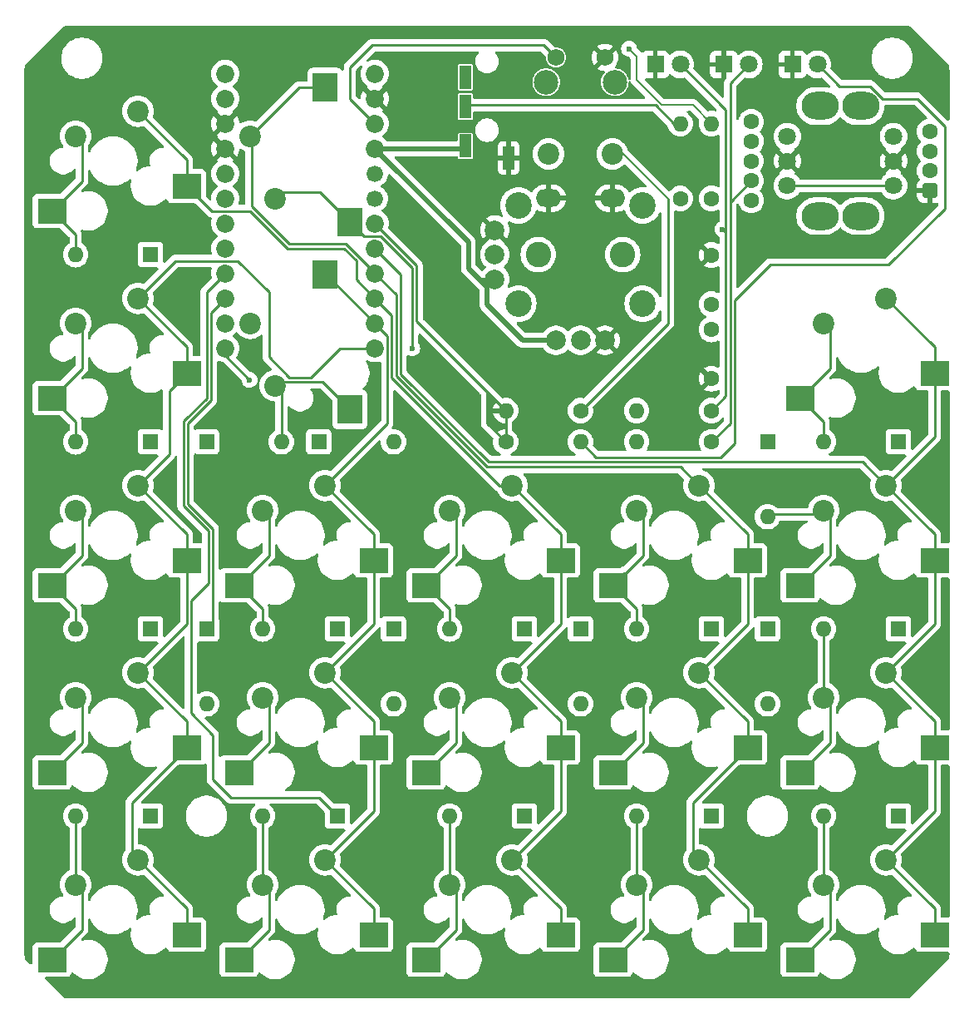
<source format=gbr>
%TF.GenerationSoftware,KiCad,Pcbnew,8.0.3*%
%TF.CreationDate,2025-03-24T17:59:12+09:00*%
%TF.ProjectId,small_keyboard_v2_1,736d616c-6c5f-46b6-9579-626f6172645f,rev?*%
%TF.SameCoordinates,Original*%
%TF.FileFunction,Copper,L2,Bot*%
%TF.FilePolarity,Positive*%
%FSLAX46Y46*%
G04 Gerber Fmt 4.6, Leading zero omitted, Abs format (unit mm)*
G04 Created by KiCad (PCBNEW 8.0.3) date 2025-03-24 17:59:12*
%MOMM*%
%LPD*%
G01*
G04 APERTURE LIST*
G04 Aperture macros list*
%AMRoundRect*
0 Rectangle with rounded corners*
0 $1 Rounding radius*
0 $2 $3 $4 $5 $6 $7 $8 $9 X,Y pos of 4 corners*
0 Add a 4 corners polygon primitive as box body*
4,1,4,$2,$3,$4,$5,$6,$7,$8,$9,$2,$3,0*
0 Add four circle primitives for the rounded corners*
1,1,$1+$1,$2,$3*
1,1,$1+$1,$4,$5*
1,1,$1+$1,$6,$7*
1,1,$1+$1,$8,$9*
0 Add four rect primitives between the rounded corners*
20,1,$1+$1,$2,$3,$4,$5,0*
20,1,$1+$1,$4,$5,$6,$7,0*
20,1,$1+$1,$6,$7,$8,$9,0*
20,1,$1+$1,$8,$9,$2,$3,0*%
G04 Aperture macros list end*
%TA.AperFunction,ComponentPad*%
%ADD10C,1.600000*%
%TD*%
%TA.AperFunction,ComponentPad*%
%ADD11O,1.600000X1.600000*%
%TD*%
%TA.AperFunction,ComponentPad*%
%ADD12R,1.800000X1.800000*%
%TD*%
%TA.AperFunction,ComponentPad*%
%ADD13C,1.800000*%
%TD*%
%TA.AperFunction,ComponentPad*%
%ADD14R,1.600000X1.600000*%
%TD*%
%TA.AperFunction,ComponentPad*%
%ADD15C,2.200000*%
%TD*%
%TA.AperFunction,SMDPad,CuDef*%
%ADD16R,3.000000X2.500000*%
%TD*%
%TA.AperFunction,SMDPad,CuDef*%
%ADD17R,2.500000X3.000000*%
%TD*%
%TA.AperFunction,ComponentPad*%
%ADD18C,2.700000*%
%TD*%
%TA.AperFunction,ComponentPad*%
%ADD19C,2.600000*%
%TD*%
%TA.AperFunction,ComponentPad*%
%ADD20O,2.600000X1.800000*%
%TD*%
%TA.AperFunction,ComponentPad*%
%ADD21C,2.000000*%
%TD*%
%TA.AperFunction,ComponentPad*%
%ADD22O,3.800000X2.800000*%
%TD*%
%TA.AperFunction,ComponentPad*%
%ADD23RoundRect,0.400000X-0.400000X0.400000X-0.400000X-0.400000X0.400000X-0.400000X0.400000X0.400000X0*%
%TD*%
%TA.AperFunction,ComponentPad*%
%ADD24C,2.500000*%
%TD*%
%TA.AperFunction,ComponentPad*%
%ADD25C,1.750000*%
%TD*%
%TA.AperFunction,ComponentPad*%
%ADD26C,1.850000*%
%TD*%
%TA.AperFunction,ComponentPad*%
%ADD27C,1.680000*%
%TD*%
%TA.AperFunction,ComponentPad*%
%ADD28R,1.200000X2.400000*%
%TD*%
%TA.AperFunction,ViaPad*%
%ADD29C,0.600000*%
%TD*%
%TA.AperFunction,Conductor*%
%ADD30C,0.254000*%
%TD*%
%TA.AperFunction,Conductor*%
%ADD31C,0.200000*%
%TD*%
%TA.AperFunction,Conductor*%
%ADD32C,0.508000*%
%TD*%
G04 APERTURE END LIST*
D10*
%TO.P,R6,1*%
%TO.N,Net-(RotaryEncoder2-SW)*%
X102865000Y-108755000D03*
D11*
%TO.P,R6,2*%
%TO.N,RE_SW*%
X102865000Y-101135000D03*
%TD*%
D12*
%TO.P,LED3,1,K*%
%TO.N,GND*%
X111120000Y-95115000D03*
D13*
%TO.P,LED3,2,A*%
%TO.N,Net-(LED3-A)*%
X113660000Y-95115000D03*
%TD*%
D14*
%TO.P,D2,1,K*%
%TO.N,IO_LOW0*%
X51430000Y-133520000D03*
D11*
%TO.P,D2,2,A*%
%TO.N,Net-(D2-A)*%
X59050000Y-133520000D03*
%TD*%
D14*
%TO.P,D12,1,K*%
%TO.N,IO_LOW2*%
X70480000Y-152570000D03*
D11*
%TO.P,D12,2,A*%
%TO.N,Net-(D12-A)*%
X70480000Y-160190000D03*
%TD*%
D14*
%TO.P,D20,1,K*%
%TO.N,IO_LOW3*%
X121915000Y-171620000D03*
D11*
%TO.P,D20,2,A*%
%TO.N,Net-(D20-A)*%
X114295000Y-171620000D03*
%TD*%
D15*
%TO.P,SW3,1,1*%
%TO.N,IO_HIGH2*%
X44445000Y-99865000D03*
D16*
X49398000Y-107485000D03*
%TO.P,SW3,2,2*%
%TO.N,Net-(D3-A)*%
X35682000Y-110025000D03*
D15*
X38095000Y-102405000D03*
%TD*%
%TO.P,SW6,1,1*%
%TO.N,IO_HIGH0*%
X44445000Y-137965000D03*
D16*
X49398000Y-145585000D03*
%TO.P,SW6,2,2*%
%TO.N,Net-(D6-A)*%
X35682000Y-148125000D03*
D15*
X38095000Y-140505000D03*
%TD*%
D14*
%TO.P,D5,1,K*%
%TO.N,IO_LOW0*%
X121915000Y-133520000D03*
D11*
%TO.P,D5,2,A*%
%TO.N,Net-(D5-A)*%
X114295000Y-133520000D03*
%TD*%
D14*
%TO.P,D16,1,K*%
%TO.N,IO_LOW3*%
X45715000Y-171620000D03*
D11*
%TO.P,D16,2,A*%
%TO.N,Net-(D16-A)*%
X38095000Y-171620000D03*
%TD*%
D14*
%TO.P,D4,1,K*%
%TO.N,IO_LOW0*%
X62860000Y-133520000D03*
D11*
%TO.P,D4,2,A*%
%TO.N,Net-(D4-A)*%
X70480000Y-133520000D03*
%TD*%
D15*
%TO.P,SW2,1,1*%
%TO.N,IO_HIGH1*%
X55875000Y-121455000D03*
D17*
X63495000Y-116502000D03*
%TO.P,SW2,2,2*%
%TO.N,Net-(D2-A)*%
X66035000Y-130218000D03*
D15*
X58415000Y-127805000D03*
%TD*%
D14*
%TO.P,D18,1,K*%
%TO.N,IO_LOW3*%
X83815000Y-171620000D03*
D11*
%TO.P,D18,2,A*%
%TO.N,Net-(D18-A)*%
X76195000Y-171620000D03*
%TD*%
D15*
%TO.P,SW20,1,1*%
%TO.N,IO_HIGH4*%
X120645000Y-176065000D03*
D16*
X125598000Y-183685000D03*
%TO.P,SW20,2,2*%
%TO.N,Net-(D20-A)*%
X111882000Y-186225000D03*
D15*
X114295000Y-178605000D03*
%TD*%
D14*
%TO.P,D9,1,K*%
%TO.N,IO_LOW1*%
X102865000Y-152570000D03*
D11*
%TO.P,D9,2,A*%
%TO.N,Net-(D9-A)*%
X95245000Y-152570000D03*
%TD*%
D14*
%TO.P,D17,1,K*%
%TO.N,IO_LOW3*%
X64765000Y-171620000D03*
D11*
%TO.P,D17,2,A*%
%TO.N,Net-(D17-A)*%
X57145000Y-171620000D03*
%TD*%
D15*
%TO.P,SW7,1,1*%
%TO.N,IO_HIGH1*%
X63495000Y-137965000D03*
D16*
X68448000Y-145585000D03*
%TO.P,SW7,2,2*%
%TO.N,Net-(D7-A)*%
X54732000Y-148125000D03*
D15*
X57145000Y-140505000D03*
%TD*%
%TO.P,SW19,1,1*%
%TO.N,IO_HIGH3*%
X101595000Y-176065000D03*
D16*
X106548000Y-183685000D03*
%TO.P,SW19,2,2*%
%TO.N,Net-(D19-A)*%
X92832000Y-186225000D03*
D15*
X95245000Y-178605000D03*
%TD*%
D14*
%TO.P,D11,1,K*%
%TO.N,IO_LOW2*%
X51430000Y-152570000D03*
D11*
%TO.P,D11,2,A*%
%TO.N,Net-(D11-A)*%
X51430000Y-160190000D03*
%TD*%
D15*
%TO.P,SW1,1,1*%
%TO.N,IO_HIGH0*%
X44445000Y-118915000D03*
D16*
X49398000Y-126535000D03*
%TO.P,SW1,2,2*%
%TO.N,Net-(D1-A)*%
X35682000Y-129075000D03*
D15*
X38095000Y-121455000D03*
%TD*%
D14*
%TO.P,D14,1,K*%
%TO.N,IO_LOW2*%
X108580000Y-152570000D03*
D11*
%TO.P,D14,2,A*%
%TO.N,Net-(D14-A)*%
X108580000Y-160190000D03*
%TD*%
D12*
%TO.P,LED1,1,K*%
%TO.N,GND*%
X97150000Y-95115000D03*
D13*
%TO.P,LED1,2,A*%
%TO.N,LED1*%
X99690000Y-95115000D03*
%TD*%
D18*
%TO.P,JoyStick1,*%
%TO.N,*%
X95855000Y-119470000D03*
X95855000Y-109470000D03*
D19*
X93830000Y-114470000D03*
X85230000Y-114470000D03*
D18*
X83205000Y-119470000D03*
X83205000Y-109470000D03*
D20*
%TO.P,JoyStick1,SW1,SW1*%
%TO.N,GND*%
X92780000Y-108720000D03*
X86280000Y-108720000D03*
D15*
%TO.P,JoyStick1,SW2,SW2*%
%TO.N,Net-(JoyStick1-PadSW2)*%
X92780000Y-104220000D03*
X86280000Y-104220000D03*
D21*
%TO.P,JoyStick1,X1*%
%TO.N,VCC*%
X87030000Y-123200000D03*
%TO.P,JoyStick1,X2,X_OUT*%
%TO.N,AIO_0*%
X89530000Y-123200000D03*
%TO.P,JoyStick1,X3*%
%TO.N,GND*%
X92030000Y-123200000D03*
%TO.P,JoyStick1,Y1*%
X80800000Y-111970000D03*
%TO.P,JoyStick1,Y2,Y_OUT*%
%TO.N,AIO_1*%
X80800000Y-114470000D03*
%TO.P,JoyStick1,Y3*%
%TO.N,VCC*%
X80800000Y-116970000D03*
%TD*%
D22*
%TO.P,RotaryEncoder1,*%
%TO.N,*%
X118105000Y-110545000D03*
X118105000Y-99345000D03*
D23*
%TO.P,RotaryEncoder1,1,GND*%
%TO.N,GND*%
X125105000Y-107945000D03*
D10*
%TO.P,RotaryEncoder1,2,LED2*%
%TO.N,LED2*%
X125105000Y-105945000D03*
%TO.P,RotaryEncoder1,3,LED1*%
%TO.N,LED1*%
X125105000Y-103945000D03*
%TO.P,RotaryEncoder1,4,SW*%
%TO.N,RE_SW*%
X125105000Y-101945000D03*
D13*
%TO.P,RotaryEncoder1,A,A*%
%TO.N,RE_B*%
X110605000Y-102445000D03*
%TO.P,RotaryEncoder1,B,B*%
%TO.N,RE_A*%
X110605000Y-107445000D03*
%TO.P,RotaryEncoder1,C,C*%
%TO.N,GND*%
X110605000Y-104945000D03*
%TD*%
D10*
%TO.P,C1,1*%
%TO.N,RE_A*%
X102865000Y-119510000D03*
%TO.P,C1,2*%
%TO.N,GND*%
X102865000Y-114510000D03*
%TD*%
%TO.P,C2,1*%
%TO.N,RE_B*%
X102865000Y-122090000D03*
%TO.P,C2,2*%
%TO.N,GND*%
X102865000Y-127090000D03*
%TD*%
D22*
%TO.P,RotaryEncoder2,*%
%TO.N,*%
X113920000Y-110545000D03*
X113920000Y-99345000D03*
D10*
%TO.P,RotaryEncoder2,1,LED1*%
%TO.N,LED1*%
X106920000Y-108945000D03*
%TO.P,RotaryEncoder2,2,LED2*%
%TO.N,LED2*%
X106920000Y-106945000D03*
%TO.P,RotaryEncoder2,3,SW*%
%TO.N,Net-(RotaryEncoder2-SW)*%
X106920000Y-104945000D03*
%TO.P,RotaryEncoder2,4,LED3*%
%TO.N,Net-(RotaryEncoder2-LED3)*%
X106920000Y-102945000D03*
%TO.P,RotaryEncoder2,5,VCC*%
%TO.N,VCC*%
X106920000Y-100945000D03*
D13*
%TO.P,RotaryEncoder2,A,A*%
%TO.N,RE_A*%
X121420000Y-107445000D03*
%TO.P,RotaryEncoder2,B,B*%
%TO.N,RE_B*%
X121420000Y-102445000D03*
%TO.P,RotaryEncoder2,C,C*%
%TO.N,GND*%
X121420000Y-104945000D03*
%TD*%
D14*
%TO.P,D10,1,K*%
%TO.N,IO_LOW1*%
X108580000Y-133520000D03*
D11*
%TO.P,D10,2,A*%
%TO.N,Net-(D10-A)*%
X108580000Y-141140000D03*
%TD*%
D14*
%TO.P,D7,1,K*%
%TO.N,IO_LOW1*%
X64765000Y-152570000D03*
D11*
%TO.P,D7,2,A*%
%TO.N,Net-(D7-A)*%
X57145000Y-152570000D03*
%TD*%
D15*
%TO.P,SW17,1,1*%
%TO.N,IO_HIGH1*%
X63495000Y-176065000D03*
D16*
X68448000Y-183685000D03*
%TO.P,SW17,2,2*%
%TO.N,Net-(D17-A)*%
X54732000Y-186225000D03*
D15*
X57145000Y-178605000D03*
%TD*%
%TO.P,SW4,1,1*%
%TO.N,IO_HIGH3*%
X55875000Y-102405000D03*
D17*
X63495000Y-97452000D03*
%TO.P,SW4,2,2*%
%TO.N,Net-(D4-A)*%
X66035000Y-111168000D03*
D15*
X58415000Y-108755000D03*
%TD*%
%TO.P,SW18,1,1*%
%TO.N,IO_HIGH2*%
X82545000Y-176065000D03*
D16*
X87498000Y-183685000D03*
%TO.P,SW18,2,2*%
%TO.N,Net-(D18-A)*%
X73782000Y-186225000D03*
D15*
X76195000Y-178605000D03*
%TD*%
D10*
%TO.P,R3,1*%
%TO.N,OPTIONAL_PIN1*%
X81910000Y-133520000D03*
D11*
%TO.P,R3,2*%
%TO.N,Net-(LED3-A)*%
X89530000Y-133520000D03*
%TD*%
D15*
%TO.P,SW9,1,1*%
%TO.N,IO_HIGH3*%
X101595000Y-137965000D03*
D16*
X106548000Y-145585000D03*
%TO.P,SW9,2,2*%
%TO.N,Net-(D9-A)*%
X92832000Y-148125000D03*
D15*
X95245000Y-140505000D03*
%TD*%
%TO.P,SW11,1,1*%
%TO.N,IO_HIGH0*%
X44445000Y-157015000D03*
D16*
X49398000Y-164635000D03*
%TO.P,SW11,2,2*%
%TO.N,Net-(D11-A)*%
X35682000Y-167175000D03*
D15*
X38095000Y-159555000D03*
%TD*%
D14*
%TO.P,D3,1,K*%
%TO.N,IO_LOW0*%
X45715000Y-114470000D03*
D11*
%TO.P,D3,2,A*%
%TO.N,Net-(D3-A)*%
X38095000Y-114470000D03*
%TD*%
D12*
%TO.P,LED2,1,K*%
%TO.N,GND*%
X104135000Y-95115000D03*
D13*
%TO.P,LED2,2,A*%
%TO.N,LED2*%
X106675000Y-95115000D03*
%TD*%
D14*
%TO.P,D19,1,K*%
%TO.N,IO_LOW3*%
X102865000Y-171620000D03*
D11*
%TO.P,D19,2,A*%
%TO.N,Net-(D19-A)*%
X95245000Y-171620000D03*
%TD*%
D10*
%TO.P,R5,1*%
%TO.N,Net-(RotaryEncoder2-LED3)*%
X99690000Y-108755000D03*
D11*
%TO.P,R5,2*%
%TO.N,OPTIONAL_PIN2*%
X99690000Y-101135000D03*
%TD*%
D24*
%TO.P,SW_RST1,*%
%TO.N,*%
X86030000Y-96904000D03*
X93030000Y-96904000D03*
D25*
%TO.P,SW_RST1,1,1*%
%TO.N,RST_SW*%
X87030000Y-94404000D03*
%TO.P,SW_RST1,2,2*%
%TO.N,GND*%
X92030000Y-94404000D03*
%TD*%
D15*
%TO.P,SW15,1,1*%
%TO.N,IO_HIGH4*%
X120645000Y-157015000D03*
D16*
X125598000Y-164635000D03*
%TO.P,SW15,2,2*%
%TO.N,Net-(D15-A)*%
X111882000Y-167175000D03*
D15*
X114295000Y-159555000D03*
%TD*%
%TO.P,SW13,1,1*%
%TO.N,IO_HIGH2*%
X82545000Y-157015000D03*
D16*
X87498000Y-164635000D03*
%TO.P,SW13,2,2*%
%TO.N,Net-(D13-A)*%
X73782000Y-167175000D03*
D15*
X76195000Y-159555000D03*
%TD*%
D14*
%TO.P,D1,1,K*%
%TO.N,IO_LOW0*%
X45715000Y-133520000D03*
D11*
%TO.P,D1,2,A*%
%TO.N,Net-(D1-A)*%
X38095000Y-133520000D03*
%TD*%
D10*
%TO.P,R4,1*%
%TO.N,Net-(JoyStick1-PadSW2)*%
X89530000Y-130345000D03*
D11*
%TO.P,R4,2*%
%TO.N,OPTIONAL_PIN1*%
X81910000Y-130345000D03*
%TD*%
D15*
%TO.P,SW5,1,1*%
%TO.N,IO_HIGH4*%
X120645000Y-118915000D03*
D16*
X125598000Y-126535000D03*
%TO.P,SW5,2,2*%
%TO.N,Net-(D5-A)*%
X111882000Y-129075000D03*
D15*
X114295000Y-121455000D03*
%TD*%
D26*
%TO.P,ProMicro1,2,D2*%
%TO.N,RE_A*%
X53335000Y-106215000D03*
%TO.P,ProMicro1,3,D3*%
%TO.N,RE_B*%
X53335000Y-108755000D03*
%TO.P,ProMicro1,4,D4/A6*%
%TO.N,Net-(ProMicro1-D4{slash}A6)*%
X53335000Y-111295000D03*
%TO.P,ProMicro1,5,D5*%
%TO.N,Net-(ProMicro1-D5)*%
X53335000Y-113835000D03*
%TO.P,ProMicro1,6,D6/A7*%
%TO.N,IO_LOW3*%
X53335000Y-116375000D03*
%TO.P,ProMicro1,7,D7*%
%TO.N,IO_LOW2*%
X53335000Y-118915000D03*
%TO.P,ProMicro1,8,D8/A8*%
%TO.N,IO_LOW1*%
X53335000Y-121455000D03*
%TO.P,ProMicro1,9,D9/A9*%
%TO.N,IO_LOW0*%
X53335000Y-123995000D03*
%TO.P,ProMicro1,10,D10/A10*%
%TO.N,IO_HIGH0*%
X68575000Y-123995000D03*
%TO.P,ProMicro1,14,D14*%
%TO.N,IO_HIGH2*%
X68575000Y-118915000D03*
%TO.P,ProMicro1,15,D15*%
%TO.N,IO_HIGH3*%
X68575000Y-116375000D03*
%TO.P,ProMicro1,16,D16*%
%TO.N,IO_HIGH1*%
X68575000Y-121455000D03*
%TO.P,ProMicro1,A0,A0*%
%TO.N,IO_HIGH4*%
X68575000Y-113835000D03*
%TO.P,ProMicro1,A1,A1*%
%TO.N,OPTIONAL_PIN1*%
X68575000Y-111295000D03*
D27*
%TO.P,ProMicro1,A2,A2*%
%TO.N,AIO_0*%
X68575000Y-108755000D03*
%TO.P,ProMicro1,A3,A3*%
%TO.N,AIO_1*%
X68575000Y-106215000D03*
D26*
%TO.P,ProMicro1,GND1,GND*%
%TO.N,GND*%
X53335000Y-101135000D03*
%TO.P,ProMicro1,GND2,GND*%
X53335000Y-103675000D03*
%TO.P,ProMicro1,GND3,GND*%
X68575000Y-98595000D03*
%TO.P,ProMicro1,RAW,RAW*%
%TO.N,unconnected-(ProMicro1-PadRAW)*%
X68575000Y-96055000D03*
%TO.P,ProMicro1,RST,Reset*%
%TO.N,RST_SW*%
X68575000Y-101135000D03*
%TO.P,ProMicro1,RXI,RXI/D0*%
%TO.N,OPTIONAL_PIN2*%
X53335000Y-98595000D03*
%TO.P,ProMicro1,TXO,TXO/D1*%
%TO.N,RE_SW*%
X53335000Y-96055000D03*
%TO.P,ProMicro1,VCC,VCC*%
%TO.N,VCC*%
X68575000Y-103675000D03*
%TD*%
D14*
%TO.P,D6,1,K*%
%TO.N,IO_LOW1*%
X45715000Y-152570000D03*
D11*
%TO.P,D6,2,A*%
%TO.N,Net-(D6-A)*%
X38095000Y-152570000D03*
%TD*%
D14*
%TO.P,D8,1,K*%
%TO.N,IO_LOW1*%
X83815000Y-152570000D03*
D11*
%TO.P,D8,2,A*%
%TO.N,Net-(D8-A)*%
X76195000Y-152570000D03*
%TD*%
D15*
%TO.P,SW14,1,1*%
%TO.N,IO_HIGH3*%
X101595000Y-157015000D03*
D16*
X106548000Y-164635000D03*
%TO.P,SW14,2,2*%
%TO.N,Net-(D14-A)*%
X92832000Y-167175000D03*
D15*
X95245000Y-159555000D03*
%TD*%
D14*
%TO.P,D15,1,K*%
%TO.N,IO_LOW2*%
X121915000Y-152570000D03*
D11*
%TO.P,D15,2,A*%
%TO.N,Net-(D15-A)*%
X114295000Y-152570000D03*
%TD*%
D15*
%TO.P,SW12,1,1*%
%TO.N,IO_HIGH1*%
X63495000Y-157015000D03*
D16*
X68448000Y-164635000D03*
%TO.P,SW12,2,2*%
%TO.N,Net-(D12-A)*%
X54732000Y-167175000D03*
D15*
X57145000Y-159555000D03*
%TD*%
D10*
%TO.P,R1,1*%
%TO.N,LED1*%
X102865000Y-130345000D03*
D11*
%TO.P,R1,2*%
%TO.N,Net-(ProMicro1-D4{slash}A6)*%
X95245000Y-130345000D03*
%TD*%
D15*
%TO.P,SW16,1,1*%
%TO.N,IO_HIGH0*%
X44445000Y-176065000D03*
D16*
X49398000Y-183685000D03*
%TO.P,SW16,2,2*%
%TO.N,Net-(D16-A)*%
X35682000Y-186225000D03*
D15*
X38095000Y-178605000D03*
%TD*%
%TO.P,SW8,1,1*%
%TO.N,IO_HIGH2*%
X82545000Y-137965000D03*
D16*
X87498000Y-145585000D03*
%TO.P,SW8,2,2*%
%TO.N,Net-(D8-A)*%
X73782000Y-148125000D03*
D15*
X76195000Y-140505000D03*
%TD*%
%TO.P,SW10,1,1*%
%TO.N,IO_HIGH4*%
X120645000Y-137965000D03*
D16*
X125598000Y-145585000D03*
%TO.P,SW10,2,2*%
%TO.N,Net-(D10-A)*%
X111882000Y-148125000D03*
D15*
X114295000Y-140505000D03*
%TD*%
D10*
%TO.P,R2,1*%
%TO.N,LED2*%
X102865000Y-133520000D03*
D11*
%TO.P,R2,2*%
%TO.N,Net-(ProMicro1-D5)*%
X95245000Y-133520000D03*
%TD*%
D14*
%TO.P,D13,1,K*%
%TO.N,IO_LOW2*%
X89530000Y-152570000D03*
D11*
%TO.P,D13,2,A*%
%TO.N,Net-(D13-A)*%
X89530000Y-160190000D03*
%TD*%
D28*
%TO.P,J1,R1*%
%TO.N,OPTIONAL_PIN2*%
X77805000Y-99410000D03*
%TO.P,J1,R2*%
%TO.N,unconnected-(J1-PadR2)*%
X77805000Y-96410000D03*
%TO.P,J1,S*%
%TO.N,GND*%
X82205000Y-104610000D03*
%TO.P,J1,T*%
%TO.N,VCC*%
X77805000Y-103410000D03*
%TD*%
D29*
%TO.N,RE_SW*%
X94483000Y-93515000D03*
%TO.N,GND*%
X119375000Y-128440000D03*
X76195000Y-127805000D03*
X47620000Y-137965000D03*
X61590000Y-167175000D03*
X124455000Y-176065000D03*
X60320000Y-176700000D03*
X60320000Y-157015000D03*
X89530000Y-140505000D03*
X60320000Y-137965000D03*
X124455000Y-157015000D03*
X124455000Y-137965000D03*
X47620000Y-157015000D03*
X89530000Y-171620000D03*
X50160000Y-117010000D03*
%TO.N,Net-(D4-A)*%
X72385000Y-123995000D03*
%TO.N,LED1*%
X103982600Y-111882400D03*
%TO.N,IO_LOW0*%
X55818458Y-127226542D03*
%TD*%
D30*
%TO.N,OPTIONAL_PIN2*%
X77805000Y-99410000D02*
X77985000Y-99230000D01*
X77985000Y-99230000D02*
X97150000Y-99230000D01*
X99055000Y-101135000D02*
X99690000Y-101135000D01*
X97150000Y-99230000D02*
X99055000Y-101135000D01*
D31*
%TO.N,RE_SW*%
X94483000Y-93515000D02*
X95245000Y-94277000D01*
X95245000Y-96690000D02*
X97785000Y-99230000D01*
X97785000Y-99230000D02*
X100960000Y-99230000D01*
X95245000Y-94277000D02*
X95245000Y-96690000D01*
X100960000Y-99230000D02*
X102865000Y-101135000D01*
D30*
%TO.N,RST_SW*%
X66035000Y-98595000D02*
X68575000Y-101135000D01*
X68321000Y-93134000D02*
X66035000Y-95420000D01*
X85760000Y-93134000D02*
X68321000Y-93134000D01*
X66035000Y-95420000D02*
X66035000Y-98595000D01*
X87030000Y-94404000D02*
X85760000Y-93134000D01*
%TO.N,IO_HIGH4*%
X125598000Y-145585000D02*
X125598000Y-142918000D01*
X125598000Y-145585000D02*
X125598000Y-152062000D01*
X120645000Y-118915000D02*
X125598000Y-123868000D01*
X125598000Y-164635000D02*
X125598000Y-171112000D01*
X125598000Y-133012000D02*
X120645000Y-137965000D01*
X125598000Y-161968000D02*
X125598000Y-164635000D01*
X120645000Y-176065000D02*
X125598000Y-181018000D01*
X125598000Y-126535000D02*
X125598000Y-133012000D01*
X125598000Y-171112000D02*
X120645000Y-176065000D01*
X118232000Y-135552000D02*
X120645000Y-137965000D01*
X125598000Y-152062000D02*
X120645000Y-157015000D01*
X80146104Y-135552000D02*
X118232000Y-135552000D01*
X125598000Y-181018000D02*
X125598000Y-183685000D01*
X71207000Y-126612896D02*
X80146104Y-135552000D01*
X125598000Y-123868000D02*
X125598000Y-126535000D01*
X125598000Y-142918000D02*
X120645000Y-137965000D01*
X120645000Y-157015000D02*
X125598000Y-161968000D01*
X71207000Y-116467000D02*
X71207000Y-126612896D01*
X68575000Y-113835000D02*
X71207000Y-116467000D01*
%TO.N,Net-(D20-A)*%
X111882000Y-186225000D02*
X114930000Y-183177000D01*
X114930000Y-179240000D02*
X114295000Y-178605000D01*
X114295000Y-178605000D02*
X114295000Y-171620000D01*
X114930000Y-183177000D02*
X114930000Y-179240000D01*
%TO.N,IO_HIGH3*%
X106548000Y-142918000D02*
X101595000Y-137965000D01*
X59873052Y-113381000D02*
X56005000Y-109512948D01*
X65632000Y-113381000D02*
X59873052Y-113381000D01*
X60828000Y-97452000D02*
X55875000Y-102405000D01*
X56005000Y-109512948D02*
X56005000Y-102535000D01*
X106548000Y-145585000D02*
X106548000Y-152062000D01*
X68575000Y-116375000D02*
X70753000Y-118553000D01*
X56005000Y-102535000D02*
X55875000Y-102405000D01*
X70753000Y-126800948D02*
X80012052Y-136060000D01*
X100960000Y-170223000D02*
X100960000Y-175430000D01*
X101595000Y-157015000D02*
X106548000Y-161968000D01*
X68575000Y-116324000D02*
X65632000Y-113381000D01*
X68575000Y-116375000D02*
X68575000Y-116324000D01*
X101595000Y-176065000D02*
X106548000Y-181018000D01*
X106548000Y-152062000D02*
X101595000Y-157015000D01*
X106548000Y-161968000D02*
X106548000Y-164635000D01*
X106548000Y-181018000D02*
X106548000Y-183685000D01*
X99690000Y-136060000D02*
X101595000Y-137965000D01*
X70753000Y-118553000D02*
X70753000Y-126800948D01*
X106548000Y-145585000D02*
X106548000Y-142918000D01*
X63495000Y-97452000D02*
X60828000Y-97452000D01*
X106548000Y-164635000D02*
X100960000Y-170223000D01*
X100960000Y-175430000D02*
X101595000Y-176065000D01*
X80012052Y-136060000D02*
X99690000Y-136060000D01*
%TO.N,Net-(D19-A)*%
X95245000Y-178605000D02*
X95245000Y-171620000D01*
X92832000Y-186225000D02*
X95880000Y-183177000D01*
X95880000Y-183177000D02*
X95880000Y-179240000D01*
X95880000Y-179240000D02*
X95245000Y-178605000D01*
%TO.N,IO_HIGH2*%
X68575000Y-118915000D02*
X70299000Y-120639000D01*
X68575000Y-118915000D02*
X66670000Y-117010000D01*
X87498000Y-142918000D02*
X87498000Y-145585000D01*
X81275000Y-137965000D02*
X82545000Y-137965000D01*
X70299000Y-120639000D02*
X70299000Y-126989000D01*
X87498000Y-152062000D02*
X82545000Y-157015000D01*
X87498000Y-161968000D02*
X82545000Y-157015000D01*
X51938000Y-110025000D02*
X49398000Y-107485000D01*
X65443948Y-113835000D02*
X59685000Y-113835000D01*
X87498000Y-164635000D02*
X87498000Y-171112000D01*
X70299000Y-126989000D02*
X81275000Y-137965000D01*
X66670000Y-117010000D02*
X66670000Y-115061052D01*
X59685000Y-113835000D02*
X55875000Y-110025000D01*
X55875000Y-110025000D02*
X51938000Y-110025000D01*
X82545000Y-176065000D02*
X87498000Y-181018000D01*
X87498000Y-181018000D02*
X87498000Y-183685000D01*
X49398000Y-104818000D02*
X44445000Y-99865000D01*
X87498000Y-171112000D02*
X82545000Y-176065000D01*
X87498000Y-164635000D02*
X87498000Y-161968000D01*
X49398000Y-107485000D02*
X49398000Y-104818000D01*
X82545000Y-137965000D02*
X87498000Y-142918000D01*
X87498000Y-145585000D02*
X87498000Y-152062000D01*
X66670000Y-115061052D02*
X65443948Y-113835000D01*
%TO.N,Net-(D18-A)*%
X76830000Y-179240000D02*
X76195000Y-178605000D01*
X73782000Y-186225000D02*
X76830000Y-183177000D01*
X76195000Y-178605000D02*
X76195000Y-171620000D01*
X76830000Y-183177000D02*
X76830000Y-179240000D01*
%TO.N,IO_HIGH1*%
X68448000Y-171112000D02*
X63495000Y-176065000D01*
X63622000Y-116502000D02*
X63495000Y-116502000D01*
X63495000Y-116502000D02*
X63647500Y-116502000D01*
X68575000Y-121455000D02*
X69845000Y-122725000D01*
X68448000Y-142918000D02*
X68448000Y-145585000D01*
X63495000Y-176065000D02*
X68448000Y-181018000D01*
X68575000Y-121455000D02*
X63622000Y-116502000D01*
X63495000Y-157015000D02*
X68448000Y-161968000D01*
X68448000Y-164635000D02*
X68448000Y-171112000D01*
X68549500Y-121404000D02*
X68575000Y-121404000D01*
X68448000Y-152062000D02*
X63495000Y-157015000D01*
X68448000Y-145585000D02*
X68448000Y-152062000D01*
X69845000Y-122725000D02*
X69845000Y-131615000D01*
X63495000Y-137965000D02*
X68448000Y-142918000D01*
X69845000Y-131615000D02*
X63495000Y-137965000D01*
X68448000Y-161968000D02*
X68448000Y-164635000D01*
X68448000Y-181018000D02*
X68448000Y-183685000D01*
%TO.N,Net-(D17-A)*%
X57145000Y-171620000D02*
X57145000Y-178605000D01*
X57780000Y-179240000D02*
X57145000Y-178605000D01*
X57780000Y-183177000D02*
X57780000Y-179240000D01*
X54732000Y-186225000D02*
X57780000Y-183177000D01*
%TO.N,IO_HIGH0*%
X57780000Y-118247000D02*
X54638000Y-115105000D01*
X43810000Y-175430000D02*
X44445000Y-176065000D01*
X43810000Y-170223000D02*
X43810000Y-175430000D01*
X68575000Y-123995000D02*
X65019000Y-123995000D01*
X44445000Y-137965000D02*
X49398000Y-142918000D01*
X49398000Y-161968000D02*
X49398000Y-164635000D01*
X49398000Y-181018000D02*
X49398000Y-183685000D01*
X49398000Y-164635000D02*
X43810000Y-170223000D01*
X44445000Y-118915000D02*
X49398000Y-123868000D01*
X47620000Y-134790000D02*
X44445000Y-137965000D01*
X49398000Y-145585000D02*
X49398000Y-152062000D01*
X62044000Y-126970000D02*
X59866000Y-126970000D01*
X49398000Y-123868000D02*
X49398000Y-126535000D01*
X49398000Y-152062000D02*
X44445000Y-157015000D01*
X47620000Y-128313000D02*
X47620000Y-134790000D01*
X65019000Y-123995000D02*
X62044000Y-126970000D01*
X49398000Y-142918000D02*
X49398000Y-145585000D01*
X44445000Y-176065000D02*
X49398000Y-181018000D01*
X49398000Y-126535000D02*
X47620000Y-128313000D01*
X59866000Y-126970000D02*
X57780000Y-124884000D01*
X54638000Y-115105000D02*
X48255000Y-115105000D01*
X57780000Y-124884000D02*
X57780000Y-118247000D01*
X44445000Y-157015000D02*
X49398000Y-161968000D01*
X48255000Y-115105000D02*
X44445000Y-118915000D01*
%TO.N,Net-(D16-A)*%
X35682000Y-186225000D02*
X38730000Y-183177000D01*
X38095000Y-171620000D02*
X38095000Y-178605000D01*
X38730000Y-179240000D02*
X38095000Y-178605000D01*
X38730000Y-183177000D02*
X38730000Y-179240000D01*
%TO.N,Net-(D15-A)*%
X111882000Y-167175000D02*
X114930000Y-164127000D01*
X114930000Y-160190000D02*
X114295000Y-159555000D01*
X114295000Y-152570000D02*
X114295000Y-159555000D01*
X114930000Y-164127000D02*
X114930000Y-160190000D01*
%TO.N,Net-(D13-A)*%
X76830000Y-160190000D02*
X76195000Y-159555000D01*
X73782000Y-167175000D02*
X76830000Y-164127000D01*
X76830000Y-164127000D02*
X76830000Y-160190000D01*
%TO.N,Net-(D12-A)*%
X57780000Y-164127000D02*
X57780000Y-160190000D01*
X54732000Y-167175000D02*
X57780000Y-164127000D01*
X57780000Y-160190000D02*
X57145000Y-159555000D01*
%TO.N,Net-(D11-A)*%
X38730000Y-164127000D02*
X38730000Y-160190000D01*
X35682000Y-167175000D02*
X38730000Y-164127000D01*
X38730000Y-160190000D02*
X38095000Y-159555000D01*
%TO.N,Net-(D10-A)*%
X114295000Y-140505000D02*
X114930000Y-141140000D01*
X114930000Y-141140000D02*
X114930000Y-145077000D01*
X114930000Y-145077000D02*
X111882000Y-148125000D01*
X113914000Y-140886000D02*
X108834000Y-140886000D01*
X108834000Y-140886000D02*
X108580000Y-141140000D01*
X114295000Y-140505000D02*
X113914000Y-140886000D01*
%TO.N,Net-(D9-A)*%
X95245000Y-150538000D02*
X92832000Y-148125000D01*
X95245000Y-152570000D02*
X95245000Y-150538000D01*
X92832000Y-148125000D02*
X92832000Y-147998000D01*
X95880000Y-141140000D02*
X95245000Y-140505000D01*
X92832000Y-148125000D02*
X95880000Y-145077000D01*
X92832000Y-147998000D02*
X93975000Y-146855000D01*
X95880000Y-145077000D02*
X95880000Y-141140000D01*
%TO.N,Net-(D8-A)*%
X76830000Y-141140000D02*
X76195000Y-140505000D01*
X73782000Y-148125000D02*
X76830000Y-145077000D01*
X76830000Y-145077000D02*
X76830000Y-141140000D01*
X76195000Y-152570000D02*
X76195000Y-150538000D01*
X76195000Y-150538000D02*
X73782000Y-148125000D01*
%TO.N,Net-(D7-A)*%
X57145000Y-150538000D02*
X54732000Y-148125000D01*
X57780000Y-141140000D02*
X57145000Y-140505000D01*
X54732000Y-148125000D02*
X57780000Y-145077000D01*
X57780000Y-145077000D02*
X57780000Y-141140000D01*
X57145000Y-152570000D02*
X57145000Y-150538000D01*
%TO.N,Net-(D6-A)*%
X38730000Y-141140000D02*
X38095000Y-140505000D01*
X38730000Y-145077000D02*
X38730000Y-141140000D01*
X38095000Y-152570000D02*
X38095000Y-150538000D01*
X35682000Y-148125000D02*
X38730000Y-145077000D01*
X38095000Y-150538000D02*
X35682000Y-148125000D01*
%TO.N,Net-(D5-A)*%
X114930000Y-126027000D02*
X114930000Y-122090000D01*
X114295000Y-133520000D02*
X114295000Y-131488000D01*
X114295000Y-131488000D02*
X111882000Y-129075000D01*
X114930000Y-122090000D02*
X114295000Y-121455000D01*
X111882000Y-129075000D02*
X114930000Y-126027000D01*
%TO.N,Net-(D4-A)*%
X67432000Y-112565000D02*
X66035000Y-111168000D01*
X59050000Y-108120000D02*
X58415000Y-108755000D01*
X66035000Y-111168000D02*
X62987000Y-108120000D01*
X72385000Y-115823404D02*
X69126596Y-112565000D01*
X69126596Y-112565000D02*
X67432000Y-112565000D01*
X62987000Y-108120000D02*
X59050000Y-108120000D01*
X72385000Y-123995000D02*
X72385000Y-115823404D01*
%TO.N,Net-(D3-A)*%
X35682000Y-110025000D02*
X38730000Y-106977000D01*
X38095000Y-112438000D02*
X35682000Y-110025000D01*
X38730000Y-106977000D02*
X38730000Y-103040000D01*
X38730000Y-103040000D02*
X38095000Y-102405000D01*
X38095000Y-114470000D02*
X38095000Y-112438000D01*
%TO.N,Net-(D2-A)*%
X66035000Y-130218000D02*
X63241000Y-127424000D01*
X63241000Y-127424000D02*
X58796000Y-127424000D01*
X59050000Y-128440000D02*
X58415000Y-127805000D01*
X59050000Y-133520000D02*
X59050000Y-128440000D01*
X58796000Y-127424000D02*
X58415000Y-127805000D01*
%TO.N,Net-(D1-A)*%
X38730000Y-122090000D02*
X38095000Y-121455000D01*
X38095000Y-133520000D02*
X38095000Y-131488000D01*
X35682000Y-129075000D02*
X38730000Y-126027000D01*
X38730000Y-126027000D02*
X38730000Y-122090000D01*
X38095000Y-131488000D02*
X35682000Y-129075000D01*
%TO.N,Net-(D14-A)*%
X95880000Y-160190000D02*
X95245000Y-159555000D01*
X92832000Y-167175000D02*
X95880000Y-164127000D01*
X95880000Y-164127000D02*
X95880000Y-160190000D01*
%TO.N,LED2*%
X102865000Y-133520000D02*
X104770000Y-131615000D01*
X104770000Y-110025000D02*
X104770000Y-97020000D01*
X104770000Y-97020000D02*
X106675000Y-95115000D01*
X104770000Y-131615000D02*
X104770000Y-110025000D01*
X104770000Y-109095000D02*
X104770000Y-110025000D01*
X106920000Y-106945000D02*
X104770000Y-109095000D01*
%TO.N,LED1*%
X104316000Y-112215800D02*
X104316000Y-113377800D01*
X103982600Y-111882400D02*
X104316000Y-112215800D01*
X104316000Y-128894000D02*
X102865000Y-130345000D01*
X99690000Y-95115000D02*
X104316000Y-99741000D01*
X104316000Y-113377800D02*
X104316000Y-128894000D01*
X104316000Y-112215800D02*
X104316000Y-99741000D01*
%TO.N,RE_A*%
X121420000Y-107445000D02*
X110605000Y-107445000D01*
D32*
%TO.N,VCC*%
X80005000Y-117765000D02*
X80005000Y-119550000D01*
X78100000Y-115860000D02*
X78992500Y-116752500D01*
X83655000Y-123200000D02*
X87030000Y-123200000D01*
X68575000Y-103675000D02*
X78100000Y-113200000D01*
X80005000Y-117765000D02*
X80800000Y-116970000D01*
X78100000Y-113200000D02*
X78100000Y-115860000D01*
X77805000Y-103410000D02*
X77730000Y-103410000D01*
X80800000Y-116970000D02*
X80700000Y-117070000D01*
X77540000Y-103675000D02*
X77805000Y-103410000D01*
X78992500Y-116752500D02*
X80005000Y-117765000D01*
X68575000Y-103675000D02*
X77540000Y-103675000D01*
X79310000Y-117070000D02*
X78992500Y-116752500D01*
X80700000Y-117070000D02*
X79310000Y-117070000D01*
X80005000Y-119550000D02*
X83655000Y-123200000D01*
D30*
%TO.N,IO_LOW2*%
X51884000Y-129256000D02*
X49525000Y-131615000D01*
X53335000Y-118915000D02*
X51884000Y-120366000D01*
X52065000Y-142410000D02*
X52065000Y-151935000D01*
X49525000Y-131615000D02*
X49525000Y-139870000D01*
X52065000Y-151935000D02*
X51430000Y-152570000D01*
X49525000Y-139870000D02*
X52065000Y-142410000D01*
X51884000Y-120366000D02*
X51884000Y-129256000D01*
%TO.N,IO_LOW3*%
X49336947Y-131161000D02*
X49071000Y-131426947D01*
X49071000Y-140058052D02*
X51611000Y-142598052D01*
X53922000Y-169715000D02*
X62860000Y-169715000D01*
X51611000Y-142598052D02*
X51611000Y-147944000D01*
X52065000Y-163365000D02*
X52065000Y-167858000D01*
X52065000Y-167858000D02*
X53922000Y-169715000D01*
X49852000Y-149703000D02*
X49852000Y-161152000D01*
X51430000Y-118280000D02*
X51430000Y-129067948D01*
X49852000Y-161152000D02*
X52065000Y-163365000D01*
X53335000Y-116375000D02*
X51430000Y-118280000D01*
X62860000Y-169715000D02*
X64765000Y-171620000D01*
X51430000Y-129067948D02*
X49336947Y-131161000D01*
X51611000Y-147944000D02*
X49852000Y-149703000D01*
X49071000Y-131426947D02*
X49071000Y-140058052D01*
%TO.N,IO_LOW0*%
X53335000Y-123995000D02*
X53335000Y-124743084D01*
X53335000Y-124007700D02*
X53335000Y-124743084D01*
X53335000Y-124743084D02*
X55818458Y-127226542D01*
%TO.N,Net-(LED3-A)*%
X115870000Y-97325000D02*
X119027347Y-97325000D01*
X91108000Y-135098000D02*
X89530000Y-133520000D01*
X126614000Y-109771000D02*
X120899000Y-115486000D01*
X105224000Y-133701000D02*
X103827000Y-135098000D01*
X108834000Y-115486000D02*
X105224000Y-119096000D01*
X119027347Y-97325000D02*
X120297347Y-98595000D01*
X126614000Y-101389000D02*
X126614000Y-109771000D01*
X113660000Y-95115000D02*
X115870000Y-97325000D01*
X105224000Y-119096000D02*
X105224000Y-133701000D01*
X123820000Y-98595000D02*
X126614000Y-101389000D01*
X103827000Y-135098000D02*
X91108000Y-135098000D01*
X120899000Y-115486000D02*
X108834000Y-115486000D01*
X120297347Y-98595000D02*
X123820000Y-98595000D01*
%TO.N,Net-(JoyStick1-PadSW2)*%
X89530000Y-130345000D02*
X98420000Y-121455000D01*
X98420000Y-121455000D02*
X98420000Y-108755000D01*
D31*
X92780000Y-104220000D02*
X93885000Y-104220000D01*
X93885000Y-104220000D02*
X98420000Y-108755000D01*
D30*
%TO.N,OPTIONAL_PIN1*%
X68575000Y-111295000D02*
X72839000Y-115559000D01*
X80005000Y-131615000D02*
X80005000Y-128440000D01*
X81910000Y-133520000D02*
X80005000Y-131615000D01*
X81910000Y-130345000D02*
X81910000Y-133520000D01*
X72839000Y-115559000D02*
X72839000Y-121274000D01*
X72839000Y-121274000D02*
X80005000Y-128440000D01*
X80005000Y-128440000D02*
X81910000Y-130345000D01*
%TD*%
%TA.AperFunction,Conductor*%
%TO.N,GND*%
G36*
X70677703Y-128255568D02*
G01*
X70684181Y-128261600D01*
X80787589Y-138365008D01*
X80874992Y-138452411D01*
X80874993Y-138452412D01*
X80977760Y-138521079D01*
X80977767Y-138521083D01*
X81009017Y-138534027D01*
X81063420Y-138577866D01*
X81076126Y-138601135D01*
X81114533Y-138693859D01*
X81246160Y-138908653D01*
X81246161Y-138908656D01*
X81301604Y-138973571D01*
X81409776Y-139100224D01*
X81533811Y-139206160D01*
X81601343Y-139263838D01*
X81601346Y-139263839D01*
X81816140Y-139395466D01*
X82006044Y-139474126D01*
X82048889Y-139491873D01*
X82293852Y-139550683D01*
X82545000Y-139570449D01*
X82796148Y-139550683D01*
X83041111Y-139491873D01*
X83065921Y-139481595D01*
X83135390Y-139474126D01*
X83197869Y-139505400D01*
X83201056Y-139508475D01*
X85175400Y-141482819D01*
X85208885Y-141544142D01*
X85203901Y-141613834D01*
X85162029Y-141669767D01*
X85096565Y-141694184D01*
X85087719Y-141694500D01*
X84978713Y-141694500D01*
X84930042Y-141702208D01*
X84768760Y-141727753D01*
X84566585Y-141793444D01*
X84377179Y-141889951D01*
X84205213Y-142014890D01*
X84054890Y-142165213D01*
X83929951Y-142337179D01*
X83833444Y-142526585D01*
X83767753Y-142728760D01*
X83734500Y-142938713D01*
X83734500Y-143151286D01*
X83767753Y-143361239D01*
X83787806Y-143422955D01*
X83789801Y-143492796D01*
X83753721Y-143552629D01*
X83691020Y-143583457D01*
X83686061Y-143584212D01*
X83458743Y-143614140D01*
X83423884Y-143618730D01*
X83291489Y-143654205D01*
X83170581Y-143686602D01*
X83170571Y-143686605D01*
X82928309Y-143786953D01*
X82928299Y-143786958D01*
X82701201Y-143918072D01*
X82549104Y-144034782D01*
X82483934Y-144059976D01*
X82415490Y-144045938D01*
X82365500Y-143997124D01*
X82349836Y-143929033D01*
X82356574Y-143895457D01*
X82411560Y-143738318D01*
X82474055Y-143464509D01*
X82505500Y-143185425D01*
X82505500Y-142904575D01*
X82474055Y-142625491D01*
X82411560Y-142351682D01*
X82318801Y-142086592D01*
X82196945Y-141833555D01*
X82047523Y-141595752D01*
X81872416Y-141376175D01*
X81673825Y-141177584D01*
X81454248Y-141002477D01*
X81216445Y-140853055D01*
X81216442Y-140853053D01*
X80963411Y-140731200D01*
X80698329Y-140638443D01*
X80698317Y-140638439D01*
X80424512Y-140575945D01*
X80424494Y-140575942D01*
X80145431Y-140544500D01*
X80145425Y-140544500D01*
X79864575Y-140544500D01*
X79864568Y-140544500D01*
X79585505Y-140575942D01*
X79585487Y-140575945D01*
X79311682Y-140638439D01*
X79311670Y-140638443D01*
X79046588Y-140731200D01*
X78793557Y-140853053D01*
X78555753Y-141002476D01*
X78336175Y-141177583D01*
X78137583Y-141376175D01*
X77962476Y-141595753D01*
X77813053Y-141833557D01*
X77693220Y-142082394D01*
X77646398Y-142134253D01*
X77578971Y-142152566D01*
X77512347Y-142131518D01*
X77467678Y-142077792D01*
X77457500Y-142028592D01*
X77457500Y-141536949D01*
X77477185Y-141469910D01*
X77487212Y-141456415D01*
X77493836Y-141448659D01*
X77625466Y-141233859D01*
X77664343Y-141140001D01*
X77721873Y-141001111D01*
X77780683Y-140756148D01*
X77800449Y-140505000D01*
X77780683Y-140253852D01*
X77721873Y-140008889D01*
X77682263Y-139913261D01*
X77625466Y-139776140D01*
X77493839Y-139561346D01*
X77493838Y-139561343D01*
X77446058Y-139505400D01*
X77330224Y-139369776D01*
X77203571Y-139261604D01*
X77138656Y-139206161D01*
X77138653Y-139206160D01*
X76923859Y-139074533D01*
X76691110Y-138978126D01*
X76446151Y-138919317D01*
X76195000Y-138899551D01*
X75943848Y-138919317D01*
X75698889Y-138978126D01*
X75466140Y-139074533D01*
X75251346Y-139206160D01*
X75251343Y-139206161D01*
X75059776Y-139369776D01*
X74896161Y-139561343D01*
X74896160Y-139561346D01*
X74764533Y-139776140D01*
X74668126Y-140008889D01*
X74609317Y-140253848D01*
X74589551Y-140505000D01*
X74609317Y-140756151D01*
X74668126Y-141001110D01*
X74764533Y-141233859D01*
X74896160Y-141448653D01*
X74896161Y-141448655D01*
X74896162Y-141448657D01*
X74896164Y-141448659D01*
X74931446Y-141489969D01*
X74960017Y-141553729D01*
X74949580Y-141622815D01*
X74903450Y-141675291D01*
X74837156Y-141694500D01*
X74818713Y-141694500D01*
X74770042Y-141702208D01*
X74608760Y-141727753D01*
X74406585Y-141793444D01*
X74217179Y-141889951D01*
X74045213Y-142014890D01*
X73894890Y-142165213D01*
X73769951Y-142337179D01*
X73673444Y-142526585D01*
X73607753Y-142728760D01*
X73587569Y-142856197D01*
X73574500Y-142938713D01*
X73574500Y-143151287D01*
X73607754Y-143361243D01*
X73669939Y-143552629D01*
X73673444Y-143563414D01*
X73769951Y-143752820D01*
X73894890Y-143924786D01*
X74045213Y-144075109D01*
X74217179Y-144200048D01*
X74217181Y-144200049D01*
X74217184Y-144200051D01*
X74406588Y-144296557D01*
X74608757Y-144362246D01*
X74818713Y-144395500D01*
X74818714Y-144395500D01*
X75031286Y-144395500D01*
X75031287Y-144395500D01*
X75241243Y-144362246D01*
X75443412Y-144296557D01*
X75632816Y-144200051D01*
X75654789Y-144184086D01*
X75804786Y-144075109D01*
X75804788Y-144075106D01*
X75804792Y-144075104D01*
X75955104Y-143924792D01*
X75978181Y-143893028D01*
X76033510Y-143850363D01*
X76103123Y-143844382D01*
X76164919Y-143876987D01*
X76199277Y-143937825D01*
X76202500Y-143965913D01*
X76202500Y-144765718D01*
X76182815Y-144832757D01*
X76166181Y-144853399D01*
X74681399Y-146338181D01*
X74620076Y-146371666D01*
X74593718Y-146374500D01*
X72234129Y-146374500D01*
X72234123Y-146374501D01*
X72174516Y-146380908D01*
X72039671Y-146431202D01*
X72039664Y-146431206D01*
X71924455Y-146517452D01*
X71924452Y-146517455D01*
X71838206Y-146632664D01*
X71838202Y-146632671D01*
X71787908Y-146767517D01*
X71781501Y-146827116D01*
X71781500Y-146827135D01*
X71781500Y-149422870D01*
X71781501Y-149422876D01*
X71787908Y-149482483D01*
X71838202Y-149617328D01*
X71838206Y-149617335D01*
X71924452Y-149732544D01*
X71924455Y-149732547D01*
X72039664Y-149818793D01*
X72039671Y-149818797D01*
X72174517Y-149869091D01*
X72174516Y-149869091D01*
X72181444Y-149869835D01*
X72234127Y-149875500D01*
X74593718Y-149875499D01*
X74660757Y-149895184D01*
X74681399Y-149911818D01*
X75531181Y-150761600D01*
X75564666Y-150822923D01*
X75567500Y-150849281D01*
X75567500Y-151357212D01*
X75547815Y-151424251D01*
X75514623Y-151458787D01*
X75355858Y-151569954D01*
X75194954Y-151730858D01*
X75064432Y-151917265D01*
X75064431Y-151917267D01*
X74968261Y-152123502D01*
X74968258Y-152123511D01*
X74909366Y-152343302D01*
X74909364Y-152343313D01*
X74889532Y-152569998D01*
X74889532Y-152570001D01*
X74909364Y-152796686D01*
X74909366Y-152796697D01*
X74968258Y-153016488D01*
X74968261Y-153016497D01*
X75064431Y-153222732D01*
X75064432Y-153222734D01*
X75194954Y-153409141D01*
X75355858Y-153570045D01*
X75355861Y-153570047D01*
X75542266Y-153700568D01*
X75748504Y-153796739D01*
X75968308Y-153855635D01*
X76130230Y-153869801D01*
X76194998Y-153875468D01*
X76195000Y-153875468D01*
X76195002Y-153875468D01*
X76251807Y-153870498D01*
X76421692Y-153855635D01*
X76641496Y-153796739D01*
X76847734Y-153700568D01*
X77034139Y-153570047D01*
X77195047Y-153409139D01*
X77325568Y-153222734D01*
X77421739Y-153016496D01*
X77480635Y-152796692D01*
X77500468Y-152570000D01*
X77480635Y-152343308D01*
X77421820Y-152123807D01*
X77421741Y-152123511D01*
X77421738Y-152123502D01*
X77325568Y-151917266D01*
X77195047Y-151730861D01*
X77195045Y-151730858D01*
X77034141Y-151569954D01*
X76875377Y-151458787D01*
X76831752Y-151404210D01*
X76822500Y-151357212D01*
X76822500Y-150476194D01*
X76798386Y-150354970D01*
X76798385Y-150354969D01*
X76798385Y-150354965D01*
X76798383Y-150354960D01*
X76751086Y-150240773D01*
X76751082Y-150240766D01*
X76742049Y-150227247D01*
X76721171Y-150160569D01*
X76739655Y-150093189D01*
X76791634Y-150046498D01*
X76860603Y-150035322D01*
X76877231Y-150038577D01*
X77073884Y-150091270D01*
X77333880Y-150125500D01*
X77333887Y-150125500D01*
X77596113Y-150125500D01*
X77596120Y-150125500D01*
X77856116Y-150091270D01*
X78109419Y-150023398D01*
X78351697Y-149923043D01*
X78578803Y-149791924D01*
X78786851Y-149632282D01*
X78786855Y-149632277D01*
X78786860Y-149632274D01*
X78972274Y-149446860D01*
X78972277Y-149446855D01*
X78972282Y-149446851D01*
X79131924Y-149238803D01*
X79263043Y-149011697D01*
X79363398Y-148769419D01*
X79431270Y-148516116D01*
X79465500Y-148256120D01*
X79465500Y-147993880D01*
X79431270Y-147733884D01*
X79363398Y-147480581D01*
X79322998Y-147383046D01*
X79263046Y-147238309D01*
X79263041Y-147238299D01*
X79131924Y-147011196D01*
X78972281Y-146803148D01*
X78972274Y-146803140D01*
X78786860Y-146617726D01*
X78786851Y-146617718D01*
X78578803Y-146458075D01*
X78351700Y-146326958D01*
X78351690Y-146326953D01*
X78109428Y-146226605D01*
X78109421Y-146226603D01*
X78109419Y-146226602D01*
X77856116Y-146158730D01*
X77798339Y-146151123D01*
X77596127Y-146124500D01*
X77596120Y-146124500D01*
X77333880Y-146124500D01*
X77333872Y-146124500D01*
X77102772Y-146154926D01*
X77073884Y-146158730D01*
X76922302Y-146199345D01*
X76852453Y-146197683D01*
X76794591Y-146158520D01*
X76767087Y-146094292D01*
X76778674Y-146025390D01*
X76802529Y-145991890D01*
X77317408Y-145477011D01*
X77317408Y-145477010D01*
X77317411Y-145477008D01*
X77386083Y-145374233D01*
X77399937Y-145340784D01*
X77433386Y-145260035D01*
X77457500Y-145138803D01*
X77457500Y-145015197D01*
X77457500Y-144061407D01*
X77477185Y-143994368D01*
X77529989Y-143948613D01*
X77599147Y-143938669D01*
X77662703Y-143967694D01*
X77693220Y-144007606D01*
X77813051Y-144256439D01*
X77813055Y-144256445D01*
X77962477Y-144494248D01*
X77965609Y-144498175D01*
X78125205Y-144698303D01*
X78137584Y-144713825D01*
X78336175Y-144912416D01*
X78555752Y-145087523D01*
X78793555Y-145236945D01*
X79046592Y-145358801D01*
X79245680Y-145428465D01*
X79311670Y-145451556D01*
X79311682Y-145451560D01*
X79585491Y-145514055D01*
X79585497Y-145514055D01*
X79585505Y-145514057D01*
X79771547Y-145535018D01*
X79864569Y-145545499D01*
X79864572Y-145545500D01*
X79864575Y-145545500D01*
X80145428Y-145545500D01*
X80145429Y-145545499D01*
X80288055Y-145529429D01*
X80424494Y-145514057D01*
X80424499Y-145514056D01*
X80424509Y-145514055D01*
X80698318Y-145451560D01*
X80963408Y-145358801D01*
X81216445Y-145236945D01*
X81454248Y-145087523D01*
X81673825Y-144912416D01*
X81688544Y-144897696D01*
X81749862Y-144864213D01*
X81819554Y-144869195D01*
X81875489Y-144911065D01*
X81899908Y-144976528D01*
X81895999Y-145017471D01*
X81848730Y-145193884D01*
X81814500Y-145453872D01*
X81814500Y-145716127D01*
X81841123Y-145918339D01*
X81848730Y-145976116D01*
X81908544Y-146199346D01*
X81916602Y-146229418D01*
X81916605Y-146229428D01*
X82016953Y-146471690D01*
X82016958Y-146471700D01*
X82148075Y-146698803D01*
X82307718Y-146906851D01*
X82307726Y-146906860D01*
X82493140Y-147092274D01*
X82493148Y-147092281D01*
X82701196Y-147251924D01*
X82928299Y-147383041D01*
X82928309Y-147383046D01*
X83163756Y-147480571D01*
X83170581Y-147483398D01*
X83423884Y-147551270D01*
X83683880Y-147585500D01*
X83683887Y-147585500D01*
X83946113Y-147585500D01*
X83946120Y-147585500D01*
X84206116Y-147551270D01*
X84459419Y-147483398D01*
X84641477Y-147407987D01*
X84701690Y-147383046D01*
X84701691Y-147383045D01*
X84701697Y-147383043D01*
X84928803Y-147251924D01*
X85136851Y-147092282D01*
X85308454Y-146920679D01*
X85369777Y-146887194D01*
X85439468Y-146892178D01*
X85495402Y-146934049D01*
X85512317Y-146965027D01*
X85554202Y-147077328D01*
X85554206Y-147077335D01*
X85640452Y-147192544D01*
X85640455Y-147192547D01*
X85755664Y-147278793D01*
X85755671Y-147278797D01*
X85890517Y-147329091D01*
X85890516Y-147329091D01*
X85897444Y-147329835D01*
X85950127Y-147335500D01*
X86746500Y-147335499D01*
X86813539Y-147355183D01*
X86859294Y-147407987D01*
X86870500Y-147459499D01*
X86870500Y-151750718D01*
X86850815Y-151817757D01*
X86834181Y-151838399D01*
X85327180Y-153345399D01*
X85265857Y-153378884D01*
X85196165Y-153373900D01*
X85140232Y-153332028D01*
X85115815Y-153266564D01*
X85115499Y-153257743D01*
X85115499Y-151722128D01*
X85109091Y-151662517D01*
X85074567Y-151569954D01*
X85058797Y-151527671D01*
X85058793Y-151527664D01*
X84972547Y-151412455D01*
X84972544Y-151412452D01*
X84857335Y-151326206D01*
X84857328Y-151326202D01*
X84722482Y-151275908D01*
X84722483Y-151275908D01*
X84662883Y-151269501D01*
X84662881Y-151269500D01*
X84662873Y-151269500D01*
X84662864Y-151269500D01*
X82967129Y-151269500D01*
X82967123Y-151269501D01*
X82907516Y-151275908D01*
X82772671Y-151326202D01*
X82772664Y-151326206D01*
X82657455Y-151412452D01*
X82657452Y-151412455D01*
X82571206Y-151527664D01*
X82571202Y-151527671D01*
X82520908Y-151662517D01*
X82514501Y-151722116D01*
X82514501Y-151722123D01*
X82514500Y-151722135D01*
X82514500Y-153417870D01*
X82514501Y-153417876D01*
X82520908Y-153477483D01*
X82571202Y-153612328D01*
X82571206Y-153612335D01*
X82657452Y-153727544D01*
X82657455Y-153727547D01*
X82772664Y-153813793D01*
X82772671Y-153813797D01*
X82907517Y-153864091D01*
X82907516Y-153864091D01*
X82914444Y-153864835D01*
X82967127Y-153870500D01*
X84502718Y-153870499D01*
X84569757Y-153890184D01*
X84615512Y-153942987D01*
X84625456Y-154012146D01*
X84596431Y-154075702D01*
X84590399Y-154082180D01*
X83201055Y-155471524D01*
X83139732Y-155505009D01*
X83070040Y-155500025D01*
X83065936Y-155498410D01*
X83041111Y-155488127D01*
X83041107Y-155488126D01*
X83041101Y-155488124D01*
X82796151Y-155429317D01*
X82545000Y-155409551D01*
X82293848Y-155429317D01*
X82048889Y-155488126D01*
X81816140Y-155584533D01*
X81601346Y-155716160D01*
X81601343Y-155716161D01*
X81409776Y-155879776D01*
X81246161Y-156071343D01*
X81246160Y-156071346D01*
X81114533Y-156286140D01*
X81018126Y-156518889D01*
X80959317Y-156763848D01*
X80939551Y-157015000D01*
X80959317Y-157266151D01*
X81018126Y-157511110D01*
X81114533Y-157743859D01*
X81246160Y-157958653D01*
X81246161Y-157958656D01*
X81281212Y-157999695D01*
X81409776Y-158150224D01*
X81533811Y-158256160D01*
X81601343Y-158313838D01*
X81601346Y-158313839D01*
X81816140Y-158445466D01*
X82006044Y-158524126D01*
X82048889Y-158541873D01*
X82293852Y-158600683D01*
X82545000Y-158620449D01*
X82796148Y-158600683D01*
X83041111Y-158541873D01*
X83065921Y-158531595D01*
X83135390Y-158524126D01*
X83197869Y-158555400D01*
X83201056Y-158558475D01*
X85175400Y-160532819D01*
X85208885Y-160594142D01*
X85203901Y-160663834D01*
X85162029Y-160719767D01*
X85096565Y-160744184D01*
X85087719Y-160744500D01*
X84978713Y-160744500D01*
X84930042Y-160752208D01*
X84768760Y-160777753D01*
X84566585Y-160843444D01*
X84377179Y-160939951D01*
X84205213Y-161064890D01*
X84054890Y-161215213D01*
X83929951Y-161387179D01*
X83833444Y-161576585D01*
X83767753Y-161778760D01*
X83734500Y-161988713D01*
X83734500Y-162201286D01*
X83767753Y-162411239D01*
X83787806Y-162472955D01*
X83789801Y-162542796D01*
X83753721Y-162602629D01*
X83691020Y-162633457D01*
X83686061Y-162634212D01*
X83458743Y-162664140D01*
X83423884Y-162668730D01*
X83291489Y-162704205D01*
X83170581Y-162736602D01*
X83170571Y-162736605D01*
X82928309Y-162836953D01*
X82928299Y-162836958D01*
X82701201Y-162968072D01*
X82549104Y-163084782D01*
X82483934Y-163109976D01*
X82415490Y-163095938D01*
X82365500Y-163047124D01*
X82349836Y-162979033D01*
X82356574Y-162945457D01*
X82411560Y-162788318D01*
X82474055Y-162514509D01*
X82505500Y-162235425D01*
X82505500Y-161954575D01*
X82482504Y-161750475D01*
X82474057Y-161675505D01*
X82474054Y-161675487D01*
X82466357Y-161641766D01*
X82411560Y-161401682D01*
X82318801Y-161136592D01*
X82196945Y-160883555D01*
X82047523Y-160645752D01*
X81872416Y-160426175D01*
X81673825Y-160227584D01*
X81454248Y-160052477D01*
X81216445Y-159903055D01*
X81216442Y-159903053D01*
X80963411Y-159781200D01*
X80698329Y-159688443D01*
X80698317Y-159688439D01*
X80424512Y-159625945D01*
X80424494Y-159625942D01*
X80145431Y-159594500D01*
X80145425Y-159594500D01*
X79864575Y-159594500D01*
X79864568Y-159594500D01*
X79585505Y-159625942D01*
X79585487Y-159625945D01*
X79311682Y-159688439D01*
X79311670Y-159688443D01*
X79046588Y-159781200D01*
X78793557Y-159903053D01*
X78555753Y-160052476D01*
X78336175Y-160227583D01*
X78137583Y-160426175D01*
X77962476Y-160645753D01*
X77813053Y-160883557D01*
X77693220Y-161132394D01*
X77646398Y-161184253D01*
X77578971Y-161202566D01*
X77512347Y-161181518D01*
X77467678Y-161127792D01*
X77457500Y-161078592D01*
X77457500Y-160586949D01*
X77477185Y-160519910D01*
X77487212Y-160506415D01*
X77493836Y-160498659D01*
X77625466Y-160283859D01*
X77664343Y-160190001D01*
X77721873Y-160051111D01*
X77780683Y-159806148D01*
X77800449Y-159555000D01*
X77780683Y-159303852D01*
X77721873Y-159058889D01*
X77682263Y-158963261D01*
X77625466Y-158826140D01*
X77493839Y-158611346D01*
X77493838Y-158611343D01*
X77446058Y-158555400D01*
X77330224Y-158419776D01*
X77203571Y-158311604D01*
X77138656Y-158256161D01*
X77138653Y-158256160D01*
X76923859Y-158124533D01*
X76691110Y-158028126D01*
X76446151Y-157969317D01*
X76195000Y-157949551D01*
X75943848Y-157969317D01*
X75698889Y-158028126D01*
X75466140Y-158124533D01*
X75251346Y-158256160D01*
X75251343Y-158256161D01*
X75059776Y-158419776D01*
X74896161Y-158611343D01*
X74896160Y-158611346D01*
X74764533Y-158826140D01*
X74668126Y-159058889D01*
X74609317Y-159303848D01*
X74589551Y-159555000D01*
X74609317Y-159806151D01*
X74668126Y-160051110D01*
X74764533Y-160283859D01*
X74896160Y-160498653D01*
X74896161Y-160498655D01*
X74896162Y-160498657D01*
X74896164Y-160498659D01*
X74931446Y-160539969D01*
X74960017Y-160603729D01*
X74949580Y-160672815D01*
X74903450Y-160725291D01*
X74837156Y-160744500D01*
X74818713Y-160744500D01*
X74770042Y-160752208D01*
X74608760Y-160777753D01*
X74406585Y-160843444D01*
X74217179Y-160939951D01*
X74045213Y-161064890D01*
X73894890Y-161215213D01*
X73769951Y-161387179D01*
X73673444Y-161576585D01*
X73607753Y-161778760D01*
X73587569Y-161906197D01*
X73574500Y-161988713D01*
X73574500Y-162201287D01*
X73607754Y-162411243D01*
X73669939Y-162602629D01*
X73673444Y-162613414D01*
X73769951Y-162802820D01*
X73894890Y-162974786D01*
X74045213Y-163125109D01*
X74217179Y-163250048D01*
X74217181Y-163250049D01*
X74217184Y-163250051D01*
X74406588Y-163346557D01*
X74608757Y-163412246D01*
X74818713Y-163445500D01*
X74818714Y-163445500D01*
X75031286Y-163445500D01*
X75031287Y-163445500D01*
X75241243Y-163412246D01*
X75443412Y-163346557D01*
X75632816Y-163250051D01*
X75654789Y-163234086D01*
X75804786Y-163125109D01*
X75804788Y-163125106D01*
X75804792Y-163125104D01*
X75955104Y-162974792D01*
X75978181Y-162943028D01*
X76033510Y-162900363D01*
X76103123Y-162894382D01*
X76164919Y-162926987D01*
X76199277Y-162987825D01*
X76202500Y-163015913D01*
X76202500Y-163815718D01*
X76182815Y-163882757D01*
X76166181Y-163903399D01*
X74681399Y-165388181D01*
X74620076Y-165421666D01*
X74593718Y-165424500D01*
X72234129Y-165424500D01*
X72234123Y-165424501D01*
X72174516Y-165430908D01*
X72039671Y-165481202D01*
X72039664Y-165481206D01*
X71924455Y-165567452D01*
X71924452Y-165567455D01*
X71838206Y-165682664D01*
X71838202Y-165682671D01*
X71787908Y-165817517D01*
X71781501Y-165877116D01*
X71781500Y-165877135D01*
X71781500Y-168472870D01*
X71781501Y-168472876D01*
X71787908Y-168532483D01*
X71838202Y-168667328D01*
X71838206Y-168667335D01*
X71924452Y-168782544D01*
X71924455Y-168782547D01*
X72039664Y-168868793D01*
X72039671Y-168868797D01*
X72174517Y-168919091D01*
X72174516Y-168919091D01*
X72181444Y-168919835D01*
X72234127Y-168925500D01*
X75329872Y-168925499D01*
X75389483Y-168919091D01*
X75524331Y-168868796D01*
X75639546Y-168782546D01*
X75725796Y-168667331D01*
X75767682Y-168555027D01*
X75809552Y-168499094D01*
X75875016Y-168474676D01*
X75943290Y-168489527D01*
X75971545Y-168510679D01*
X76143140Y-168682274D01*
X76143148Y-168682281D01*
X76351196Y-168841924D01*
X76578299Y-168973041D01*
X76578309Y-168973046D01*
X76807102Y-169067815D01*
X76820581Y-169073398D01*
X77073884Y-169141270D01*
X77333880Y-169175500D01*
X77333887Y-169175500D01*
X77596113Y-169175500D01*
X77596120Y-169175500D01*
X77856116Y-169141270D01*
X78109419Y-169073398D01*
X78351697Y-168973043D01*
X78578803Y-168841924D01*
X78786851Y-168682282D01*
X78786855Y-168682277D01*
X78786860Y-168682274D01*
X78972274Y-168496860D01*
X78972277Y-168496855D01*
X78972282Y-168496851D01*
X79131924Y-168288803D01*
X79263043Y-168061697D01*
X79271602Y-168041035D01*
X79321816Y-167919807D01*
X79363398Y-167819419D01*
X79431270Y-167566116D01*
X79465500Y-167306120D01*
X79465500Y-167043880D01*
X79431270Y-166783884D01*
X79363398Y-166530581D01*
X79322998Y-166433046D01*
X79263046Y-166288309D01*
X79263041Y-166288299D01*
X79131924Y-166061196D01*
X78972281Y-165853148D01*
X78972274Y-165853140D01*
X78786860Y-165667726D01*
X78786851Y-165667718D01*
X78578803Y-165508075D01*
X78351700Y-165376958D01*
X78351690Y-165376953D01*
X78109428Y-165276605D01*
X78109421Y-165276603D01*
X78109419Y-165276602D01*
X77856116Y-165208730D01*
X77798339Y-165201123D01*
X77596127Y-165174500D01*
X77596120Y-165174500D01*
X77333880Y-165174500D01*
X77333872Y-165174500D01*
X77102772Y-165204926D01*
X77073884Y-165208730D01*
X76922302Y-165249345D01*
X76852453Y-165247683D01*
X76794591Y-165208520D01*
X76767087Y-165144292D01*
X76778674Y-165075390D01*
X76802529Y-165041890D01*
X77317408Y-164527011D01*
X77317408Y-164527010D01*
X77317411Y-164527008D01*
X77386083Y-164424233D01*
X77421898Y-164337768D01*
X77433386Y-164310035D01*
X77457500Y-164188803D01*
X77457500Y-164065197D01*
X77457500Y-163111407D01*
X77477185Y-163044368D01*
X77529989Y-162998613D01*
X77599147Y-162988669D01*
X77662703Y-163017694D01*
X77693220Y-163057606D01*
X77813051Y-163306439D01*
X77813055Y-163306445D01*
X77962477Y-163544248D01*
X77965609Y-163548175D01*
X78125205Y-163748303D01*
X78137584Y-163763825D01*
X78336175Y-163962416D01*
X78555752Y-164137523D01*
X78793555Y-164286945D01*
X79046592Y-164408801D01*
X79245680Y-164478465D01*
X79311670Y-164501556D01*
X79311682Y-164501560D01*
X79585491Y-164564055D01*
X79585497Y-164564055D01*
X79585505Y-164564057D01*
X79771547Y-164585018D01*
X79864569Y-164595499D01*
X79864572Y-164595500D01*
X79864575Y-164595500D01*
X80145428Y-164595500D01*
X80145429Y-164595499D01*
X80288055Y-164579429D01*
X80424494Y-164564057D01*
X80424499Y-164564056D01*
X80424509Y-164564055D01*
X80698318Y-164501560D01*
X80963408Y-164408801D01*
X81216445Y-164286945D01*
X81454248Y-164137523D01*
X81673825Y-163962416D01*
X81688544Y-163947696D01*
X81749862Y-163914213D01*
X81819554Y-163919195D01*
X81875489Y-163961065D01*
X81899908Y-164026528D01*
X81895999Y-164067471D01*
X81848730Y-164243884D01*
X81814500Y-164503872D01*
X81814500Y-164766127D01*
X81841123Y-164968339D01*
X81848730Y-165026116D01*
X81908544Y-165249346D01*
X81916602Y-165279418D01*
X81916605Y-165279428D01*
X82016953Y-165521690D01*
X82016958Y-165521700D01*
X82148075Y-165748803D01*
X82307718Y-165956851D01*
X82307726Y-165956860D01*
X82493140Y-166142274D01*
X82493148Y-166142281D01*
X82701196Y-166301924D01*
X82928299Y-166433041D01*
X82928309Y-166433046D01*
X83163756Y-166530571D01*
X83170581Y-166533398D01*
X83423884Y-166601270D01*
X83683880Y-166635500D01*
X83683887Y-166635500D01*
X83946113Y-166635500D01*
X83946120Y-166635500D01*
X84206116Y-166601270D01*
X84459419Y-166533398D01*
X84641477Y-166457987D01*
X84701690Y-166433046D01*
X84701691Y-166433045D01*
X84701697Y-166433043D01*
X84928803Y-166301924D01*
X85136851Y-166142282D01*
X85308454Y-165970679D01*
X85369777Y-165937194D01*
X85439468Y-165942178D01*
X85495402Y-165984049D01*
X85512317Y-166015027D01*
X85554202Y-166127328D01*
X85554206Y-166127335D01*
X85640452Y-166242544D01*
X85640455Y-166242547D01*
X85755664Y-166328793D01*
X85755671Y-166328797D01*
X85890517Y-166379091D01*
X85890516Y-166379091D01*
X85897444Y-166379835D01*
X85950127Y-166385500D01*
X86746500Y-166385499D01*
X86813539Y-166405183D01*
X86859294Y-166457987D01*
X86870500Y-166509499D01*
X86870500Y-170800718D01*
X86850815Y-170867757D01*
X86834181Y-170888399D01*
X85327180Y-172395399D01*
X85265857Y-172428884D01*
X85196165Y-172423900D01*
X85140232Y-172382028D01*
X85115815Y-172316564D01*
X85115499Y-172307743D01*
X85115499Y-170772128D01*
X85109091Y-170712517D01*
X85074567Y-170619954D01*
X85058797Y-170577671D01*
X85058793Y-170577664D01*
X84972547Y-170462455D01*
X84972544Y-170462452D01*
X84857335Y-170376206D01*
X84857328Y-170376202D01*
X84722482Y-170325908D01*
X84722483Y-170325908D01*
X84662883Y-170319501D01*
X84662881Y-170319500D01*
X84662873Y-170319500D01*
X84662864Y-170319500D01*
X82967129Y-170319500D01*
X82967123Y-170319501D01*
X82907516Y-170325908D01*
X82772671Y-170376202D01*
X82772664Y-170376206D01*
X82657455Y-170462452D01*
X82657452Y-170462455D01*
X82571206Y-170577664D01*
X82571202Y-170577671D01*
X82520908Y-170712517D01*
X82514501Y-170772116D01*
X82514501Y-170772123D01*
X82514500Y-170772135D01*
X82514500Y-172467870D01*
X82514501Y-172467876D01*
X82520908Y-172527483D01*
X82571202Y-172662328D01*
X82571206Y-172662335D01*
X82657452Y-172777544D01*
X82657455Y-172777547D01*
X82772664Y-172863793D01*
X82772671Y-172863797D01*
X82907517Y-172914091D01*
X82907516Y-172914091D01*
X82914444Y-172914835D01*
X82967127Y-172920500D01*
X84502718Y-172920499D01*
X84569757Y-172940184D01*
X84615512Y-172992987D01*
X84625456Y-173062146D01*
X84596431Y-173125702D01*
X84590399Y-173132180D01*
X83201055Y-174521524D01*
X83139732Y-174555009D01*
X83070040Y-174550025D01*
X83065936Y-174548410D01*
X83041111Y-174538127D01*
X83041107Y-174538126D01*
X83041101Y-174538124D01*
X82796151Y-174479317D01*
X82545000Y-174459551D01*
X82293848Y-174479317D01*
X82048889Y-174538126D01*
X81816140Y-174634533D01*
X81601346Y-174766160D01*
X81601343Y-174766161D01*
X81409776Y-174929776D01*
X81246161Y-175121343D01*
X81246160Y-175121346D01*
X81114533Y-175336140D01*
X81018126Y-175568889D01*
X80959317Y-175813848D01*
X80939551Y-176065000D01*
X80959317Y-176316151D01*
X81018126Y-176561110D01*
X81114533Y-176793859D01*
X81246160Y-177008653D01*
X81246161Y-177008656D01*
X81246164Y-177008659D01*
X81409776Y-177200224D01*
X81533811Y-177306160D01*
X81601343Y-177363838D01*
X81601346Y-177363839D01*
X81816140Y-177495466D01*
X82006044Y-177574126D01*
X82048889Y-177591873D01*
X82293852Y-177650683D01*
X82545000Y-177670449D01*
X82796148Y-177650683D01*
X83041111Y-177591873D01*
X83065921Y-177581595D01*
X83135390Y-177574126D01*
X83197869Y-177605400D01*
X83201056Y-177608475D01*
X85175400Y-179582819D01*
X85208885Y-179644142D01*
X85203901Y-179713834D01*
X85162029Y-179769767D01*
X85096565Y-179794184D01*
X85087719Y-179794500D01*
X84978713Y-179794500D01*
X84930042Y-179802208D01*
X84768760Y-179827753D01*
X84566585Y-179893444D01*
X84377179Y-179989951D01*
X84205213Y-180114890D01*
X84054890Y-180265213D01*
X83929951Y-180437179D01*
X83833444Y-180626585D01*
X83767753Y-180828760D01*
X83734500Y-181038713D01*
X83734500Y-181251286D01*
X83767753Y-181461239D01*
X83787806Y-181522955D01*
X83789801Y-181592796D01*
X83753721Y-181652629D01*
X83691020Y-181683457D01*
X83686061Y-181684212D01*
X83458743Y-181714140D01*
X83423884Y-181718730D01*
X83291489Y-181754205D01*
X83170581Y-181786602D01*
X83170571Y-181786605D01*
X82928309Y-181886953D01*
X82928299Y-181886958D01*
X82701201Y-182018072D01*
X82549104Y-182134782D01*
X82483934Y-182159976D01*
X82415490Y-182145938D01*
X82365500Y-182097124D01*
X82349836Y-182029033D01*
X82356574Y-181995457D01*
X82411560Y-181838318D01*
X82474055Y-181564509D01*
X82505500Y-181285425D01*
X82505500Y-181004575D01*
X82495018Y-180911547D01*
X82474057Y-180725505D01*
X82474054Y-180725487D01*
X82411560Y-180451682D01*
X82411556Y-180451670D01*
X82388465Y-180385680D01*
X82318801Y-180186592D01*
X82196945Y-179933555D01*
X82047523Y-179695752D01*
X81872416Y-179476175D01*
X81673825Y-179277584D01*
X81454248Y-179102477D01*
X81216445Y-178953055D01*
X81216442Y-178953053D01*
X80963411Y-178831200D01*
X80698329Y-178738443D01*
X80698317Y-178738439D01*
X80424512Y-178675945D01*
X80424494Y-178675942D01*
X80145431Y-178644500D01*
X80145425Y-178644500D01*
X79864575Y-178644500D01*
X79864568Y-178644500D01*
X79585505Y-178675942D01*
X79585487Y-178675945D01*
X79311682Y-178738439D01*
X79311670Y-178738443D01*
X79046588Y-178831200D01*
X78793557Y-178953053D01*
X78555753Y-179102476D01*
X78336175Y-179277583D01*
X78137583Y-179476175D01*
X77962476Y-179695753D01*
X77813053Y-179933557D01*
X77693220Y-180182394D01*
X77646398Y-180234253D01*
X77578971Y-180252566D01*
X77512347Y-180231518D01*
X77467678Y-180177792D01*
X77457500Y-180128592D01*
X77457500Y-179636949D01*
X77477185Y-179569910D01*
X77487212Y-179556415D01*
X77493836Y-179548659D01*
X77625466Y-179333859D01*
X77721307Y-179102477D01*
X77721873Y-179101111D01*
X77780683Y-178856148D01*
X77800449Y-178605000D01*
X77780683Y-178353852D01*
X77721873Y-178108889D01*
X77625466Y-177876141D01*
X77625466Y-177876140D01*
X77493839Y-177661346D01*
X77493838Y-177661343D01*
X77446058Y-177605400D01*
X77330224Y-177469776D01*
X77203571Y-177361604D01*
X77138656Y-177306161D01*
X77138653Y-177306160D01*
X76923862Y-177174535D01*
X76923860Y-177174534D01*
X76899043Y-177164254D01*
X76844641Y-177120412D01*
X76822579Y-177054117D01*
X76822500Y-177049695D01*
X76822500Y-172832787D01*
X76842185Y-172765748D01*
X76875377Y-172731212D01*
X77034139Y-172620047D01*
X77195047Y-172459139D01*
X77325568Y-172272734D01*
X77421739Y-172066496D01*
X77480635Y-171846692D01*
X77500468Y-171620000D01*
X77480635Y-171393308D01*
X77431339Y-171209331D01*
X77421741Y-171173511D01*
X77421738Y-171173502D01*
X77420385Y-171170600D01*
X77325568Y-170967266D01*
X77195047Y-170780861D01*
X77195045Y-170780858D01*
X77034141Y-170619954D01*
X76847734Y-170489432D01*
X76847732Y-170489431D01*
X76641497Y-170393261D01*
X76641488Y-170393258D01*
X76421697Y-170334366D01*
X76421693Y-170334365D01*
X76421692Y-170334365D01*
X76421691Y-170334364D01*
X76421686Y-170334364D01*
X76195002Y-170314532D01*
X76194998Y-170314532D01*
X75968313Y-170334364D01*
X75968302Y-170334366D01*
X75748511Y-170393258D01*
X75748502Y-170393261D01*
X75542267Y-170489431D01*
X75542265Y-170489432D01*
X75355858Y-170619954D01*
X75194954Y-170780858D01*
X75064432Y-170967265D01*
X75064431Y-170967267D01*
X74968261Y-171173502D01*
X74968258Y-171173511D01*
X74909366Y-171393302D01*
X74909364Y-171393313D01*
X74889532Y-171619998D01*
X74889532Y-171620001D01*
X74909364Y-171846686D01*
X74909366Y-171846697D01*
X74968258Y-172066488D01*
X74968261Y-172066497D01*
X75064431Y-172272732D01*
X75064432Y-172272734D01*
X75194954Y-172459141D01*
X75355858Y-172620045D01*
X75355861Y-172620047D01*
X75424508Y-172668114D01*
X75514623Y-172731212D01*
X75558248Y-172785788D01*
X75567500Y-172832787D01*
X75567500Y-177049695D01*
X75547815Y-177116734D01*
X75495011Y-177162489D01*
X75490957Y-177164254D01*
X75466139Y-177174534D01*
X75466137Y-177174535D01*
X75251346Y-177306160D01*
X75251343Y-177306161D01*
X75059776Y-177469776D01*
X74896161Y-177661343D01*
X74896160Y-177661346D01*
X74764533Y-177876140D01*
X74668126Y-178108889D01*
X74609317Y-178353848D01*
X74589551Y-178605000D01*
X74609317Y-178856151D01*
X74668126Y-179101110D01*
X74764533Y-179333859D01*
X74896160Y-179548653D01*
X74896161Y-179548655D01*
X74896162Y-179548657D01*
X74896164Y-179548659D01*
X74931446Y-179589969D01*
X74960017Y-179653729D01*
X74949580Y-179722815D01*
X74903450Y-179775291D01*
X74837156Y-179794500D01*
X74818713Y-179794500D01*
X74770042Y-179802208D01*
X74608760Y-179827753D01*
X74406585Y-179893444D01*
X74217179Y-179989951D01*
X74045213Y-180114890D01*
X73894890Y-180265213D01*
X73769951Y-180437179D01*
X73673444Y-180626585D01*
X73607753Y-180828760D01*
X73587569Y-180956197D01*
X73574500Y-181038713D01*
X73574500Y-181251287D01*
X73607754Y-181461243D01*
X73669939Y-181652629D01*
X73673444Y-181663414D01*
X73769951Y-181852820D01*
X73894890Y-182024786D01*
X74045213Y-182175109D01*
X74217179Y-182300048D01*
X74217181Y-182300049D01*
X74217184Y-182300051D01*
X74406588Y-182396557D01*
X74608757Y-182462246D01*
X74818713Y-182495500D01*
X74818714Y-182495500D01*
X75031286Y-182495500D01*
X75031287Y-182495500D01*
X75241243Y-182462246D01*
X75443412Y-182396557D01*
X75632816Y-182300051D01*
X75654789Y-182284086D01*
X75804786Y-182175109D01*
X75804788Y-182175106D01*
X75804792Y-182175104D01*
X75955104Y-182024792D01*
X75978181Y-181993028D01*
X76033510Y-181950363D01*
X76103123Y-181944382D01*
X76164919Y-181976987D01*
X76199277Y-182037825D01*
X76202500Y-182065913D01*
X76202500Y-182865718D01*
X76182815Y-182932757D01*
X76166181Y-182953399D01*
X74681399Y-184438181D01*
X74620076Y-184471666D01*
X74593718Y-184474500D01*
X72234129Y-184474500D01*
X72234123Y-184474501D01*
X72174516Y-184480908D01*
X72039671Y-184531202D01*
X72039664Y-184531206D01*
X71924455Y-184617452D01*
X71924452Y-184617455D01*
X71838206Y-184732664D01*
X71838202Y-184732671D01*
X71787908Y-184867517D01*
X71781501Y-184927116D01*
X71781500Y-184927135D01*
X71781500Y-187522870D01*
X71781501Y-187522876D01*
X71787908Y-187582483D01*
X71838202Y-187717328D01*
X71838206Y-187717335D01*
X71924452Y-187832544D01*
X71924455Y-187832547D01*
X72039664Y-187918793D01*
X72039671Y-187918797D01*
X72174517Y-187969091D01*
X72174516Y-187969091D01*
X72181444Y-187969835D01*
X72234127Y-187975500D01*
X75329872Y-187975499D01*
X75389483Y-187969091D01*
X75524331Y-187918796D01*
X75639546Y-187832546D01*
X75725796Y-187717331D01*
X75767682Y-187605027D01*
X75809552Y-187549094D01*
X75875016Y-187524676D01*
X75943290Y-187539527D01*
X75971545Y-187560679D01*
X76143140Y-187732274D01*
X76143148Y-187732281D01*
X76351196Y-187891924D01*
X76578299Y-188023041D01*
X76578309Y-188023046D01*
X76658266Y-188056165D01*
X76820581Y-188123398D01*
X77073884Y-188191270D01*
X77333880Y-188225500D01*
X77333887Y-188225500D01*
X77596113Y-188225500D01*
X77596120Y-188225500D01*
X77856116Y-188191270D01*
X78109419Y-188123398D01*
X78351697Y-188023043D01*
X78578803Y-187891924D01*
X78786851Y-187732282D01*
X78786855Y-187732277D01*
X78786860Y-187732274D01*
X78972274Y-187546860D01*
X78972277Y-187546855D01*
X78972282Y-187546851D01*
X79131924Y-187338803D01*
X79263043Y-187111697D01*
X79363398Y-186869419D01*
X79431270Y-186616116D01*
X79465500Y-186356120D01*
X79465500Y-186093880D01*
X79431270Y-185833884D01*
X79363398Y-185580581D01*
X79322998Y-185483046D01*
X79263046Y-185338309D01*
X79263041Y-185338299D01*
X79131924Y-185111196D01*
X78972281Y-184903148D01*
X78972274Y-184903140D01*
X78786860Y-184717726D01*
X78786851Y-184717718D01*
X78578803Y-184558075D01*
X78351700Y-184426958D01*
X78351690Y-184426953D01*
X78109428Y-184326605D01*
X78109421Y-184326603D01*
X78109419Y-184326602D01*
X77856116Y-184258730D01*
X77798339Y-184251123D01*
X77596127Y-184224500D01*
X77596120Y-184224500D01*
X77333880Y-184224500D01*
X77333872Y-184224500D01*
X77102772Y-184254926D01*
X77073884Y-184258730D01*
X76922302Y-184299345D01*
X76852453Y-184297683D01*
X76794591Y-184258520D01*
X76767087Y-184194292D01*
X76778674Y-184125390D01*
X76802529Y-184091890D01*
X77317408Y-183577011D01*
X77317408Y-183577010D01*
X77317411Y-183577008D01*
X77386083Y-183474233D01*
X77399937Y-183440784D01*
X77433386Y-183360035D01*
X77457500Y-183238803D01*
X77457500Y-183115197D01*
X77457500Y-182161407D01*
X77477185Y-182094368D01*
X77529989Y-182048613D01*
X77599147Y-182038669D01*
X77662703Y-182067694D01*
X77693220Y-182107606D01*
X77813051Y-182356439D01*
X77813055Y-182356445D01*
X77962477Y-182594248D01*
X77965609Y-182598175D01*
X78125205Y-182798303D01*
X78137584Y-182813825D01*
X78336175Y-183012416D01*
X78555752Y-183187523D01*
X78793555Y-183336945D01*
X79046592Y-183458801D01*
X79245680Y-183528465D01*
X79311670Y-183551556D01*
X79311682Y-183551560D01*
X79585491Y-183614055D01*
X79585497Y-183614055D01*
X79585505Y-183614057D01*
X79771547Y-183635018D01*
X79864569Y-183645499D01*
X79864572Y-183645500D01*
X79864575Y-183645500D01*
X80145428Y-183645500D01*
X80145429Y-183645499D01*
X80288055Y-183629429D01*
X80424494Y-183614057D01*
X80424499Y-183614056D01*
X80424509Y-183614055D01*
X80698318Y-183551560D01*
X80963408Y-183458801D01*
X81216445Y-183336945D01*
X81454248Y-183187523D01*
X81673825Y-183012416D01*
X81688544Y-182997696D01*
X81749862Y-182964213D01*
X81819554Y-182969195D01*
X81875489Y-183011065D01*
X81899908Y-183076528D01*
X81895999Y-183117471D01*
X81848730Y-183293884D01*
X81814500Y-183553872D01*
X81814500Y-183816127D01*
X81841123Y-184018339D01*
X81848730Y-184076116D01*
X81908544Y-184299346D01*
X81916602Y-184329418D01*
X81916605Y-184329428D01*
X82016953Y-184571690D01*
X82016958Y-184571700D01*
X82148075Y-184798803D01*
X82307718Y-185006851D01*
X82307726Y-185006860D01*
X82493140Y-185192274D01*
X82493148Y-185192281D01*
X82701196Y-185351924D01*
X82928299Y-185483041D01*
X82928309Y-185483046D01*
X83163756Y-185580571D01*
X83170581Y-185583398D01*
X83423884Y-185651270D01*
X83683880Y-185685500D01*
X83683887Y-185685500D01*
X83946113Y-185685500D01*
X83946120Y-185685500D01*
X84206116Y-185651270D01*
X84459419Y-185583398D01*
X84701697Y-185483043D01*
X84928803Y-185351924D01*
X85136851Y-185192282D01*
X85308454Y-185020679D01*
X85369777Y-184987194D01*
X85439468Y-184992178D01*
X85495402Y-185034049D01*
X85512317Y-185065027D01*
X85554202Y-185177328D01*
X85554206Y-185177335D01*
X85640452Y-185292544D01*
X85640455Y-185292547D01*
X85755664Y-185378793D01*
X85755671Y-185378797D01*
X85890517Y-185429091D01*
X85890516Y-185429091D01*
X85897444Y-185429835D01*
X85950127Y-185435500D01*
X89045872Y-185435499D01*
X89105483Y-185429091D01*
X89240331Y-185378796D01*
X89355546Y-185292546D01*
X89441796Y-185177331D01*
X89492091Y-185042483D01*
X89498500Y-184982873D01*
X89498499Y-182387128D01*
X89492091Y-182327517D01*
X89441796Y-182192669D01*
X89441795Y-182192668D01*
X89441793Y-182192664D01*
X89355547Y-182077455D01*
X89355544Y-182077452D01*
X89240335Y-181991206D01*
X89240328Y-181991202D01*
X89105482Y-181940908D01*
X89105483Y-181940908D01*
X89045883Y-181934501D01*
X89045881Y-181934500D01*
X89045873Y-181934500D01*
X89045865Y-181934500D01*
X88249500Y-181934500D01*
X88182461Y-181914815D01*
X88136706Y-181862011D01*
X88125500Y-181810500D01*
X88125500Y-180956196D01*
X88125499Y-180956192D01*
X88101387Y-180834972D01*
X88101386Y-180834966D01*
X88073676Y-180768070D01*
X88054083Y-180720767D01*
X87985414Y-180617996D01*
X87985413Y-180617994D01*
X87985411Y-180617992D01*
X87898008Y-180530589D01*
X84088475Y-176721056D01*
X84054990Y-176659733D01*
X84059974Y-176590041D01*
X84061596Y-176585920D01*
X84071873Y-176561111D01*
X84130683Y-176316148D01*
X84150449Y-176065000D01*
X84130683Y-175813852D01*
X84126510Y-175796471D01*
X84071874Y-175568891D01*
X84061595Y-175544075D01*
X84054126Y-175474605D01*
X84085402Y-175412126D01*
X84088446Y-175408971D01*
X87985411Y-171512008D01*
X88035553Y-171436965D01*
X88054083Y-171409233D01*
X88089898Y-171322767D01*
X88101386Y-171295034D01*
X88125500Y-171173803D01*
X88125500Y-171050197D01*
X88125500Y-166509499D01*
X88145185Y-166442460D01*
X88197989Y-166396705D01*
X88249500Y-166385499D01*
X89045871Y-166385499D01*
X89045872Y-166385499D01*
X89105483Y-166379091D01*
X89240331Y-166328796D01*
X89355546Y-166242546D01*
X89441796Y-166127331D01*
X89492091Y-165992483D01*
X89498500Y-165932873D01*
X89498499Y-163337128D01*
X89492091Y-163277517D01*
X89441796Y-163142669D01*
X89441795Y-163142668D01*
X89441793Y-163142664D01*
X89355547Y-163027455D01*
X89355544Y-163027452D01*
X89240335Y-162941206D01*
X89240328Y-162941202D01*
X89105482Y-162890908D01*
X89105483Y-162890908D01*
X89045883Y-162884501D01*
X89045881Y-162884500D01*
X89045873Y-162884500D01*
X89045865Y-162884500D01*
X88249500Y-162884500D01*
X88182461Y-162864815D01*
X88136706Y-162812011D01*
X88125500Y-162760500D01*
X88125500Y-161906196D01*
X88125499Y-161906192D01*
X88101387Y-161784973D01*
X88101386Y-161784966D01*
X88069540Y-161708083D01*
X88054083Y-161670767D01*
X88054082Y-161670766D01*
X88054079Y-161670760D01*
X87985412Y-161567993D01*
X87985411Y-161567992D01*
X87898008Y-161480589D01*
X86607417Y-160189998D01*
X88224532Y-160189998D01*
X88224532Y-160190001D01*
X88244364Y-160416686D01*
X88244366Y-160416697D01*
X88303258Y-160636488D01*
X88303261Y-160636497D01*
X88399431Y-160842732D01*
X88399432Y-160842734D01*
X88529954Y-161029141D01*
X88690858Y-161190045D01*
X88690861Y-161190047D01*
X88877266Y-161320568D01*
X89083504Y-161416739D01*
X89303308Y-161475635D01*
X89465230Y-161489801D01*
X89529998Y-161495468D01*
X89530000Y-161495468D01*
X89530002Y-161495468D01*
X89586673Y-161490509D01*
X89756692Y-161475635D01*
X89976496Y-161416739D01*
X90182734Y-161320568D01*
X90369139Y-161190047D01*
X90530047Y-161029139D01*
X90660568Y-160842734D01*
X90756739Y-160636496D01*
X90815635Y-160416692D01*
X90835468Y-160190000D01*
X90815635Y-159963308D01*
X90756739Y-159743504D01*
X90660568Y-159537266D01*
X90530047Y-159350861D01*
X90530045Y-159350858D01*
X90369141Y-159189954D01*
X90182734Y-159059432D01*
X90182732Y-159059431D01*
X89976497Y-158963261D01*
X89976488Y-158963258D01*
X89756697Y-158904366D01*
X89756693Y-158904365D01*
X89756692Y-158904365D01*
X89756691Y-158904364D01*
X89756686Y-158904364D01*
X89530002Y-158884532D01*
X89529998Y-158884532D01*
X89303313Y-158904364D01*
X89303302Y-158904366D01*
X89083511Y-158963258D01*
X89083502Y-158963261D01*
X88877267Y-159059431D01*
X88877265Y-159059432D01*
X88690858Y-159189954D01*
X88529954Y-159350858D01*
X88399432Y-159537265D01*
X88399431Y-159537267D01*
X88303261Y-159743502D01*
X88303258Y-159743511D01*
X88244366Y-159963302D01*
X88244364Y-159963313D01*
X88224532Y-160189998D01*
X86607417Y-160189998D01*
X84088475Y-157671056D01*
X84054990Y-157609733D01*
X84059974Y-157540041D01*
X84061596Y-157535920D01*
X84071873Y-157511111D01*
X84130683Y-157266148D01*
X84150449Y-157015000D01*
X84130683Y-156763852D01*
X84126510Y-156746471D01*
X84071874Y-156518891D01*
X84061595Y-156494075D01*
X84054126Y-156424605D01*
X84085402Y-156362126D01*
X84088446Y-156358971D01*
X87985411Y-152462008D01*
X88002397Y-152436585D01*
X88056007Y-152391780D01*
X88125332Y-152383071D01*
X88188360Y-152413224D01*
X88225081Y-152472666D01*
X88229500Y-152505475D01*
X88229500Y-153417870D01*
X88229501Y-153417876D01*
X88235908Y-153477483D01*
X88286202Y-153612328D01*
X88286206Y-153612335D01*
X88372452Y-153727544D01*
X88372455Y-153727547D01*
X88487664Y-153813793D01*
X88487671Y-153813797D01*
X88622517Y-153864091D01*
X88622516Y-153864091D01*
X88629444Y-153864835D01*
X88682127Y-153870500D01*
X90377872Y-153870499D01*
X90437483Y-153864091D01*
X90572331Y-153813796D01*
X90687546Y-153727546D01*
X90773796Y-153612331D01*
X90824091Y-153477483D01*
X90830500Y-153417873D01*
X90830499Y-151722128D01*
X90824091Y-151662517D01*
X90789567Y-151569954D01*
X90773797Y-151527671D01*
X90773793Y-151527664D01*
X90687547Y-151412455D01*
X90687544Y-151412452D01*
X90572335Y-151326206D01*
X90572328Y-151326202D01*
X90437482Y-151275908D01*
X90437483Y-151275908D01*
X90377883Y-151269501D01*
X90377881Y-151269500D01*
X90377873Y-151269500D01*
X90377864Y-151269500D01*
X88682129Y-151269500D01*
X88682123Y-151269501D01*
X88622516Y-151275908D01*
X88487671Y-151326202D01*
X88487664Y-151326206D01*
X88372455Y-151412452D01*
X88348766Y-151444097D01*
X88292832Y-151485967D01*
X88223140Y-151490951D01*
X88161818Y-151457465D01*
X88128333Y-151396141D01*
X88125500Y-151369785D01*
X88125500Y-147459499D01*
X88145185Y-147392460D01*
X88197989Y-147346705D01*
X88249500Y-147335499D01*
X89045871Y-147335499D01*
X89045872Y-147335499D01*
X89105483Y-147329091D01*
X89240331Y-147278796D01*
X89355546Y-147192546D01*
X89441796Y-147077331D01*
X89492091Y-146942483D01*
X89498500Y-146882873D01*
X89498499Y-144287128D01*
X89492091Y-144227517D01*
X89441796Y-144092669D01*
X89441795Y-144092668D01*
X89441793Y-144092664D01*
X89355547Y-143977455D01*
X89355544Y-143977452D01*
X89240335Y-143891206D01*
X89240328Y-143891202D01*
X89105482Y-143840908D01*
X89105483Y-143840908D01*
X89045883Y-143834501D01*
X89045881Y-143834500D01*
X89045873Y-143834500D01*
X89045865Y-143834500D01*
X88249500Y-143834500D01*
X88182461Y-143814815D01*
X88136706Y-143762011D01*
X88125500Y-143710500D01*
X88125500Y-142856196D01*
X88125499Y-142856192D01*
X88101387Y-142734973D01*
X88101386Y-142734966D01*
X88070274Y-142659855D01*
X88054083Y-142620767D01*
X88054081Y-142620764D01*
X88054079Y-142620760D01*
X87985412Y-142517993D01*
X87985411Y-142517992D01*
X87898008Y-142430589D01*
X84088475Y-138621056D01*
X84054990Y-138559733D01*
X84059974Y-138490041D01*
X84061596Y-138485920D01*
X84071873Y-138461111D01*
X84130683Y-138216148D01*
X84150449Y-137965000D01*
X84130683Y-137713852D01*
X84071873Y-137468889D01*
X84059889Y-137439958D01*
X83975466Y-137236140D01*
X83843839Y-137021346D01*
X83843838Y-137021343D01*
X83809905Y-136981613D01*
X83733394Y-136892030D01*
X83704824Y-136828270D01*
X83715261Y-136759185D01*
X83761392Y-136706709D01*
X83827685Y-136687500D01*
X99378719Y-136687500D01*
X99445758Y-136707185D01*
X99466400Y-136723819D01*
X100051524Y-137308943D01*
X100085009Y-137370266D01*
X100080025Y-137439958D01*
X100078404Y-137444076D01*
X100068127Y-137468885D01*
X100068127Y-137468887D01*
X100009317Y-137713848D01*
X99989551Y-137965000D01*
X100009317Y-138216151D01*
X100068126Y-138461110D01*
X100164533Y-138693859D01*
X100296160Y-138908653D01*
X100296161Y-138908656D01*
X100351604Y-138973571D01*
X100459776Y-139100224D01*
X100583811Y-139206160D01*
X100651343Y-139263838D01*
X100651346Y-139263839D01*
X100866140Y-139395466D01*
X101056044Y-139474126D01*
X101098889Y-139491873D01*
X101343852Y-139550683D01*
X101595000Y-139570449D01*
X101846148Y-139550683D01*
X102091111Y-139491873D01*
X102115921Y-139481595D01*
X102185390Y-139474126D01*
X102247869Y-139505400D01*
X102251056Y-139508475D01*
X104225400Y-141482819D01*
X104258885Y-141544142D01*
X104253901Y-141613834D01*
X104212029Y-141669767D01*
X104146565Y-141694184D01*
X104137719Y-141694500D01*
X104028713Y-141694500D01*
X103980042Y-141702208D01*
X103818760Y-141727753D01*
X103616585Y-141793444D01*
X103427179Y-141889951D01*
X103255213Y-142014890D01*
X103104890Y-142165213D01*
X102979951Y-142337179D01*
X102883444Y-142526585D01*
X102817753Y-142728760D01*
X102784500Y-142938713D01*
X102784500Y-143151286D01*
X102817753Y-143361239D01*
X102837806Y-143422955D01*
X102839801Y-143492796D01*
X102803721Y-143552629D01*
X102741020Y-143583457D01*
X102736061Y-143584212D01*
X102508743Y-143614140D01*
X102473884Y-143618730D01*
X102341489Y-143654205D01*
X102220581Y-143686602D01*
X102220571Y-143686605D01*
X101978309Y-143786953D01*
X101978299Y-143786958D01*
X101751201Y-143918072D01*
X101599104Y-144034782D01*
X101533934Y-144059976D01*
X101465490Y-144045938D01*
X101415500Y-143997124D01*
X101399836Y-143929033D01*
X101406574Y-143895457D01*
X101461560Y-143738318D01*
X101524055Y-143464509D01*
X101555500Y-143185425D01*
X101555500Y-142904575D01*
X101524055Y-142625491D01*
X101461560Y-142351682D01*
X101368801Y-142086592D01*
X101246945Y-141833555D01*
X101097523Y-141595752D01*
X100922416Y-141376175D01*
X100723825Y-141177584D01*
X100504248Y-141002477D01*
X100266445Y-140853055D01*
X100266442Y-140853053D01*
X100013411Y-140731200D01*
X99748329Y-140638443D01*
X99748317Y-140638439D01*
X99474512Y-140575945D01*
X99474494Y-140575942D01*
X99195431Y-140544500D01*
X99195425Y-140544500D01*
X98914575Y-140544500D01*
X98914568Y-140544500D01*
X98635505Y-140575942D01*
X98635487Y-140575945D01*
X98361682Y-140638439D01*
X98361670Y-140638443D01*
X98096588Y-140731200D01*
X97843557Y-140853053D01*
X97605753Y-141002476D01*
X97386175Y-141177583D01*
X97187583Y-141376175D01*
X97012476Y-141595753D01*
X96863053Y-141833557D01*
X96743220Y-142082394D01*
X96696398Y-142134253D01*
X96628971Y-142152566D01*
X96562347Y-142131518D01*
X96517678Y-142077792D01*
X96507500Y-142028592D01*
X96507500Y-141536949D01*
X96527185Y-141469910D01*
X96537212Y-141456415D01*
X96543836Y-141448659D01*
X96675466Y-141233859D01*
X96714343Y-141140001D01*
X96771873Y-141001111D01*
X96830683Y-140756148D01*
X96850449Y-140505000D01*
X96830683Y-140253852D01*
X96771873Y-140008889D01*
X96732263Y-139913261D01*
X96675466Y-139776140D01*
X96543839Y-139561346D01*
X96543838Y-139561343D01*
X96496058Y-139505400D01*
X96380224Y-139369776D01*
X96253571Y-139261604D01*
X96188656Y-139206161D01*
X96188653Y-139206160D01*
X95973859Y-139074533D01*
X95741110Y-138978126D01*
X95496151Y-138919317D01*
X95245000Y-138899551D01*
X94993848Y-138919317D01*
X94748889Y-138978126D01*
X94516140Y-139074533D01*
X94301346Y-139206160D01*
X94301343Y-139206161D01*
X94109776Y-139369776D01*
X93946161Y-139561343D01*
X93946160Y-139561346D01*
X93814533Y-139776140D01*
X93718126Y-140008889D01*
X93659317Y-140253848D01*
X93639551Y-140505000D01*
X93659317Y-140756151D01*
X93718126Y-141001110D01*
X93814533Y-141233859D01*
X93946160Y-141448653D01*
X93946161Y-141448655D01*
X93946162Y-141448657D01*
X93946164Y-141448659D01*
X93981446Y-141489969D01*
X94010017Y-141553729D01*
X93999580Y-141622815D01*
X93953450Y-141675291D01*
X93887156Y-141694500D01*
X93868713Y-141694500D01*
X93820042Y-141702208D01*
X93658760Y-141727753D01*
X93456585Y-141793444D01*
X93267179Y-141889951D01*
X93095213Y-142014890D01*
X92944890Y-142165213D01*
X92819951Y-142337179D01*
X92723444Y-142526585D01*
X92657753Y-142728760D01*
X92637569Y-142856197D01*
X92624500Y-142938713D01*
X92624500Y-143151287D01*
X92657754Y-143361243D01*
X92719939Y-143552629D01*
X92723444Y-143563414D01*
X92819951Y-143752820D01*
X92944890Y-143924786D01*
X93095213Y-144075109D01*
X93267179Y-144200048D01*
X93267181Y-144200049D01*
X93267184Y-144200051D01*
X93456588Y-144296557D01*
X93658757Y-144362246D01*
X93868713Y-144395500D01*
X93868714Y-144395500D01*
X94081286Y-144395500D01*
X94081287Y-144395500D01*
X94291243Y-144362246D01*
X94493412Y-144296557D01*
X94682816Y-144200051D01*
X94704789Y-144184086D01*
X94854786Y-144075109D01*
X94854788Y-144075106D01*
X94854792Y-144075104D01*
X95005104Y-143924792D01*
X95028181Y-143893028D01*
X95083510Y-143850363D01*
X95153123Y-143844382D01*
X95214919Y-143876987D01*
X95249277Y-143937825D01*
X95252500Y-143965913D01*
X95252500Y-144765718D01*
X95232815Y-144832757D01*
X95216181Y-144853399D01*
X93851018Y-146218561D01*
X93797209Y-146247942D01*
X93797788Y-146249849D01*
X93791961Y-146251616D01*
X93677769Y-146298916D01*
X93595924Y-146353603D01*
X93529247Y-146374480D01*
X93527034Y-146374500D01*
X91284129Y-146374500D01*
X91284123Y-146374501D01*
X91224516Y-146380908D01*
X91089671Y-146431202D01*
X91089664Y-146431206D01*
X90974455Y-146517452D01*
X90974452Y-146517455D01*
X90888206Y-146632664D01*
X90888202Y-146632671D01*
X90837908Y-146767517D01*
X90831501Y-146827116D01*
X90831500Y-146827135D01*
X90831500Y-149422870D01*
X90831501Y-149422876D01*
X90837908Y-149482483D01*
X90888202Y-149617328D01*
X90888206Y-149617335D01*
X90974452Y-149732544D01*
X90974455Y-149732547D01*
X91089664Y-149818793D01*
X91089671Y-149818797D01*
X91224517Y-149869091D01*
X91224516Y-149869091D01*
X91231444Y-149869835D01*
X91284127Y-149875500D01*
X93643718Y-149875499D01*
X93710757Y-149895184D01*
X93731399Y-149911818D01*
X94581181Y-150761600D01*
X94614666Y-150822923D01*
X94617500Y-150849281D01*
X94617500Y-151357212D01*
X94597815Y-151424251D01*
X94564623Y-151458787D01*
X94405858Y-151569954D01*
X94244954Y-151730858D01*
X94114432Y-151917265D01*
X94114431Y-151917267D01*
X94018261Y-152123502D01*
X94018258Y-152123511D01*
X93959366Y-152343302D01*
X93959364Y-152343313D01*
X93939532Y-152569998D01*
X93939532Y-152570001D01*
X93959364Y-152796686D01*
X93959366Y-152796697D01*
X94018258Y-153016488D01*
X94018261Y-153016497D01*
X94114431Y-153222732D01*
X94114432Y-153222734D01*
X94244954Y-153409141D01*
X94405858Y-153570045D01*
X94405861Y-153570047D01*
X94592266Y-153700568D01*
X94798504Y-153796739D01*
X95018308Y-153855635D01*
X95180230Y-153869801D01*
X95244998Y-153875468D01*
X95245000Y-153875468D01*
X95245002Y-153875468D01*
X95301807Y-153870498D01*
X95471692Y-153855635D01*
X95691496Y-153796739D01*
X95897734Y-153700568D01*
X96084139Y-153570047D01*
X96245047Y-153409139D01*
X96375568Y-153222734D01*
X96471739Y-153016496D01*
X96530635Y-152796692D01*
X96550468Y-152570000D01*
X96530635Y-152343308D01*
X96471820Y-152123807D01*
X96471741Y-152123511D01*
X96471738Y-152123502D01*
X96375568Y-151917266D01*
X96245047Y-151730861D01*
X96245045Y-151730858D01*
X96084141Y-151569954D01*
X95925377Y-151458787D01*
X95881752Y-151404210D01*
X95872500Y-151357212D01*
X95872500Y-150476194D01*
X95848386Y-150354970D01*
X95848385Y-150354969D01*
X95848385Y-150354965D01*
X95848383Y-150354960D01*
X95801086Y-150240773D01*
X95801082Y-150240766D01*
X95792049Y-150227247D01*
X95771171Y-150160569D01*
X95789655Y-150093189D01*
X95841634Y-150046498D01*
X95910603Y-150035322D01*
X95927231Y-150038577D01*
X96123884Y-150091270D01*
X96383880Y-150125500D01*
X96383887Y-150125500D01*
X96646113Y-150125500D01*
X96646120Y-150125500D01*
X96906116Y-150091270D01*
X97159419Y-150023398D01*
X97401697Y-149923043D01*
X97628803Y-149791924D01*
X97836851Y-149632282D01*
X97836855Y-149632277D01*
X97836860Y-149632274D01*
X98022274Y-149446860D01*
X98022277Y-149446855D01*
X98022282Y-149446851D01*
X98181924Y-149238803D01*
X98313043Y-149011697D01*
X98413398Y-148769419D01*
X98481270Y-148516116D01*
X98515500Y-148256120D01*
X98515500Y-147993880D01*
X98481270Y-147733884D01*
X98413398Y-147480581D01*
X98372998Y-147383046D01*
X98313046Y-147238309D01*
X98313041Y-147238299D01*
X98181924Y-147011196D01*
X98022281Y-146803148D01*
X98022274Y-146803140D01*
X97836860Y-146617726D01*
X97836851Y-146617718D01*
X97628803Y-146458075D01*
X97401700Y-146326958D01*
X97401690Y-146326953D01*
X97159428Y-146226605D01*
X97159421Y-146226603D01*
X97159419Y-146226602D01*
X96906116Y-146158730D01*
X96848339Y-146151123D01*
X96646127Y-146124500D01*
X96646120Y-146124500D01*
X96383880Y-146124500D01*
X96383872Y-146124500D01*
X96152772Y-146154926D01*
X96123884Y-146158730D01*
X95972302Y-146199345D01*
X95902453Y-146197683D01*
X95844591Y-146158520D01*
X95817087Y-146094292D01*
X95828674Y-146025390D01*
X95852529Y-145991890D01*
X96367408Y-145477011D01*
X96367408Y-145477010D01*
X96367411Y-145477008D01*
X96436083Y-145374233D01*
X96449937Y-145340784D01*
X96483386Y-145260035D01*
X96507500Y-145138803D01*
X96507500Y-145015197D01*
X96507500Y-144061407D01*
X96527185Y-143994368D01*
X96579989Y-143948613D01*
X96649147Y-143938669D01*
X96712703Y-143967694D01*
X96743220Y-144007606D01*
X96863051Y-144256439D01*
X96863055Y-144256445D01*
X97012477Y-144494248D01*
X97015609Y-144498175D01*
X97175205Y-144698303D01*
X97187584Y-144713825D01*
X97386175Y-144912416D01*
X97605752Y-145087523D01*
X97843555Y-145236945D01*
X98096592Y-145358801D01*
X98295680Y-145428465D01*
X98361670Y-145451556D01*
X98361682Y-145451560D01*
X98635491Y-145514055D01*
X98635497Y-145514055D01*
X98635505Y-145514057D01*
X98821547Y-145535018D01*
X98914569Y-145545499D01*
X98914572Y-145545500D01*
X98914575Y-145545500D01*
X99195428Y-145545500D01*
X99195429Y-145545499D01*
X99338055Y-145529429D01*
X99474494Y-145514057D01*
X99474499Y-145514056D01*
X99474509Y-145514055D01*
X99748318Y-145451560D01*
X100013408Y-145358801D01*
X100266445Y-145236945D01*
X100504248Y-145087523D01*
X100723825Y-144912416D01*
X100738544Y-144897696D01*
X100799862Y-144864213D01*
X100869554Y-144869195D01*
X100925489Y-144911065D01*
X100949908Y-144976528D01*
X100945999Y-145017471D01*
X100898730Y-145193884D01*
X100864500Y-145453872D01*
X100864500Y-145716127D01*
X100891123Y-145918339D01*
X100898730Y-145976116D01*
X100958544Y-146199346D01*
X100966602Y-146229418D01*
X100966605Y-146229428D01*
X101066953Y-146471690D01*
X101066958Y-146471700D01*
X101198075Y-146698803D01*
X101357718Y-146906851D01*
X101357726Y-146906860D01*
X101543140Y-147092274D01*
X101543148Y-147092281D01*
X101751196Y-147251924D01*
X101978299Y-147383041D01*
X101978309Y-147383046D01*
X102213756Y-147480571D01*
X102220581Y-147483398D01*
X102473884Y-147551270D01*
X102733880Y-147585500D01*
X102733887Y-147585500D01*
X102996113Y-147585500D01*
X102996120Y-147585500D01*
X103256116Y-147551270D01*
X103509419Y-147483398D01*
X103691477Y-147407987D01*
X103751690Y-147383046D01*
X103751691Y-147383045D01*
X103751697Y-147383043D01*
X103978803Y-147251924D01*
X104186851Y-147092282D01*
X104358454Y-146920679D01*
X104419777Y-146887194D01*
X104489468Y-146892178D01*
X104545402Y-146934049D01*
X104562317Y-146965027D01*
X104604202Y-147077328D01*
X104604206Y-147077335D01*
X104690452Y-147192544D01*
X104690455Y-147192547D01*
X104805664Y-147278793D01*
X104805671Y-147278797D01*
X104940517Y-147329091D01*
X104940516Y-147329091D01*
X104947444Y-147329835D01*
X105000127Y-147335500D01*
X105796500Y-147335499D01*
X105863539Y-147355183D01*
X105909294Y-147407987D01*
X105920500Y-147459499D01*
X105920500Y-151750718D01*
X105900815Y-151817757D01*
X105884181Y-151838399D01*
X104377180Y-153345399D01*
X104315857Y-153378884D01*
X104246165Y-153373900D01*
X104190232Y-153332028D01*
X104165815Y-153266564D01*
X104165499Y-153257743D01*
X104165499Y-151722128D01*
X104159091Y-151662517D01*
X104124567Y-151569954D01*
X104108797Y-151527671D01*
X104108793Y-151527664D01*
X104022547Y-151412455D01*
X104022544Y-151412452D01*
X103907335Y-151326206D01*
X103907328Y-151326202D01*
X103772482Y-151275908D01*
X103772483Y-151275908D01*
X103712883Y-151269501D01*
X103712881Y-151269500D01*
X103712873Y-151269500D01*
X103712864Y-151269500D01*
X102017129Y-151269500D01*
X102017123Y-151269501D01*
X101957516Y-151275908D01*
X101822671Y-151326202D01*
X101822664Y-151326206D01*
X101707455Y-151412452D01*
X101707452Y-151412455D01*
X101621206Y-151527664D01*
X101621202Y-151527671D01*
X101570908Y-151662517D01*
X101564501Y-151722116D01*
X101564501Y-151722123D01*
X101564500Y-151722135D01*
X101564500Y-153417870D01*
X101564501Y-153417876D01*
X101570908Y-153477483D01*
X101621202Y-153612328D01*
X101621206Y-153612335D01*
X101707452Y-153727544D01*
X101707455Y-153727547D01*
X101822664Y-153813793D01*
X101822671Y-153813797D01*
X101957517Y-153864091D01*
X101957516Y-153864091D01*
X101964444Y-153864835D01*
X102017127Y-153870500D01*
X103552718Y-153870499D01*
X103619757Y-153890184D01*
X103665512Y-153942987D01*
X103675456Y-154012146D01*
X103646431Y-154075702D01*
X103640399Y-154082180D01*
X102251055Y-155471524D01*
X102189732Y-155505009D01*
X102120040Y-155500025D01*
X102115936Y-155498410D01*
X102091111Y-155488127D01*
X102091107Y-155488126D01*
X102091101Y-155488124D01*
X101846151Y-155429317D01*
X101595000Y-155409551D01*
X101343848Y-155429317D01*
X101098889Y-155488126D01*
X100866140Y-155584533D01*
X100651346Y-155716160D01*
X100651343Y-155716161D01*
X100459776Y-155879776D01*
X100296161Y-156071343D01*
X100296160Y-156071346D01*
X100164533Y-156286140D01*
X100068126Y-156518889D01*
X100009317Y-156763848D01*
X99989551Y-157015000D01*
X100009317Y-157266151D01*
X100068126Y-157511110D01*
X100164533Y-157743859D01*
X100296160Y-157958653D01*
X100296161Y-157958656D01*
X100331212Y-157999695D01*
X100459776Y-158150224D01*
X100583811Y-158256160D01*
X100651343Y-158313838D01*
X100651346Y-158313839D01*
X100866140Y-158445466D01*
X101056044Y-158524126D01*
X101098889Y-158541873D01*
X101343852Y-158600683D01*
X101595000Y-158620449D01*
X101846148Y-158600683D01*
X102091111Y-158541873D01*
X102115921Y-158531595D01*
X102185390Y-158524126D01*
X102247869Y-158555400D01*
X102251056Y-158558475D01*
X104225400Y-160532819D01*
X104258885Y-160594142D01*
X104253901Y-160663834D01*
X104212029Y-160719767D01*
X104146565Y-160744184D01*
X104137719Y-160744500D01*
X104028713Y-160744500D01*
X103980042Y-160752208D01*
X103818760Y-160777753D01*
X103616585Y-160843444D01*
X103427179Y-160939951D01*
X103255213Y-161064890D01*
X103104890Y-161215213D01*
X102979951Y-161387179D01*
X102883444Y-161576585D01*
X102817753Y-161778760D01*
X102784500Y-161988713D01*
X102784500Y-162201286D01*
X102817753Y-162411239D01*
X102837806Y-162472955D01*
X102839801Y-162542796D01*
X102803721Y-162602629D01*
X102741020Y-162633457D01*
X102736061Y-162634212D01*
X102508743Y-162664140D01*
X102473884Y-162668730D01*
X102341489Y-162704205D01*
X102220581Y-162736602D01*
X102220571Y-162736605D01*
X101978309Y-162836953D01*
X101978299Y-162836958D01*
X101751201Y-162968072D01*
X101599104Y-163084782D01*
X101533934Y-163109976D01*
X101465490Y-163095938D01*
X101415500Y-163047124D01*
X101399836Y-162979033D01*
X101406574Y-162945457D01*
X101461560Y-162788318D01*
X101524055Y-162514509D01*
X101555500Y-162235425D01*
X101555500Y-161954575D01*
X101532504Y-161750475D01*
X101524057Y-161675505D01*
X101524054Y-161675487D01*
X101516357Y-161641766D01*
X101461560Y-161401682D01*
X101368801Y-161136592D01*
X101246945Y-160883555D01*
X101097523Y-160645752D01*
X100922416Y-160426175D01*
X100723825Y-160227584D01*
X100504248Y-160052477D01*
X100266445Y-159903055D01*
X100266442Y-159903053D01*
X100013411Y-159781200D01*
X99748329Y-159688443D01*
X99748317Y-159688439D01*
X99474512Y-159625945D01*
X99474494Y-159625942D01*
X99195431Y-159594500D01*
X99195425Y-159594500D01*
X98914575Y-159594500D01*
X98914568Y-159594500D01*
X98635505Y-159625942D01*
X98635487Y-159625945D01*
X98361682Y-159688439D01*
X98361670Y-159688443D01*
X98096588Y-159781200D01*
X97843557Y-159903053D01*
X97605753Y-160052476D01*
X97386175Y-160227583D01*
X97187583Y-160426175D01*
X97012476Y-160645753D01*
X96863053Y-160883557D01*
X96743220Y-161132394D01*
X96696398Y-161184253D01*
X96628971Y-161202566D01*
X96562347Y-161181518D01*
X96517678Y-161127792D01*
X96507500Y-161078592D01*
X96507500Y-160586949D01*
X96527185Y-160519910D01*
X96537212Y-160506415D01*
X96543836Y-160498659D01*
X96675466Y-160283859D01*
X96714343Y-160190001D01*
X96771873Y-160051111D01*
X96830683Y-159806148D01*
X96850449Y-159555000D01*
X96830683Y-159303852D01*
X96771873Y-159058889D01*
X96732263Y-158963261D01*
X96675466Y-158826140D01*
X96543839Y-158611346D01*
X96543838Y-158611343D01*
X96496058Y-158555400D01*
X96380224Y-158419776D01*
X96253571Y-158311604D01*
X96188656Y-158256161D01*
X96188653Y-158256160D01*
X95973859Y-158124533D01*
X95741110Y-158028126D01*
X95496151Y-157969317D01*
X95245000Y-157949551D01*
X94993848Y-157969317D01*
X94748889Y-158028126D01*
X94516140Y-158124533D01*
X94301346Y-158256160D01*
X94301343Y-158256161D01*
X94109776Y-158419776D01*
X93946161Y-158611343D01*
X93946160Y-158611346D01*
X93814533Y-158826140D01*
X93718126Y-159058889D01*
X93659317Y-159303848D01*
X93639551Y-159555000D01*
X93659317Y-159806151D01*
X93718126Y-160051110D01*
X93814533Y-160283859D01*
X93946160Y-160498653D01*
X93946161Y-160498655D01*
X93946162Y-160498657D01*
X93946164Y-160498659D01*
X93981446Y-160539969D01*
X94010017Y-160603729D01*
X93999580Y-160672815D01*
X93953450Y-160725291D01*
X93887156Y-160744500D01*
X93868713Y-160744500D01*
X93820042Y-160752208D01*
X93658760Y-160777753D01*
X93456585Y-160843444D01*
X93267179Y-160939951D01*
X93095213Y-161064890D01*
X92944890Y-161215213D01*
X92819951Y-161387179D01*
X92723444Y-161576585D01*
X92657753Y-161778760D01*
X92637569Y-161906197D01*
X92624500Y-161988713D01*
X92624500Y-162201287D01*
X92657754Y-162411243D01*
X92719939Y-162602629D01*
X92723444Y-162613414D01*
X92819951Y-162802820D01*
X92944890Y-162974786D01*
X93095213Y-163125109D01*
X93267179Y-163250048D01*
X93267181Y-163250049D01*
X93267184Y-163250051D01*
X93456588Y-163346557D01*
X93658757Y-163412246D01*
X93868713Y-163445500D01*
X93868714Y-163445500D01*
X94081286Y-163445500D01*
X94081287Y-163445500D01*
X94291243Y-163412246D01*
X94493412Y-163346557D01*
X94682816Y-163250051D01*
X94704789Y-163234086D01*
X94854786Y-163125109D01*
X94854788Y-163125106D01*
X94854792Y-163125104D01*
X95005104Y-162974792D01*
X95028181Y-162943028D01*
X95083510Y-162900363D01*
X95153123Y-162894382D01*
X95214919Y-162926987D01*
X95249277Y-162987825D01*
X95252500Y-163015913D01*
X95252500Y-163815718D01*
X95232815Y-163882757D01*
X95216181Y-163903399D01*
X93731399Y-165388181D01*
X93670076Y-165421666D01*
X93643718Y-165424500D01*
X91284129Y-165424500D01*
X91284123Y-165424501D01*
X91224516Y-165430908D01*
X91089671Y-165481202D01*
X91089664Y-165481206D01*
X90974455Y-165567452D01*
X90974452Y-165567455D01*
X90888206Y-165682664D01*
X90888202Y-165682671D01*
X90837908Y-165817517D01*
X90831501Y-165877116D01*
X90831500Y-165877135D01*
X90831500Y-168472870D01*
X90831501Y-168472876D01*
X90837908Y-168532483D01*
X90888202Y-168667328D01*
X90888206Y-168667335D01*
X90974452Y-168782544D01*
X90974455Y-168782547D01*
X91089664Y-168868793D01*
X91089671Y-168868797D01*
X91224517Y-168919091D01*
X91224516Y-168919091D01*
X91231444Y-168919835D01*
X91284127Y-168925500D01*
X94379872Y-168925499D01*
X94439483Y-168919091D01*
X94574331Y-168868796D01*
X94689546Y-168782546D01*
X94775796Y-168667331D01*
X94817682Y-168555027D01*
X94859552Y-168499094D01*
X94925016Y-168474676D01*
X94993290Y-168489527D01*
X95021545Y-168510679D01*
X95193140Y-168682274D01*
X95193148Y-168682281D01*
X95401196Y-168841924D01*
X95628299Y-168973041D01*
X95628309Y-168973046D01*
X95857102Y-169067815D01*
X95870581Y-169073398D01*
X96123884Y-169141270D01*
X96383880Y-169175500D01*
X96383887Y-169175500D01*
X96646113Y-169175500D01*
X96646120Y-169175500D01*
X96906116Y-169141270D01*
X97159419Y-169073398D01*
X97401697Y-168973043D01*
X97628803Y-168841924D01*
X97836851Y-168682282D01*
X97836855Y-168682277D01*
X97836860Y-168682274D01*
X98022274Y-168496860D01*
X98022277Y-168496855D01*
X98022282Y-168496851D01*
X98181924Y-168288803D01*
X98313043Y-168061697D01*
X98321602Y-168041035D01*
X98371816Y-167919807D01*
X98413398Y-167819419D01*
X98481270Y-167566116D01*
X98515500Y-167306120D01*
X98515500Y-167043880D01*
X98481270Y-166783884D01*
X98413398Y-166530581D01*
X98372998Y-166433046D01*
X98313046Y-166288309D01*
X98313041Y-166288299D01*
X98181924Y-166061196D01*
X98022281Y-165853148D01*
X98022274Y-165853140D01*
X97836860Y-165667726D01*
X97836851Y-165667718D01*
X97628803Y-165508075D01*
X97401700Y-165376958D01*
X97401690Y-165376953D01*
X97159428Y-165276605D01*
X97159421Y-165276603D01*
X97159419Y-165276602D01*
X96906116Y-165208730D01*
X96848339Y-165201123D01*
X96646127Y-165174500D01*
X96646120Y-165174500D01*
X96383880Y-165174500D01*
X96383872Y-165174500D01*
X96152772Y-165204926D01*
X96123884Y-165208730D01*
X95972302Y-165249345D01*
X95902453Y-165247683D01*
X95844591Y-165208520D01*
X95817087Y-165144292D01*
X95828674Y-165075390D01*
X95852529Y-165041890D01*
X96367408Y-164527011D01*
X96367408Y-164527010D01*
X96367411Y-164527008D01*
X96436083Y-164424233D01*
X96471898Y-164337768D01*
X96483386Y-164310035D01*
X96507500Y-164188803D01*
X96507500Y-164065197D01*
X96507500Y-163111407D01*
X96527185Y-163044368D01*
X96579989Y-162998613D01*
X96649147Y-162988669D01*
X96712703Y-163017694D01*
X96743220Y-163057606D01*
X96863051Y-163306439D01*
X96863055Y-163306445D01*
X97012477Y-163544248D01*
X97015609Y-163548175D01*
X97175205Y-163748303D01*
X97187584Y-163763825D01*
X97386175Y-163962416D01*
X97605752Y-164137523D01*
X97843555Y-164286945D01*
X98096592Y-164408801D01*
X98295680Y-164478465D01*
X98361670Y-164501556D01*
X98361682Y-164501560D01*
X98635491Y-164564055D01*
X98635497Y-164564055D01*
X98635505Y-164564057D01*
X98821547Y-164585018D01*
X98914569Y-164595499D01*
X98914572Y-164595500D01*
X98914575Y-164595500D01*
X99195428Y-164595500D01*
X99195429Y-164595499D01*
X99338055Y-164579429D01*
X99474494Y-164564057D01*
X99474499Y-164564056D01*
X99474509Y-164564055D01*
X99748318Y-164501560D01*
X100013408Y-164408801D01*
X100266445Y-164286945D01*
X100504248Y-164137523D01*
X100723825Y-163962416D01*
X100738544Y-163947696D01*
X100799862Y-163914213D01*
X100869554Y-163919195D01*
X100925489Y-163961065D01*
X100949908Y-164026528D01*
X100945999Y-164067471D01*
X100898730Y-164243884D01*
X100864500Y-164503872D01*
X100864500Y-164766127D01*
X100891123Y-164968339D01*
X100898730Y-165026116D01*
X100958544Y-165249346D01*
X100966602Y-165279418D01*
X100966605Y-165279428D01*
X101066953Y-165521690D01*
X101066958Y-165521700D01*
X101198075Y-165748803D01*
X101357718Y-165956851D01*
X101357726Y-165956860D01*
X101543140Y-166142274D01*
X101543148Y-166142281D01*
X101751196Y-166301924D01*
X101978299Y-166433041D01*
X101978309Y-166433046D01*
X102213756Y-166530571D01*
X102220581Y-166533398D01*
X102473884Y-166601270D01*
X102733880Y-166635500D01*
X102733887Y-166635500D01*
X102996113Y-166635500D01*
X102996120Y-166635500D01*
X103256116Y-166601270D01*
X103407697Y-166560654D01*
X103477543Y-166562317D01*
X103535406Y-166601479D01*
X103562910Y-166665708D01*
X103551324Y-166734610D01*
X103527468Y-166768110D01*
X100776081Y-169519500D01*
X100559992Y-169735589D01*
X100516289Y-169779292D01*
X100472586Y-169822994D01*
X100472585Y-169822996D01*
X100403233Y-169926789D01*
X100401586Y-169931393D01*
X100356614Y-170039964D01*
X100356612Y-170039972D01*
X100332500Y-170161192D01*
X100332500Y-175033051D01*
X100312815Y-175100090D01*
X100302792Y-175113581D01*
X100296160Y-175121345D01*
X100296160Y-175121346D01*
X100164533Y-175336140D01*
X100068126Y-175568889D01*
X100009317Y-175813848D01*
X99989551Y-176065000D01*
X100009317Y-176316151D01*
X100068126Y-176561110D01*
X100164533Y-176793859D01*
X100296160Y-177008653D01*
X100296161Y-177008656D01*
X100296164Y-177008659D01*
X100459776Y-177200224D01*
X100583811Y-177306160D01*
X100651343Y-177363838D01*
X100651346Y-177363839D01*
X100866140Y-177495466D01*
X101056044Y-177574126D01*
X101098889Y-177591873D01*
X101343852Y-177650683D01*
X101595000Y-177670449D01*
X101846148Y-177650683D01*
X102091111Y-177591873D01*
X102115921Y-177581595D01*
X102185390Y-177574126D01*
X102247869Y-177605400D01*
X102251056Y-177608475D01*
X104225400Y-179582819D01*
X104258885Y-179644142D01*
X104253901Y-179713834D01*
X104212029Y-179769767D01*
X104146565Y-179794184D01*
X104137719Y-179794500D01*
X104028713Y-179794500D01*
X103980042Y-179802208D01*
X103818760Y-179827753D01*
X103616585Y-179893444D01*
X103427179Y-179989951D01*
X103255213Y-180114890D01*
X103104890Y-180265213D01*
X102979951Y-180437179D01*
X102883444Y-180626585D01*
X102817753Y-180828760D01*
X102784500Y-181038713D01*
X102784500Y-181251286D01*
X102817753Y-181461239D01*
X102837806Y-181522955D01*
X102839801Y-181592796D01*
X102803721Y-181652629D01*
X102741020Y-181683457D01*
X102736061Y-181684212D01*
X102508743Y-181714140D01*
X102473884Y-181718730D01*
X102341489Y-181754205D01*
X102220581Y-181786602D01*
X102220571Y-181786605D01*
X101978309Y-181886953D01*
X101978299Y-181886958D01*
X101751201Y-182018072D01*
X101599104Y-182134782D01*
X101533934Y-182159976D01*
X101465490Y-182145938D01*
X101415500Y-182097124D01*
X101399836Y-182029033D01*
X101406574Y-181995457D01*
X101461560Y-181838318D01*
X101524055Y-181564509D01*
X101555500Y-181285425D01*
X101555500Y-181004575D01*
X101545018Y-180911547D01*
X101524057Y-180725505D01*
X101524054Y-180725487D01*
X101461560Y-180451682D01*
X101461556Y-180451670D01*
X101438465Y-180385680D01*
X101368801Y-180186592D01*
X101246945Y-179933555D01*
X101097523Y-179695752D01*
X100922416Y-179476175D01*
X100723825Y-179277584D01*
X100504248Y-179102477D01*
X100266445Y-178953055D01*
X100266442Y-178953053D01*
X100013411Y-178831200D01*
X99748329Y-178738443D01*
X99748317Y-178738439D01*
X99474512Y-178675945D01*
X99474494Y-178675942D01*
X99195431Y-178644500D01*
X99195425Y-178644500D01*
X98914575Y-178644500D01*
X98914568Y-178644500D01*
X98635505Y-178675942D01*
X98635487Y-178675945D01*
X98361682Y-178738439D01*
X98361670Y-178738443D01*
X98096588Y-178831200D01*
X97843557Y-178953053D01*
X97605753Y-179102476D01*
X97386175Y-179277583D01*
X97187583Y-179476175D01*
X97012476Y-179695753D01*
X96863053Y-179933557D01*
X96743220Y-180182394D01*
X96696398Y-180234253D01*
X96628971Y-180252566D01*
X96562347Y-180231518D01*
X96517678Y-180177792D01*
X96507500Y-180128592D01*
X96507500Y-179636949D01*
X96527185Y-179569910D01*
X96537212Y-179556415D01*
X96543836Y-179548659D01*
X96675466Y-179333859D01*
X96771307Y-179102477D01*
X96771873Y-179101111D01*
X96830683Y-178856148D01*
X96850449Y-178605000D01*
X96830683Y-178353852D01*
X96771873Y-178108889D01*
X96675466Y-177876141D01*
X96675466Y-177876140D01*
X96543839Y-177661346D01*
X96543838Y-177661343D01*
X96496058Y-177605400D01*
X96380224Y-177469776D01*
X96253571Y-177361604D01*
X96188656Y-177306161D01*
X96188653Y-177306160D01*
X95973862Y-177174535D01*
X95973860Y-177174534D01*
X95949043Y-177164254D01*
X95894641Y-177120412D01*
X95872579Y-177054117D01*
X95872500Y-177049695D01*
X95872500Y-172832787D01*
X95892185Y-172765748D01*
X95925377Y-172731212D01*
X96084139Y-172620047D01*
X96245047Y-172459139D01*
X96375568Y-172272734D01*
X96471739Y-172066496D01*
X96530635Y-171846692D01*
X96550468Y-171620000D01*
X96530635Y-171393308D01*
X96481339Y-171209331D01*
X96471741Y-171173511D01*
X96471738Y-171173502D01*
X96470385Y-171170600D01*
X96375568Y-170967266D01*
X96245047Y-170780861D01*
X96245045Y-170780858D01*
X96084141Y-170619954D01*
X95897734Y-170489432D01*
X95897732Y-170489431D01*
X95691497Y-170393261D01*
X95691488Y-170393258D01*
X95471697Y-170334366D01*
X95471693Y-170334365D01*
X95471692Y-170334365D01*
X95471691Y-170334364D01*
X95471686Y-170334364D01*
X95245002Y-170314532D01*
X95244998Y-170314532D01*
X95018313Y-170334364D01*
X95018302Y-170334366D01*
X94798511Y-170393258D01*
X94798502Y-170393261D01*
X94592267Y-170489431D01*
X94592265Y-170489432D01*
X94405858Y-170619954D01*
X94244954Y-170780858D01*
X94114432Y-170967265D01*
X94114431Y-170967267D01*
X94018261Y-171173502D01*
X94018258Y-171173511D01*
X93959366Y-171393302D01*
X93959364Y-171393313D01*
X93939532Y-171619998D01*
X93939532Y-171620001D01*
X93959364Y-171846686D01*
X93959366Y-171846697D01*
X94018258Y-172066488D01*
X94018261Y-172066497D01*
X94114431Y-172272732D01*
X94114432Y-172272734D01*
X94244954Y-172459141D01*
X94405858Y-172620045D01*
X94405861Y-172620047D01*
X94474508Y-172668114D01*
X94564623Y-172731212D01*
X94608248Y-172785788D01*
X94617500Y-172832787D01*
X94617500Y-177049695D01*
X94597815Y-177116734D01*
X94545011Y-177162489D01*
X94540957Y-177164254D01*
X94516139Y-177174534D01*
X94516137Y-177174535D01*
X94301346Y-177306160D01*
X94301343Y-177306161D01*
X94109776Y-177469776D01*
X93946161Y-177661343D01*
X93946160Y-177661346D01*
X93814533Y-177876140D01*
X93718126Y-178108889D01*
X93659317Y-178353848D01*
X93639551Y-178605000D01*
X93659317Y-178856151D01*
X93718126Y-179101110D01*
X93814533Y-179333859D01*
X93946160Y-179548653D01*
X93946161Y-179548655D01*
X93946162Y-179548657D01*
X93946164Y-179548659D01*
X93981446Y-179589969D01*
X94010017Y-179653729D01*
X93999580Y-179722815D01*
X93953450Y-179775291D01*
X93887156Y-179794500D01*
X93868713Y-179794500D01*
X93820042Y-179802208D01*
X93658760Y-179827753D01*
X93456585Y-179893444D01*
X93267179Y-179989951D01*
X93095213Y-180114890D01*
X92944890Y-180265213D01*
X92819951Y-180437179D01*
X92723444Y-180626585D01*
X92657753Y-180828760D01*
X92637569Y-180956197D01*
X92624500Y-181038713D01*
X92624500Y-181251287D01*
X92657754Y-181461243D01*
X92719939Y-181652629D01*
X92723444Y-181663414D01*
X92819951Y-181852820D01*
X92944890Y-182024786D01*
X93095213Y-182175109D01*
X93267179Y-182300048D01*
X93267181Y-182300049D01*
X93267184Y-182300051D01*
X93456588Y-182396557D01*
X93658757Y-182462246D01*
X93868713Y-182495500D01*
X93868714Y-182495500D01*
X94081286Y-182495500D01*
X94081287Y-182495500D01*
X94291243Y-182462246D01*
X94493412Y-182396557D01*
X94682816Y-182300051D01*
X94704789Y-182284086D01*
X94854786Y-182175109D01*
X94854788Y-182175106D01*
X94854792Y-182175104D01*
X95005104Y-182024792D01*
X95028181Y-181993028D01*
X95083510Y-181950363D01*
X95153123Y-181944382D01*
X95214919Y-181976987D01*
X95249277Y-182037825D01*
X95252500Y-182065913D01*
X95252500Y-182865718D01*
X95232815Y-182932757D01*
X95216181Y-182953399D01*
X93731399Y-184438181D01*
X93670076Y-184471666D01*
X93643718Y-184474500D01*
X91284129Y-184474500D01*
X91284123Y-184474501D01*
X91224516Y-184480908D01*
X91089671Y-184531202D01*
X91089664Y-184531206D01*
X90974455Y-184617452D01*
X90974452Y-184617455D01*
X90888206Y-184732664D01*
X90888202Y-184732671D01*
X90837908Y-184867517D01*
X90831501Y-184927116D01*
X90831500Y-184927135D01*
X90831500Y-187522870D01*
X90831501Y-187522876D01*
X90837908Y-187582483D01*
X90888202Y-187717328D01*
X90888206Y-187717335D01*
X90974452Y-187832544D01*
X90974455Y-187832547D01*
X91089664Y-187918793D01*
X91089671Y-187918797D01*
X91224517Y-187969091D01*
X91224516Y-187969091D01*
X91231444Y-187969835D01*
X91284127Y-187975500D01*
X94379872Y-187975499D01*
X94439483Y-187969091D01*
X94574331Y-187918796D01*
X94689546Y-187832546D01*
X94775796Y-187717331D01*
X94817682Y-187605027D01*
X94859552Y-187549094D01*
X94925016Y-187524676D01*
X94993290Y-187539527D01*
X95021545Y-187560679D01*
X95193140Y-187732274D01*
X95193148Y-187732281D01*
X95401196Y-187891924D01*
X95628299Y-188023041D01*
X95628309Y-188023046D01*
X95708266Y-188056165D01*
X95870581Y-188123398D01*
X96123884Y-188191270D01*
X96383880Y-188225500D01*
X96383887Y-188225500D01*
X96646113Y-188225500D01*
X96646120Y-188225500D01*
X96906116Y-188191270D01*
X97159419Y-188123398D01*
X97401697Y-188023043D01*
X97628803Y-187891924D01*
X97836851Y-187732282D01*
X97836855Y-187732277D01*
X97836860Y-187732274D01*
X98022274Y-187546860D01*
X98022277Y-187546855D01*
X98022282Y-187546851D01*
X98181924Y-187338803D01*
X98313043Y-187111697D01*
X98413398Y-186869419D01*
X98481270Y-186616116D01*
X98515500Y-186356120D01*
X98515500Y-186093880D01*
X98481270Y-185833884D01*
X98413398Y-185580581D01*
X98372998Y-185483046D01*
X98313046Y-185338309D01*
X98313041Y-185338299D01*
X98181924Y-185111196D01*
X98022281Y-184903148D01*
X98022274Y-184903140D01*
X97836860Y-184717726D01*
X97836851Y-184717718D01*
X97628803Y-184558075D01*
X97401700Y-184426958D01*
X97401690Y-184426953D01*
X97159428Y-184326605D01*
X97159421Y-184326603D01*
X97159419Y-184326602D01*
X96906116Y-184258730D01*
X96848339Y-184251123D01*
X96646127Y-184224500D01*
X96646120Y-184224500D01*
X96383880Y-184224500D01*
X96383872Y-184224500D01*
X96152772Y-184254926D01*
X96123884Y-184258730D01*
X95972302Y-184299345D01*
X95902453Y-184297683D01*
X95844591Y-184258520D01*
X95817087Y-184194292D01*
X95828674Y-184125390D01*
X95852529Y-184091890D01*
X96367408Y-183577011D01*
X96367408Y-183577010D01*
X96367411Y-183577008D01*
X96436083Y-183474233D01*
X96449937Y-183440784D01*
X96483386Y-183360035D01*
X96507500Y-183238803D01*
X96507500Y-183115197D01*
X96507500Y-182161407D01*
X96527185Y-182094368D01*
X96579989Y-182048613D01*
X96649147Y-182038669D01*
X96712703Y-182067694D01*
X96743220Y-182107606D01*
X96863051Y-182356439D01*
X96863055Y-182356445D01*
X97012477Y-182594248D01*
X97015609Y-182598175D01*
X97175205Y-182798303D01*
X97187584Y-182813825D01*
X97386175Y-183012416D01*
X97605752Y-183187523D01*
X97843555Y-183336945D01*
X98096592Y-183458801D01*
X98295680Y-183528465D01*
X98361670Y-183551556D01*
X98361682Y-183551560D01*
X98635491Y-183614055D01*
X98635497Y-183614055D01*
X98635505Y-183614057D01*
X98821547Y-183635018D01*
X98914569Y-183645499D01*
X98914572Y-183645500D01*
X98914575Y-183645500D01*
X99195428Y-183645500D01*
X99195429Y-183645499D01*
X99338055Y-183629429D01*
X99474494Y-183614057D01*
X99474499Y-183614056D01*
X99474509Y-183614055D01*
X99748318Y-183551560D01*
X100013408Y-183458801D01*
X100266445Y-183336945D01*
X100504248Y-183187523D01*
X100723825Y-183012416D01*
X100738544Y-182997696D01*
X100799862Y-182964213D01*
X100869554Y-182969195D01*
X100925489Y-183011065D01*
X100949908Y-183076528D01*
X100945999Y-183117471D01*
X100898730Y-183293884D01*
X100864500Y-183553872D01*
X100864500Y-183816127D01*
X100891123Y-184018339D01*
X100898730Y-184076116D01*
X100958544Y-184299346D01*
X100966602Y-184329418D01*
X100966605Y-184329428D01*
X101066953Y-184571690D01*
X101066958Y-184571700D01*
X101198075Y-184798803D01*
X101357718Y-185006851D01*
X101357726Y-185006860D01*
X101543140Y-185192274D01*
X101543148Y-185192281D01*
X101751196Y-185351924D01*
X101978299Y-185483041D01*
X101978309Y-185483046D01*
X102213756Y-185580571D01*
X102220581Y-185583398D01*
X102473884Y-185651270D01*
X102733880Y-185685500D01*
X102733887Y-185685500D01*
X102996113Y-185685500D01*
X102996120Y-185685500D01*
X103256116Y-185651270D01*
X103509419Y-185583398D01*
X103751697Y-185483043D01*
X103978803Y-185351924D01*
X104186851Y-185192282D01*
X104358454Y-185020679D01*
X104419777Y-184987194D01*
X104489468Y-184992178D01*
X104545402Y-185034049D01*
X104562317Y-185065027D01*
X104604202Y-185177328D01*
X104604206Y-185177335D01*
X104690452Y-185292544D01*
X104690455Y-185292547D01*
X104805664Y-185378793D01*
X104805671Y-185378797D01*
X104940517Y-185429091D01*
X104940516Y-185429091D01*
X104947444Y-185429835D01*
X105000127Y-185435500D01*
X108095872Y-185435499D01*
X108155483Y-185429091D01*
X108290331Y-185378796D01*
X108405546Y-185292546D01*
X108491796Y-185177331D01*
X108542091Y-185042483D01*
X108548500Y-184982873D01*
X108548499Y-182387128D01*
X108542091Y-182327517D01*
X108491796Y-182192669D01*
X108491795Y-182192668D01*
X108491793Y-182192664D01*
X108405547Y-182077455D01*
X108405544Y-182077452D01*
X108290335Y-181991206D01*
X108290328Y-181991202D01*
X108155482Y-181940908D01*
X108155483Y-181940908D01*
X108095883Y-181934501D01*
X108095881Y-181934500D01*
X108095873Y-181934500D01*
X108095865Y-181934500D01*
X107299500Y-181934500D01*
X107232461Y-181914815D01*
X107186706Y-181862011D01*
X107175500Y-181810500D01*
X107175500Y-180956196D01*
X107175499Y-180956192D01*
X107151387Y-180834972D01*
X107151386Y-180834966D01*
X107123676Y-180768070D01*
X107104083Y-180720767D01*
X107035414Y-180617996D01*
X107035413Y-180617994D01*
X107035411Y-180617992D01*
X106948008Y-180530589D01*
X103138475Y-176721056D01*
X103104990Y-176659733D01*
X103109974Y-176590041D01*
X103111596Y-176585920D01*
X103121873Y-176561111D01*
X103180683Y-176316148D01*
X103200449Y-176065000D01*
X103180683Y-175813852D01*
X103121873Y-175568889D01*
X103111595Y-175544075D01*
X103025466Y-175336140D01*
X102893839Y-175121346D01*
X102893838Y-175121343D01*
X102818429Y-175033051D01*
X102730224Y-174929776D01*
X102603571Y-174821604D01*
X102538656Y-174766161D01*
X102538653Y-174766160D01*
X102323859Y-174634533D01*
X102091110Y-174538126D01*
X101912066Y-174495142D01*
X101846148Y-174479317D01*
X101714889Y-174468986D01*
X101701770Y-174467954D01*
X101636482Y-174443069D01*
X101595012Y-174386838D01*
X101587500Y-174344336D01*
X101587500Y-172935470D01*
X101607185Y-172868431D01*
X101659989Y-172822676D01*
X101729147Y-172812732D01*
X101785808Y-172836202D01*
X101822669Y-172863796D01*
X101822672Y-172863797D01*
X101822671Y-172863797D01*
X101957517Y-172914091D01*
X101957516Y-172914091D01*
X101964444Y-172914835D01*
X102017127Y-172920500D01*
X103712872Y-172920499D01*
X103772483Y-172914091D01*
X103907331Y-172863796D01*
X104022546Y-172777546D01*
X104108796Y-172662331D01*
X104159091Y-172527483D01*
X104165500Y-172467873D01*
X104165499Y-171482332D01*
X106479500Y-171482332D01*
X106479500Y-171757667D01*
X106479501Y-171757684D01*
X106515438Y-172030655D01*
X106515439Y-172030660D01*
X106515440Y-172030666D01*
X106525041Y-172066496D01*
X106586704Y-172296630D01*
X106692075Y-172551017D01*
X106692080Y-172551028D01*
X106731928Y-172620045D01*
X106829751Y-172789479D01*
X106829753Y-172789482D01*
X106829754Y-172789483D01*
X106997370Y-173007926D01*
X106997376Y-173007933D01*
X107192066Y-173202623D01*
X107192072Y-173202628D01*
X107410521Y-173370249D01*
X107563778Y-173458732D01*
X107648971Y-173507919D01*
X107648976Y-173507921D01*
X107648979Y-173507923D01*
X107903368Y-173613295D01*
X108169334Y-173684560D01*
X108442326Y-173720500D01*
X108442333Y-173720500D01*
X108717667Y-173720500D01*
X108717674Y-173720500D01*
X108990666Y-173684560D01*
X109256632Y-173613295D01*
X109511021Y-173507923D01*
X109749479Y-173370249D01*
X109967928Y-173202628D01*
X110162628Y-173007928D01*
X110330249Y-172789479D01*
X110467923Y-172551021D01*
X110573295Y-172296632D01*
X110644560Y-172030666D01*
X110680500Y-171757674D01*
X110680500Y-171482326D01*
X110644560Y-171209334D01*
X110573295Y-170943368D01*
X110467923Y-170688979D01*
X110467921Y-170688976D01*
X110467919Y-170688971D01*
X110366609Y-170513499D01*
X110330249Y-170450521D01*
X110228857Y-170318384D01*
X110162629Y-170232073D01*
X110162623Y-170232066D01*
X109967933Y-170037376D01*
X109967926Y-170037370D01*
X109749483Y-169869754D01*
X109749482Y-169869753D01*
X109749479Y-169869751D01*
X109654407Y-169814861D01*
X109511028Y-169732080D01*
X109511017Y-169732075D01*
X109256630Y-169626704D01*
X109123649Y-169591072D01*
X108990666Y-169555440D01*
X108990660Y-169555439D01*
X108990655Y-169555438D01*
X108717684Y-169519501D01*
X108717679Y-169519500D01*
X108717674Y-169519500D01*
X108442326Y-169519500D01*
X108442320Y-169519500D01*
X108442315Y-169519501D01*
X108169344Y-169555438D01*
X108169337Y-169555439D01*
X108169334Y-169555440D01*
X108113125Y-169570500D01*
X107903369Y-169626704D01*
X107648982Y-169732075D01*
X107648971Y-169732080D01*
X107410516Y-169869754D01*
X107192073Y-170037370D01*
X107192066Y-170037376D01*
X106997376Y-170232066D01*
X106997370Y-170232073D01*
X106829754Y-170450516D01*
X106692080Y-170688971D01*
X106692075Y-170688982D01*
X106586704Y-170943369D01*
X106580301Y-170967267D01*
X106524961Y-171173803D01*
X106515441Y-171209331D01*
X106515438Y-171209344D01*
X106479501Y-171482315D01*
X106479500Y-171482332D01*
X104165499Y-171482332D01*
X104165499Y-170772128D01*
X104159091Y-170712517D01*
X104124567Y-170619954D01*
X104108797Y-170577671D01*
X104108793Y-170577664D01*
X104022547Y-170462455D01*
X104022544Y-170462452D01*
X103907335Y-170376206D01*
X103907328Y-170376202D01*
X103772482Y-170325908D01*
X103772483Y-170325908D01*
X103712883Y-170319501D01*
X103712881Y-170319500D01*
X103712873Y-170319500D01*
X103712865Y-170319500D01*
X102050279Y-170319500D01*
X101983240Y-170299815D01*
X101937485Y-170247011D01*
X101927541Y-170177853D01*
X101956566Y-170114297D01*
X101962572Y-170107846D01*
X105648600Y-166421817D01*
X105709923Y-166388333D01*
X105736281Y-166385499D01*
X108095871Y-166385499D01*
X108095872Y-166385499D01*
X108155483Y-166379091D01*
X108290331Y-166328796D01*
X108405546Y-166242546D01*
X108491796Y-166127331D01*
X108542091Y-165992483D01*
X108548500Y-165932873D01*
X108548499Y-163337128D01*
X108542091Y-163277517D01*
X108491796Y-163142669D01*
X108491795Y-163142668D01*
X108491793Y-163142664D01*
X108405547Y-163027455D01*
X108405544Y-163027452D01*
X108290335Y-162941206D01*
X108290328Y-162941202D01*
X108155482Y-162890908D01*
X108155483Y-162890908D01*
X108095883Y-162884501D01*
X108095881Y-162884500D01*
X108095873Y-162884500D01*
X108095865Y-162884500D01*
X107299500Y-162884500D01*
X107232461Y-162864815D01*
X107186706Y-162812011D01*
X107175500Y-162760500D01*
X107175500Y-161906196D01*
X107175499Y-161906192D01*
X107151387Y-161784973D01*
X107151386Y-161784966D01*
X107119540Y-161708083D01*
X107104083Y-161670767D01*
X107104082Y-161670766D01*
X107104079Y-161670760D01*
X107035412Y-161567993D01*
X107035411Y-161567992D01*
X106948008Y-161480589D01*
X105657417Y-160189998D01*
X107274532Y-160189998D01*
X107274532Y-160190001D01*
X107294364Y-160416686D01*
X107294366Y-160416697D01*
X107353258Y-160636488D01*
X107353261Y-160636497D01*
X107449431Y-160842732D01*
X107449432Y-160842734D01*
X107579954Y-161029141D01*
X107740858Y-161190045D01*
X107740861Y-161190047D01*
X107927266Y-161320568D01*
X108133504Y-161416739D01*
X108353308Y-161475635D01*
X108515230Y-161489801D01*
X108579998Y-161495468D01*
X108580000Y-161495468D01*
X108580002Y-161495468D01*
X108636673Y-161490509D01*
X108806692Y-161475635D01*
X109026496Y-161416739D01*
X109232734Y-161320568D01*
X109419139Y-161190047D01*
X109580047Y-161029139D01*
X109710568Y-160842734D01*
X109806739Y-160636496D01*
X109865635Y-160416692D01*
X109885468Y-160190000D01*
X109865635Y-159963308D01*
X109806739Y-159743504D01*
X109710568Y-159537266D01*
X109580047Y-159350861D01*
X109580045Y-159350858D01*
X109419141Y-159189954D01*
X109232734Y-159059432D01*
X109232732Y-159059431D01*
X109026497Y-158963261D01*
X109026488Y-158963258D01*
X108806697Y-158904366D01*
X108806693Y-158904365D01*
X108806692Y-158904365D01*
X108806691Y-158904364D01*
X108806686Y-158904364D01*
X108580002Y-158884532D01*
X108579998Y-158884532D01*
X108353313Y-158904364D01*
X108353302Y-158904366D01*
X108133511Y-158963258D01*
X108133502Y-158963261D01*
X107927267Y-159059431D01*
X107927265Y-159059432D01*
X107740858Y-159189954D01*
X107579954Y-159350858D01*
X107449432Y-159537265D01*
X107449431Y-159537267D01*
X107353261Y-159743502D01*
X107353258Y-159743511D01*
X107294366Y-159963302D01*
X107294364Y-159963313D01*
X107274532Y-160189998D01*
X105657417Y-160189998D01*
X103138475Y-157671056D01*
X103104990Y-157609733D01*
X103109974Y-157540041D01*
X103111596Y-157535920D01*
X103121873Y-157511111D01*
X103180683Y-157266148D01*
X103200449Y-157015000D01*
X103180683Y-156763852D01*
X103176510Y-156746471D01*
X103121874Y-156518891D01*
X103111595Y-156494075D01*
X103104126Y-156424605D01*
X103135402Y-156362126D01*
X103138446Y-156358971D01*
X107035411Y-152462008D01*
X107052397Y-152436585D01*
X107106007Y-152391780D01*
X107175332Y-152383071D01*
X107238360Y-152413224D01*
X107275081Y-152472666D01*
X107279500Y-152505475D01*
X107279500Y-153417870D01*
X107279501Y-153417876D01*
X107285908Y-153477483D01*
X107336202Y-153612328D01*
X107336206Y-153612335D01*
X107422452Y-153727544D01*
X107422455Y-153727547D01*
X107537664Y-153813793D01*
X107537671Y-153813797D01*
X107672517Y-153864091D01*
X107672516Y-153864091D01*
X107679444Y-153864835D01*
X107732127Y-153870500D01*
X109427872Y-153870499D01*
X109487483Y-153864091D01*
X109622331Y-153813796D01*
X109737546Y-153727546D01*
X109823796Y-153612331D01*
X109874091Y-153477483D01*
X109880500Y-153417873D01*
X109880499Y-151722128D01*
X109874091Y-151662517D01*
X109839567Y-151569954D01*
X109823797Y-151527671D01*
X109823793Y-151527664D01*
X109737547Y-151412455D01*
X109737544Y-151412452D01*
X109622335Y-151326206D01*
X109622328Y-151326202D01*
X109487482Y-151275908D01*
X109487483Y-151275908D01*
X109427883Y-151269501D01*
X109427881Y-151269500D01*
X109427873Y-151269500D01*
X109427864Y-151269500D01*
X107732129Y-151269500D01*
X107732123Y-151269501D01*
X107672516Y-151275908D01*
X107537671Y-151326202D01*
X107537664Y-151326206D01*
X107422455Y-151412452D01*
X107398766Y-151444097D01*
X107342832Y-151485967D01*
X107273140Y-151490951D01*
X107211818Y-151457465D01*
X107178333Y-151396141D01*
X107175500Y-151369785D01*
X107175500Y-147459499D01*
X107195185Y-147392460D01*
X107247989Y-147346705D01*
X107299500Y-147335499D01*
X108095871Y-147335499D01*
X108095872Y-147335499D01*
X108155483Y-147329091D01*
X108290331Y-147278796D01*
X108405546Y-147192546D01*
X108491796Y-147077331D01*
X108542091Y-146942483D01*
X108548500Y-146882873D01*
X108548499Y-144287128D01*
X108542091Y-144227517D01*
X108491796Y-144092669D01*
X108491795Y-144092668D01*
X108491793Y-144092664D01*
X108405547Y-143977455D01*
X108405544Y-143977452D01*
X108290335Y-143891206D01*
X108290328Y-143891202D01*
X108155482Y-143840908D01*
X108155483Y-143840908D01*
X108095883Y-143834501D01*
X108095881Y-143834500D01*
X108095873Y-143834500D01*
X108095865Y-143834500D01*
X107299500Y-143834500D01*
X107232461Y-143814815D01*
X107186706Y-143762011D01*
X107175500Y-143710500D01*
X107175500Y-142856196D01*
X107175499Y-142856192D01*
X107151387Y-142734973D01*
X107151386Y-142734966D01*
X107120274Y-142659855D01*
X107104083Y-142620767D01*
X107104081Y-142620764D01*
X107104079Y-142620760D01*
X107035412Y-142517993D01*
X107035411Y-142517992D01*
X106948008Y-142430589D01*
X103138475Y-138621056D01*
X103104990Y-138559733D01*
X103109974Y-138490041D01*
X103111596Y-138485920D01*
X103121873Y-138461111D01*
X103180683Y-138216148D01*
X103200449Y-137965000D01*
X103180683Y-137713852D01*
X103121873Y-137468889D01*
X103109889Y-137439958D01*
X103025466Y-137236140D01*
X102893839Y-137021346D01*
X102893838Y-137021343D01*
X102856875Y-136978066D01*
X102730224Y-136829776D01*
X102603571Y-136721604D01*
X102538656Y-136666161D01*
X102538653Y-136666160D01*
X102323859Y-136534533D01*
X102091110Y-136438126D01*
X102032576Y-136424074D01*
X101971984Y-136389283D01*
X101939820Y-136327257D01*
X101946296Y-136257688D01*
X101989355Y-136202664D01*
X102055328Y-136179655D01*
X102061523Y-136179500D01*
X117920719Y-136179500D01*
X117987758Y-136199185D01*
X118008400Y-136215819D01*
X119101524Y-137308943D01*
X119135009Y-137370266D01*
X119130025Y-137439958D01*
X119128404Y-137444076D01*
X119118127Y-137468885D01*
X119118127Y-137468887D01*
X119059317Y-137713848D01*
X119039551Y-137965000D01*
X119059317Y-138216151D01*
X119118126Y-138461110D01*
X119214533Y-138693859D01*
X119346160Y-138908653D01*
X119346161Y-138908656D01*
X119401604Y-138973571D01*
X119509776Y-139100224D01*
X119633811Y-139206160D01*
X119701343Y-139263838D01*
X119701346Y-139263839D01*
X119916140Y-139395466D01*
X120106044Y-139474126D01*
X120148889Y-139491873D01*
X120393852Y-139550683D01*
X120645000Y-139570449D01*
X120896148Y-139550683D01*
X121141111Y-139491873D01*
X121165921Y-139481595D01*
X121235390Y-139474126D01*
X121297869Y-139505400D01*
X121301056Y-139508475D01*
X123275400Y-141482819D01*
X123308885Y-141544142D01*
X123303901Y-141613834D01*
X123262029Y-141669767D01*
X123196565Y-141694184D01*
X123187719Y-141694500D01*
X123078713Y-141694500D01*
X123030042Y-141702208D01*
X122868760Y-141727753D01*
X122666585Y-141793444D01*
X122477179Y-141889951D01*
X122305213Y-142014890D01*
X122154890Y-142165213D01*
X122029951Y-142337179D01*
X121933444Y-142526585D01*
X121867753Y-142728760D01*
X121834500Y-142938713D01*
X121834500Y-143151286D01*
X121867753Y-143361239D01*
X121887806Y-143422955D01*
X121889801Y-143492796D01*
X121853721Y-143552629D01*
X121791020Y-143583457D01*
X121786061Y-143584212D01*
X121558743Y-143614140D01*
X121523884Y-143618730D01*
X121391489Y-143654205D01*
X121270581Y-143686602D01*
X121270571Y-143686605D01*
X121028309Y-143786953D01*
X121028299Y-143786958D01*
X120801201Y-143918072D01*
X120649104Y-144034782D01*
X120583934Y-144059976D01*
X120515490Y-144045938D01*
X120465500Y-143997124D01*
X120449836Y-143929033D01*
X120456574Y-143895457D01*
X120511560Y-143738318D01*
X120574055Y-143464509D01*
X120605500Y-143185425D01*
X120605500Y-142904575D01*
X120574055Y-142625491D01*
X120511560Y-142351682D01*
X120418801Y-142086592D01*
X120296945Y-141833555D01*
X120147523Y-141595752D01*
X119972416Y-141376175D01*
X119773825Y-141177584D01*
X119554248Y-141002477D01*
X119316445Y-140853055D01*
X119316442Y-140853053D01*
X119063411Y-140731200D01*
X118798329Y-140638443D01*
X118798317Y-140638439D01*
X118524512Y-140575945D01*
X118524494Y-140575942D01*
X118245431Y-140544500D01*
X118245425Y-140544500D01*
X117964575Y-140544500D01*
X117964568Y-140544500D01*
X117685505Y-140575942D01*
X117685487Y-140575945D01*
X117411682Y-140638439D01*
X117411670Y-140638443D01*
X117146588Y-140731200D01*
X116893557Y-140853053D01*
X116655753Y-141002476D01*
X116436175Y-141177583D01*
X116237583Y-141376175D01*
X116062476Y-141595753D01*
X115913053Y-141833557D01*
X115793220Y-142082394D01*
X115746398Y-142134253D01*
X115678971Y-142152566D01*
X115612347Y-142131518D01*
X115567678Y-142077792D01*
X115557500Y-142028592D01*
X115557500Y-141536949D01*
X115577185Y-141469910D01*
X115587212Y-141456415D01*
X115593836Y-141448659D01*
X115725466Y-141233859D01*
X115764343Y-141140001D01*
X115821873Y-141001111D01*
X115880683Y-140756148D01*
X115900449Y-140505000D01*
X115880683Y-140253852D01*
X115821873Y-140008889D01*
X115782263Y-139913261D01*
X115725466Y-139776140D01*
X115593839Y-139561346D01*
X115593838Y-139561343D01*
X115546058Y-139505400D01*
X115430224Y-139369776D01*
X115303571Y-139261604D01*
X115238656Y-139206161D01*
X115238653Y-139206160D01*
X115023859Y-139074533D01*
X114791110Y-138978126D01*
X114546151Y-138919317D01*
X114295000Y-138899551D01*
X114043848Y-138919317D01*
X113798889Y-138978126D01*
X113566140Y-139074533D01*
X113351346Y-139206160D01*
X113351343Y-139206161D01*
X113159776Y-139369776D01*
X112996161Y-139561343D01*
X112996160Y-139561346D01*
X112864533Y-139776140D01*
X112768126Y-140008889D01*
X112731021Y-140163447D01*
X112696230Y-140224039D01*
X112634204Y-140256203D01*
X112610447Y-140258500D01*
X109589048Y-140258500D01*
X109522009Y-140238815D01*
X109501371Y-140222185D01*
X109419139Y-140139953D01*
X109419138Y-140139952D01*
X109419137Y-140139951D01*
X109232734Y-140009432D01*
X109232732Y-140009431D01*
X109026497Y-139913261D01*
X109026488Y-139913258D01*
X108806697Y-139854366D01*
X108806693Y-139854365D01*
X108806692Y-139854365D01*
X108806691Y-139854364D01*
X108806686Y-139854364D01*
X108580002Y-139834532D01*
X108579998Y-139834532D01*
X108353313Y-139854364D01*
X108353302Y-139854366D01*
X108133511Y-139913258D01*
X108133502Y-139913261D01*
X107927267Y-140009431D01*
X107927265Y-140009432D01*
X107740858Y-140139954D01*
X107579954Y-140300858D01*
X107449432Y-140487265D01*
X107449431Y-140487267D01*
X107353261Y-140693502D01*
X107353258Y-140693511D01*
X107294366Y-140913302D01*
X107294364Y-140913313D01*
X107274532Y-141139998D01*
X107274532Y-141140001D01*
X107294364Y-141366686D01*
X107294366Y-141366697D01*
X107353258Y-141586488D01*
X107353261Y-141586497D01*
X107449431Y-141792732D01*
X107449432Y-141792734D01*
X107579954Y-141979141D01*
X107740858Y-142140045D01*
X107740861Y-142140047D01*
X107927266Y-142270568D01*
X108133504Y-142366739D01*
X108353308Y-142425635D01*
X108515230Y-142439801D01*
X108579998Y-142445468D01*
X108580000Y-142445468D01*
X108580002Y-142445468D01*
X108636673Y-142440509D01*
X108806692Y-142425635D01*
X109026496Y-142366739D01*
X109232734Y-142270568D01*
X109419139Y-142140047D01*
X109580047Y-141979139D01*
X109710568Y-141792734D01*
X109806739Y-141586496D01*
X109806739Y-141586494D01*
X109807392Y-141585095D01*
X109853564Y-141532656D01*
X109919774Y-141513500D01*
X112585259Y-141513500D01*
X112652298Y-141533185D01*
X112698053Y-141585989D01*
X112707997Y-141655147D01*
X112678972Y-141718703D01*
X112623577Y-141755430D01*
X112508776Y-141792732D01*
X112506585Y-141793444D01*
X112317179Y-141889951D01*
X112145213Y-142014890D01*
X111994890Y-142165213D01*
X111869951Y-142337179D01*
X111773444Y-142526585D01*
X111707753Y-142728760D01*
X111687569Y-142856197D01*
X111674500Y-142938713D01*
X111674500Y-143151287D01*
X111707754Y-143361243D01*
X111769939Y-143552629D01*
X111773444Y-143563414D01*
X111869951Y-143752820D01*
X111994890Y-143924786D01*
X112145213Y-144075109D01*
X112317179Y-144200048D01*
X112317181Y-144200049D01*
X112317184Y-144200051D01*
X112506588Y-144296557D01*
X112708757Y-144362246D01*
X112918713Y-144395500D01*
X112918714Y-144395500D01*
X113131286Y-144395500D01*
X113131287Y-144395500D01*
X113341243Y-144362246D01*
X113543412Y-144296557D01*
X113732816Y-144200051D01*
X113754789Y-144184086D01*
X113904786Y-144075109D01*
X113904788Y-144075106D01*
X113904792Y-144075104D01*
X114055104Y-143924792D01*
X114078181Y-143893028D01*
X114133510Y-143850363D01*
X114203123Y-143844382D01*
X114264919Y-143876987D01*
X114299277Y-143937825D01*
X114302500Y-143965913D01*
X114302500Y-144765718D01*
X114282815Y-144832757D01*
X114266181Y-144853399D01*
X112781399Y-146338181D01*
X112720076Y-146371666D01*
X112693718Y-146374500D01*
X110334129Y-146374500D01*
X110334123Y-146374501D01*
X110274516Y-146380908D01*
X110139671Y-146431202D01*
X110139664Y-146431206D01*
X110024455Y-146517452D01*
X110024452Y-146517455D01*
X109938206Y-146632664D01*
X109938202Y-146632671D01*
X109887908Y-146767517D01*
X109881501Y-146827116D01*
X109881500Y-146827135D01*
X109881500Y-149422870D01*
X109881501Y-149422876D01*
X109887908Y-149482483D01*
X109938202Y-149617328D01*
X109938206Y-149617335D01*
X110024452Y-149732544D01*
X110024455Y-149732547D01*
X110139664Y-149818793D01*
X110139671Y-149818797D01*
X110274517Y-149869091D01*
X110274516Y-149869091D01*
X110281444Y-149869835D01*
X110334127Y-149875500D01*
X113429872Y-149875499D01*
X113489483Y-149869091D01*
X113624331Y-149818796D01*
X113739546Y-149732546D01*
X113825796Y-149617331D01*
X113867682Y-149505027D01*
X113909552Y-149449094D01*
X113975016Y-149424676D01*
X114043290Y-149439527D01*
X114071545Y-149460679D01*
X114243140Y-149632274D01*
X114243148Y-149632281D01*
X114451196Y-149791924D01*
X114678299Y-149923041D01*
X114678309Y-149923046D01*
X114920571Y-150023394D01*
X114920581Y-150023398D01*
X115173884Y-150091270D01*
X115433880Y-150125500D01*
X115433887Y-150125500D01*
X115696113Y-150125500D01*
X115696120Y-150125500D01*
X115956116Y-150091270D01*
X116209419Y-150023398D01*
X116451697Y-149923043D01*
X116678803Y-149791924D01*
X116886851Y-149632282D01*
X116886855Y-149632277D01*
X116886860Y-149632274D01*
X117072274Y-149446860D01*
X117072277Y-149446855D01*
X117072282Y-149446851D01*
X117231924Y-149238803D01*
X117363043Y-149011697D01*
X117463398Y-148769419D01*
X117531270Y-148516116D01*
X117565500Y-148256120D01*
X117565500Y-147993880D01*
X117531270Y-147733884D01*
X117463398Y-147480581D01*
X117422998Y-147383046D01*
X117363046Y-147238309D01*
X117363041Y-147238299D01*
X117231924Y-147011196D01*
X117072281Y-146803148D01*
X117072274Y-146803140D01*
X116886860Y-146617726D01*
X116886851Y-146617718D01*
X116678803Y-146458075D01*
X116451700Y-146326958D01*
X116451690Y-146326953D01*
X116209428Y-146226605D01*
X116209421Y-146226603D01*
X116209419Y-146226602D01*
X115956116Y-146158730D01*
X115898339Y-146151123D01*
X115696127Y-146124500D01*
X115696120Y-146124500D01*
X115433880Y-146124500D01*
X115433872Y-146124500D01*
X115202772Y-146154926D01*
X115173884Y-146158730D01*
X115022302Y-146199345D01*
X114952453Y-146197683D01*
X114894591Y-146158520D01*
X114867087Y-146094292D01*
X114878674Y-146025390D01*
X114902529Y-145991890D01*
X115417408Y-145477011D01*
X115417408Y-145477010D01*
X115417411Y-145477008D01*
X115486083Y-145374233D01*
X115499937Y-145340784D01*
X115533386Y-145260035D01*
X115557500Y-145138803D01*
X115557500Y-145015197D01*
X115557500Y-144061407D01*
X115577185Y-143994368D01*
X115629989Y-143948613D01*
X115699147Y-143938669D01*
X115762703Y-143967694D01*
X115793220Y-144007606D01*
X115913051Y-144256439D01*
X115913055Y-144256445D01*
X116062477Y-144494248D01*
X116065609Y-144498175D01*
X116225205Y-144698303D01*
X116237584Y-144713825D01*
X116436175Y-144912416D01*
X116655752Y-145087523D01*
X116893555Y-145236945D01*
X117146592Y-145358801D01*
X117345680Y-145428465D01*
X117411670Y-145451556D01*
X117411682Y-145451560D01*
X117685491Y-145514055D01*
X117685497Y-145514055D01*
X117685505Y-145514057D01*
X117871547Y-145535018D01*
X117964569Y-145545499D01*
X117964572Y-145545500D01*
X117964575Y-145545500D01*
X118245428Y-145545500D01*
X118245429Y-145545499D01*
X118388055Y-145529429D01*
X118524494Y-145514057D01*
X118524499Y-145514056D01*
X118524509Y-145514055D01*
X118798318Y-145451560D01*
X119063408Y-145358801D01*
X119316445Y-145236945D01*
X119554248Y-145087523D01*
X119773825Y-144912416D01*
X119788544Y-144897696D01*
X119849862Y-144864213D01*
X119919554Y-144869195D01*
X119975489Y-144911065D01*
X119999908Y-144976528D01*
X119995999Y-145017471D01*
X119948730Y-145193884D01*
X119914500Y-145453872D01*
X119914500Y-145716127D01*
X119941123Y-145918339D01*
X119948730Y-145976116D01*
X120008544Y-146199346D01*
X120016602Y-146229418D01*
X120016605Y-146229428D01*
X120116953Y-146471690D01*
X120116958Y-146471700D01*
X120248075Y-146698803D01*
X120407718Y-146906851D01*
X120407726Y-146906860D01*
X120593140Y-147092274D01*
X120593148Y-147092281D01*
X120801196Y-147251924D01*
X121028299Y-147383041D01*
X121028309Y-147383046D01*
X121263756Y-147480571D01*
X121270581Y-147483398D01*
X121523884Y-147551270D01*
X121783880Y-147585500D01*
X121783887Y-147585500D01*
X122046113Y-147585500D01*
X122046120Y-147585500D01*
X122306116Y-147551270D01*
X122559419Y-147483398D01*
X122741477Y-147407987D01*
X122801690Y-147383046D01*
X122801691Y-147383045D01*
X122801697Y-147383043D01*
X123028803Y-147251924D01*
X123236851Y-147092282D01*
X123408454Y-146920679D01*
X123469777Y-146887194D01*
X123539468Y-146892178D01*
X123595402Y-146934049D01*
X123612317Y-146965027D01*
X123654202Y-147077328D01*
X123654206Y-147077335D01*
X123740452Y-147192544D01*
X123740455Y-147192547D01*
X123855664Y-147278793D01*
X123855671Y-147278797D01*
X123990517Y-147329091D01*
X123990516Y-147329091D01*
X123997444Y-147329835D01*
X124050127Y-147335500D01*
X124846500Y-147335499D01*
X124913539Y-147355183D01*
X124959294Y-147407987D01*
X124970500Y-147459499D01*
X124970500Y-151750718D01*
X124950815Y-151817757D01*
X124934181Y-151838399D01*
X123427180Y-153345399D01*
X123365857Y-153378884D01*
X123296165Y-153373900D01*
X123240232Y-153332028D01*
X123215815Y-153266564D01*
X123215499Y-153257743D01*
X123215499Y-151722128D01*
X123209091Y-151662517D01*
X123174567Y-151569954D01*
X123158797Y-151527671D01*
X123158793Y-151527664D01*
X123072547Y-151412455D01*
X123072544Y-151412452D01*
X122957335Y-151326206D01*
X122957328Y-151326202D01*
X122822482Y-151275908D01*
X122822483Y-151275908D01*
X122762883Y-151269501D01*
X122762881Y-151269500D01*
X122762873Y-151269500D01*
X122762864Y-151269500D01*
X121067129Y-151269500D01*
X121067123Y-151269501D01*
X121007516Y-151275908D01*
X120872671Y-151326202D01*
X120872664Y-151326206D01*
X120757455Y-151412452D01*
X120757452Y-151412455D01*
X120671206Y-151527664D01*
X120671202Y-151527671D01*
X120620908Y-151662517D01*
X120614501Y-151722116D01*
X120614501Y-151722123D01*
X120614500Y-151722135D01*
X120614500Y-153417870D01*
X120614501Y-153417876D01*
X120620908Y-153477483D01*
X120671202Y-153612328D01*
X120671206Y-153612335D01*
X120757452Y-153727544D01*
X120757455Y-153727547D01*
X120872664Y-153813793D01*
X120872671Y-153813797D01*
X121007517Y-153864091D01*
X121007516Y-153864091D01*
X121014444Y-153864835D01*
X121067127Y-153870500D01*
X122602718Y-153870499D01*
X122669757Y-153890184D01*
X122715512Y-153942987D01*
X122725456Y-154012146D01*
X122696431Y-154075702D01*
X122690399Y-154082180D01*
X121301055Y-155471524D01*
X121239732Y-155505009D01*
X121170040Y-155500025D01*
X121165936Y-155498410D01*
X121141111Y-155488127D01*
X121141107Y-155488126D01*
X121141101Y-155488124D01*
X120896151Y-155429317D01*
X120645000Y-155409551D01*
X120393848Y-155429317D01*
X120148889Y-155488126D01*
X119916140Y-155584533D01*
X119701346Y-155716160D01*
X119701343Y-155716161D01*
X119509776Y-155879776D01*
X119346161Y-156071343D01*
X119346160Y-156071346D01*
X119214533Y-156286140D01*
X119118126Y-156518889D01*
X119059317Y-156763848D01*
X119039551Y-157015000D01*
X119059317Y-157266151D01*
X119118126Y-157511110D01*
X119214533Y-157743859D01*
X119346160Y-157958653D01*
X119346161Y-157958656D01*
X119381212Y-157999695D01*
X119509776Y-158150224D01*
X119633811Y-158256160D01*
X119701343Y-158313838D01*
X119701346Y-158313839D01*
X119916140Y-158445466D01*
X120106044Y-158524126D01*
X120148889Y-158541873D01*
X120393852Y-158600683D01*
X120645000Y-158620449D01*
X120896148Y-158600683D01*
X121141111Y-158541873D01*
X121165921Y-158531595D01*
X121235390Y-158524126D01*
X121297869Y-158555400D01*
X121301056Y-158558475D01*
X123275400Y-160532819D01*
X123308885Y-160594142D01*
X123303901Y-160663834D01*
X123262029Y-160719767D01*
X123196565Y-160744184D01*
X123187719Y-160744500D01*
X123078713Y-160744500D01*
X123030042Y-160752208D01*
X122868760Y-160777753D01*
X122666585Y-160843444D01*
X122477179Y-160939951D01*
X122305213Y-161064890D01*
X122154890Y-161215213D01*
X122029951Y-161387179D01*
X121933444Y-161576585D01*
X121867753Y-161778760D01*
X121834500Y-161988713D01*
X121834500Y-162201286D01*
X121867753Y-162411239D01*
X121887806Y-162472955D01*
X121889801Y-162542796D01*
X121853721Y-162602629D01*
X121791020Y-162633457D01*
X121786061Y-162634212D01*
X121558743Y-162664140D01*
X121523884Y-162668730D01*
X121391489Y-162704205D01*
X121270581Y-162736602D01*
X121270571Y-162736605D01*
X121028309Y-162836953D01*
X121028299Y-162836958D01*
X120801201Y-162968072D01*
X120649104Y-163084782D01*
X120583934Y-163109976D01*
X120515490Y-163095938D01*
X120465500Y-163047124D01*
X120449836Y-162979033D01*
X120456574Y-162945457D01*
X120511560Y-162788318D01*
X120574055Y-162514509D01*
X120605500Y-162235425D01*
X120605500Y-161954575D01*
X120582504Y-161750475D01*
X120574057Y-161675505D01*
X120574054Y-161675487D01*
X120566357Y-161641766D01*
X120511560Y-161401682D01*
X120418801Y-161136592D01*
X120296945Y-160883555D01*
X120147523Y-160645752D01*
X119972416Y-160426175D01*
X119773825Y-160227584D01*
X119554248Y-160052477D01*
X119316445Y-159903055D01*
X119316442Y-159903053D01*
X119063411Y-159781200D01*
X118798329Y-159688443D01*
X118798317Y-159688439D01*
X118524512Y-159625945D01*
X118524494Y-159625942D01*
X118245431Y-159594500D01*
X118245425Y-159594500D01*
X117964575Y-159594500D01*
X117964568Y-159594500D01*
X117685505Y-159625942D01*
X117685487Y-159625945D01*
X117411682Y-159688439D01*
X117411670Y-159688443D01*
X117146588Y-159781200D01*
X116893557Y-159903053D01*
X116655753Y-160052476D01*
X116436175Y-160227583D01*
X116237583Y-160426175D01*
X116062476Y-160645753D01*
X115913053Y-160883557D01*
X115793220Y-161132394D01*
X115746398Y-161184253D01*
X115678971Y-161202566D01*
X115612347Y-161181518D01*
X115567678Y-161127792D01*
X115557500Y-161078592D01*
X115557500Y-160586949D01*
X115577185Y-160519910D01*
X115587212Y-160506415D01*
X115593836Y-160498659D01*
X115725466Y-160283859D01*
X115764343Y-160190001D01*
X115821873Y-160051111D01*
X115880683Y-159806148D01*
X115900449Y-159555000D01*
X115880683Y-159303852D01*
X115821873Y-159058889D01*
X115782263Y-158963261D01*
X115725466Y-158826140D01*
X115593839Y-158611346D01*
X115593838Y-158611343D01*
X115546058Y-158555400D01*
X115430224Y-158419776D01*
X115303571Y-158311604D01*
X115238656Y-158256161D01*
X115238653Y-158256160D01*
X115023862Y-158124535D01*
X115023860Y-158124534D01*
X114999043Y-158114254D01*
X114944641Y-158070412D01*
X114922579Y-158004117D01*
X114922500Y-157999695D01*
X114922500Y-153782787D01*
X114942185Y-153715748D01*
X114975377Y-153681212D01*
X115134139Y-153570047D01*
X115295047Y-153409139D01*
X115425568Y-153222734D01*
X115521739Y-153016496D01*
X115580635Y-152796692D01*
X115600468Y-152570000D01*
X115580635Y-152343308D01*
X115521820Y-152123807D01*
X115521741Y-152123511D01*
X115521738Y-152123502D01*
X115425568Y-151917266D01*
X115295047Y-151730861D01*
X115295045Y-151730858D01*
X115134141Y-151569954D01*
X114947734Y-151439432D01*
X114947732Y-151439431D01*
X114741497Y-151343261D01*
X114741488Y-151343258D01*
X114521697Y-151284366D01*
X114521693Y-151284365D01*
X114521692Y-151284365D01*
X114521691Y-151284364D01*
X114521686Y-151284364D01*
X114295002Y-151264532D01*
X114294998Y-151264532D01*
X114068313Y-151284364D01*
X114068302Y-151284366D01*
X113848511Y-151343258D01*
X113848502Y-151343261D01*
X113642267Y-151439431D01*
X113642265Y-151439432D01*
X113455858Y-151569954D01*
X113294954Y-151730858D01*
X113164432Y-151917265D01*
X113164431Y-151917267D01*
X113068261Y-152123502D01*
X113068258Y-152123511D01*
X113009366Y-152343302D01*
X113009364Y-152343313D01*
X112989532Y-152569998D01*
X112989532Y-152570001D01*
X113009364Y-152796686D01*
X113009366Y-152796697D01*
X113068258Y-153016488D01*
X113068261Y-153016497D01*
X113164431Y-153222732D01*
X113164432Y-153222734D01*
X113294954Y-153409141D01*
X113455858Y-153570045D01*
X113455861Y-153570047D01*
X113524508Y-153618114D01*
X113614623Y-153681212D01*
X113658248Y-153735788D01*
X113667500Y-153782787D01*
X113667500Y-157999695D01*
X113647815Y-158066734D01*
X113595011Y-158112489D01*
X113590957Y-158114254D01*
X113566139Y-158124534D01*
X113566137Y-158124535D01*
X113351346Y-158256160D01*
X113351343Y-158256161D01*
X113159776Y-158419776D01*
X112996161Y-158611343D01*
X112996160Y-158611346D01*
X112864533Y-158826140D01*
X112768126Y-159058889D01*
X112709317Y-159303848D01*
X112689551Y-159555000D01*
X112709317Y-159806151D01*
X112768126Y-160051110D01*
X112864533Y-160283859D01*
X112996160Y-160498653D01*
X112996161Y-160498655D01*
X112996162Y-160498657D01*
X112996164Y-160498659D01*
X113031446Y-160539969D01*
X113060017Y-160603729D01*
X113049580Y-160672815D01*
X113003450Y-160725291D01*
X112937156Y-160744500D01*
X112918713Y-160744500D01*
X112870042Y-160752208D01*
X112708760Y-160777753D01*
X112506585Y-160843444D01*
X112317179Y-160939951D01*
X112145213Y-161064890D01*
X111994890Y-161215213D01*
X111869951Y-161387179D01*
X111773444Y-161576585D01*
X111707753Y-161778760D01*
X111687569Y-161906197D01*
X111674500Y-161988713D01*
X111674500Y-162201287D01*
X111707754Y-162411243D01*
X111769939Y-162602629D01*
X111773444Y-162613414D01*
X111869951Y-162802820D01*
X111994890Y-162974786D01*
X112145213Y-163125109D01*
X112317179Y-163250048D01*
X112317181Y-163250049D01*
X112317184Y-163250051D01*
X112506588Y-163346557D01*
X112708757Y-163412246D01*
X112918713Y-163445500D01*
X112918714Y-163445500D01*
X113131286Y-163445500D01*
X113131287Y-163445500D01*
X113341243Y-163412246D01*
X113543412Y-163346557D01*
X113732816Y-163250051D01*
X113754789Y-163234086D01*
X113904786Y-163125109D01*
X113904788Y-163125106D01*
X113904792Y-163125104D01*
X114055104Y-162974792D01*
X114078181Y-162943028D01*
X114133510Y-162900363D01*
X114203123Y-162894382D01*
X114264919Y-162926987D01*
X114299277Y-162987825D01*
X114302500Y-163015913D01*
X114302500Y-163815718D01*
X114282815Y-163882757D01*
X114266181Y-163903399D01*
X112781399Y-165388181D01*
X112720076Y-165421666D01*
X112693718Y-165424500D01*
X110334129Y-165424500D01*
X110334123Y-165424501D01*
X110274516Y-165430908D01*
X110139671Y-165481202D01*
X110139664Y-165481206D01*
X110024455Y-165567452D01*
X110024452Y-165567455D01*
X109938206Y-165682664D01*
X109938202Y-165682671D01*
X109887908Y-165817517D01*
X109881501Y-165877116D01*
X109881500Y-165877135D01*
X109881500Y-168472870D01*
X109881501Y-168472876D01*
X109887908Y-168532483D01*
X109938202Y-168667328D01*
X109938206Y-168667335D01*
X110024452Y-168782544D01*
X110024455Y-168782547D01*
X110139664Y-168868793D01*
X110139671Y-168868797D01*
X110274517Y-168919091D01*
X110274516Y-168919091D01*
X110281444Y-168919835D01*
X110334127Y-168925500D01*
X113429872Y-168925499D01*
X113489483Y-168919091D01*
X113624331Y-168868796D01*
X113739546Y-168782546D01*
X113825796Y-168667331D01*
X113867682Y-168555027D01*
X113909552Y-168499094D01*
X113975016Y-168474676D01*
X114043290Y-168489527D01*
X114071545Y-168510679D01*
X114243140Y-168682274D01*
X114243148Y-168682281D01*
X114451196Y-168841924D01*
X114678299Y-168973041D01*
X114678309Y-168973046D01*
X114907102Y-169067815D01*
X114920581Y-169073398D01*
X115173884Y-169141270D01*
X115433880Y-169175500D01*
X115433887Y-169175500D01*
X115696113Y-169175500D01*
X115696120Y-169175500D01*
X115956116Y-169141270D01*
X116209419Y-169073398D01*
X116451697Y-168973043D01*
X116678803Y-168841924D01*
X116886851Y-168682282D01*
X116886855Y-168682277D01*
X116886860Y-168682274D01*
X117072274Y-168496860D01*
X117072277Y-168496855D01*
X117072282Y-168496851D01*
X117231924Y-168288803D01*
X117363043Y-168061697D01*
X117371602Y-168041035D01*
X117421816Y-167919807D01*
X117463398Y-167819419D01*
X117531270Y-167566116D01*
X117565500Y-167306120D01*
X117565500Y-167043880D01*
X117531270Y-166783884D01*
X117463398Y-166530581D01*
X117422998Y-166433046D01*
X117363046Y-166288309D01*
X117363041Y-166288299D01*
X117231924Y-166061196D01*
X117072281Y-165853148D01*
X117072274Y-165853140D01*
X116886860Y-165667726D01*
X116886851Y-165667718D01*
X116678803Y-165508075D01*
X116451700Y-165376958D01*
X116451690Y-165376953D01*
X116209428Y-165276605D01*
X116209421Y-165276603D01*
X116209419Y-165276602D01*
X115956116Y-165208730D01*
X115898339Y-165201123D01*
X115696127Y-165174500D01*
X115696120Y-165174500D01*
X115433880Y-165174500D01*
X115433872Y-165174500D01*
X115202772Y-165204926D01*
X115173884Y-165208730D01*
X115022302Y-165249345D01*
X114952453Y-165247683D01*
X114894591Y-165208520D01*
X114867087Y-165144292D01*
X114878674Y-165075390D01*
X114902529Y-165041890D01*
X115417408Y-164527011D01*
X115417408Y-164527010D01*
X115417411Y-164527008D01*
X115486083Y-164424233D01*
X115521898Y-164337768D01*
X115533386Y-164310035D01*
X115557500Y-164188803D01*
X115557500Y-164065197D01*
X115557500Y-163111407D01*
X115577185Y-163044368D01*
X115629989Y-162998613D01*
X115699147Y-162988669D01*
X115762703Y-163017694D01*
X115793220Y-163057606D01*
X115913051Y-163306439D01*
X115913055Y-163306445D01*
X116062477Y-163544248D01*
X116065609Y-163548175D01*
X116225205Y-163748303D01*
X116237584Y-163763825D01*
X116436175Y-163962416D01*
X116655752Y-164137523D01*
X116893555Y-164286945D01*
X117146592Y-164408801D01*
X117345680Y-164478465D01*
X117411670Y-164501556D01*
X117411682Y-164501560D01*
X117685491Y-164564055D01*
X117685497Y-164564055D01*
X117685505Y-164564057D01*
X117871547Y-164585018D01*
X117964569Y-164595499D01*
X117964572Y-164595500D01*
X117964575Y-164595500D01*
X118245428Y-164595500D01*
X118245429Y-164595499D01*
X118388055Y-164579429D01*
X118524494Y-164564057D01*
X118524499Y-164564056D01*
X118524509Y-164564055D01*
X118798318Y-164501560D01*
X119063408Y-164408801D01*
X119316445Y-164286945D01*
X119554248Y-164137523D01*
X119773825Y-163962416D01*
X119788544Y-163947696D01*
X119849862Y-163914213D01*
X119919554Y-163919195D01*
X119975489Y-163961065D01*
X119999908Y-164026528D01*
X119995999Y-164067471D01*
X119948730Y-164243884D01*
X119914500Y-164503872D01*
X119914500Y-164766127D01*
X119941123Y-164968339D01*
X119948730Y-165026116D01*
X120008544Y-165249346D01*
X120016602Y-165279418D01*
X120016605Y-165279428D01*
X120116953Y-165521690D01*
X120116958Y-165521700D01*
X120248075Y-165748803D01*
X120407718Y-165956851D01*
X120407726Y-165956860D01*
X120593140Y-166142274D01*
X120593148Y-166142281D01*
X120801196Y-166301924D01*
X121028299Y-166433041D01*
X121028309Y-166433046D01*
X121263756Y-166530571D01*
X121270581Y-166533398D01*
X121523884Y-166601270D01*
X121783880Y-166635500D01*
X121783887Y-166635500D01*
X122046113Y-166635500D01*
X122046120Y-166635500D01*
X122306116Y-166601270D01*
X122559419Y-166533398D01*
X122741477Y-166457987D01*
X122801690Y-166433046D01*
X122801691Y-166433045D01*
X122801697Y-166433043D01*
X123028803Y-166301924D01*
X123236851Y-166142282D01*
X123408454Y-165970679D01*
X123469777Y-165937194D01*
X123539468Y-165942178D01*
X123595402Y-165984049D01*
X123612317Y-166015027D01*
X123654202Y-166127328D01*
X123654206Y-166127335D01*
X123740452Y-166242544D01*
X123740455Y-166242547D01*
X123855664Y-166328793D01*
X123855671Y-166328797D01*
X123990517Y-166379091D01*
X123990516Y-166379091D01*
X123997444Y-166379835D01*
X124050127Y-166385500D01*
X124846500Y-166385499D01*
X124913539Y-166405183D01*
X124959294Y-166457987D01*
X124970500Y-166509499D01*
X124970500Y-170800718D01*
X124950815Y-170867757D01*
X124934181Y-170888399D01*
X123427180Y-172395399D01*
X123365857Y-172428884D01*
X123296165Y-172423900D01*
X123240232Y-172382028D01*
X123215815Y-172316564D01*
X123215499Y-172307743D01*
X123215499Y-170772128D01*
X123209091Y-170712517D01*
X123174567Y-170619954D01*
X123158797Y-170577671D01*
X123158793Y-170577664D01*
X123072547Y-170462455D01*
X123072544Y-170462452D01*
X122957335Y-170376206D01*
X122957328Y-170376202D01*
X122822482Y-170325908D01*
X122822483Y-170325908D01*
X122762883Y-170319501D01*
X122762881Y-170319500D01*
X122762873Y-170319500D01*
X122762864Y-170319500D01*
X121067129Y-170319500D01*
X121067123Y-170319501D01*
X121007516Y-170325908D01*
X120872671Y-170376202D01*
X120872664Y-170376206D01*
X120757455Y-170462452D01*
X120757452Y-170462455D01*
X120671206Y-170577664D01*
X120671202Y-170577671D01*
X120620908Y-170712517D01*
X120614501Y-170772116D01*
X120614501Y-170772123D01*
X120614500Y-170772135D01*
X120614500Y-172467870D01*
X120614501Y-172467876D01*
X120620908Y-172527483D01*
X120671202Y-172662328D01*
X120671206Y-172662335D01*
X120757452Y-172777544D01*
X120757455Y-172777547D01*
X120872664Y-172863793D01*
X120872671Y-172863797D01*
X121007517Y-172914091D01*
X121007516Y-172914091D01*
X121014444Y-172914835D01*
X121067127Y-172920500D01*
X122602718Y-172920499D01*
X122669757Y-172940184D01*
X122715512Y-172992987D01*
X122725456Y-173062146D01*
X122696431Y-173125702D01*
X122690399Y-173132180D01*
X121301055Y-174521524D01*
X121239732Y-174555009D01*
X121170040Y-174550025D01*
X121165936Y-174548410D01*
X121141111Y-174538127D01*
X121141107Y-174538126D01*
X121141101Y-174538124D01*
X120896151Y-174479317D01*
X120645000Y-174459551D01*
X120393848Y-174479317D01*
X120148889Y-174538126D01*
X119916140Y-174634533D01*
X119701346Y-174766160D01*
X119701343Y-174766161D01*
X119509776Y-174929776D01*
X119346161Y-175121343D01*
X119346160Y-175121346D01*
X119214533Y-175336140D01*
X119118126Y-175568889D01*
X119059317Y-175813848D01*
X119039551Y-176065000D01*
X119059317Y-176316151D01*
X119118126Y-176561110D01*
X119214533Y-176793859D01*
X119346160Y-177008653D01*
X119346161Y-177008656D01*
X119346164Y-177008659D01*
X119509776Y-177200224D01*
X119633811Y-177306160D01*
X119701343Y-177363838D01*
X119701346Y-177363839D01*
X119916140Y-177495466D01*
X120106044Y-177574126D01*
X120148889Y-177591873D01*
X120393852Y-177650683D01*
X120645000Y-177670449D01*
X120896148Y-177650683D01*
X121141111Y-177591873D01*
X121165921Y-177581595D01*
X121235390Y-177574126D01*
X121297869Y-177605400D01*
X121301056Y-177608475D01*
X123275400Y-179582819D01*
X123308885Y-179644142D01*
X123303901Y-179713834D01*
X123262029Y-179769767D01*
X123196565Y-179794184D01*
X123187719Y-179794500D01*
X123078713Y-179794500D01*
X123030042Y-179802208D01*
X122868760Y-179827753D01*
X122666585Y-179893444D01*
X122477179Y-179989951D01*
X122305213Y-180114890D01*
X122154890Y-180265213D01*
X122029951Y-180437179D01*
X121933444Y-180626585D01*
X121867753Y-180828760D01*
X121834500Y-181038713D01*
X121834500Y-181251286D01*
X121867753Y-181461239D01*
X121887806Y-181522955D01*
X121889801Y-181592796D01*
X121853721Y-181652629D01*
X121791020Y-181683457D01*
X121786061Y-181684212D01*
X121558743Y-181714140D01*
X121523884Y-181718730D01*
X121391489Y-181754205D01*
X121270581Y-181786602D01*
X121270571Y-181786605D01*
X121028309Y-181886953D01*
X121028299Y-181886958D01*
X120801201Y-182018072D01*
X120649104Y-182134782D01*
X120583934Y-182159976D01*
X120515490Y-182145938D01*
X120465500Y-182097124D01*
X120449836Y-182029033D01*
X120456574Y-181995457D01*
X120511560Y-181838318D01*
X120574055Y-181564509D01*
X120605500Y-181285425D01*
X120605500Y-181004575D01*
X120595018Y-180911547D01*
X120574057Y-180725505D01*
X120574054Y-180725487D01*
X120511560Y-180451682D01*
X120511556Y-180451670D01*
X120488465Y-180385680D01*
X120418801Y-180186592D01*
X120296945Y-179933555D01*
X120147523Y-179695752D01*
X119972416Y-179476175D01*
X119773825Y-179277584D01*
X119554248Y-179102477D01*
X119316445Y-178953055D01*
X119316442Y-178953053D01*
X119063411Y-178831200D01*
X118798329Y-178738443D01*
X118798317Y-178738439D01*
X118524512Y-178675945D01*
X118524494Y-178675942D01*
X118245431Y-178644500D01*
X118245425Y-178644500D01*
X117964575Y-178644500D01*
X117964568Y-178644500D01*
X117685505Y-178675942D01*
X117685487Y-178675945D01*
X117411682Y-178738439D01*
X117411670Y-178738443D01*
X117146588Y-178831200D01*
X116893557Y-178953053D01*
X116655753Y-179102476D01*
X116436175Y-179277583D01*
X116237583Y-179476175D01*
X116062476Y-179695753D01*
X115913053Y-179933557D01*
X115793220Y-180182394D01*
X115746398Y-180234253D01*
X115678971Y-180252566D01*
X115612347Y-180231518D01*
X115567678Y-180177792D01*
X115557500Y-180128592D01*
X115557500Y-179636949D01*
X115577185Y-179569910D01*
X115587212Y-179556415D01*
X115593836Y-179548659D01*
X115725466Y-179333859D01*
X115821307Y-179102477D01*
X115821873Y-179101111D01*
X115880683Y-178856148D01*
X115900449Y-178605000D01*
X115880683Y-178353852D01*
X115821873Y-178108889D01*
X115725466Y-177876141D01*
X115725466Y-177876140D01*
X115593839Y-177661346D01*
X115593838Y-177661343D01*
X115546058Y-177605400D01*
X115430224Y-177469776D01*
X115303571Y-177361604D01*
X115238656Y-177306161D01*
X115238653Y-177306160D01*
X115023862Y-177174535D01*
X115023860Y-177174534D01*
X114999043Y-177164254D01*
X114944641Y-177120412D01*
X114922579Y-177054117D01*
X114922500Y-177049695D01*
X114922500Y-172832787D01*
X114942185Y-172765748D01*
X114975377Y-172731212D01*
X115134139Y-172620047D01*
X115295047Y-172459139D01*
X115425568Y-172272734D01*
X115521739Y-172066496D01*
X115580635Y-171846692D01*
X115600468Y-171620000D01*
X115580635Y-171393308D01*
X115531339Y-171209331D01*
X115521741Y-171173511D01*
X115521738Y-171173502D01*
X115520385Y-171170600D01*
X115425568Y-170967266D01*
X115295047Y-170780861D01*
X115295045Y-170780858D01*
X115134141Y-170619954D01*
X114947734Y-170489432D01*
X114947732Y-170489431D01*
X114741497Y-170393261D01*
X114741488Y-170393258D01*
X114521697Y-170334366D01*
X114521693Y-170334365D01*
X114521692Y-170334365D01*
X114521691Y-170334364D01*
X114521686Y-170334364D01*
X114295002Y-170314532D01*
X114294998Y-170314532D01*
X114068313Y-170334364D01*
X114068302Y-170334366D01*
X113848511Y-170393258D01*
X113848502Y-170393261D01*
X113642267Y-170489431D01*
X113642265Y-170489432D01*
X113455858Y-170619954D01*
X113294954Y-170780858D01*
X113164432Y-170967265D01*
X113164431Y-170967267D01*
X113068261Y-171173502D01*
X113068258Y-171173511D01*
X113009366Y-171393302D01*
X113009364Y-171393313D01*
X112989532Y-171619998D01*
X112989532Y-171620001D01*
X113009364Y-171846686D01*
X113009366Y-171846697D01*
X113068258Y-172066488D01*
X113068261Y-172066497D01*
X113164431Y-172272732D01*
X113164432Y-172272734D01*
X113294954Y-172459141D01*
X113455858Y-172620045D01*
X113455861Y-172620047D01*
X113524508Y-172668114D01*
X113614623Y-172731212D01*
X113658248Y-172785788D01*
X113667500Y-172832787D01*
X113667500Y-177049695D01*
X113647815Y-177116734D01*
X113595011Y-177162489D01*
X113590957Y-177164254D01*
X113566139Y-177174534D01*
X113566137Y-177174535D01*
X113351346Y-177306160D01*
X113351343Y-177306161D01*
X113159776Y-177469776D01*
X112996161Y-177661343D01*
X112996160Y-177661346D01*
X112864533Y-177876140D01*
X112768126Y-178108889D01*
X112709317Y-178353848D01*
X112689551Y-178605000D01*
X112709317Y-178856151D01*
X112768126Y-179101110D01*
X112864533Y-179333859D01*
X112996160Y-179548653D01*
X112996161Y-179548655D01*
X112996162Y-179548657D01*
X112996164Y-179548659D01*
X113031446Y-179589969D01*
X113060017Y-179653729D01*
X113049580Y-179722815D01*
X113003450Y-179775291D01*
X112937156Y-179794500D01*
X112918713Y-179794500D01*
X112870042Y-179802208D01*
X112708760Y-179827753D01*
X112506585Y-179893444D01*
X112317179Y-179989951D01*
X112145213Y-180114890D01*
X111994890Y-180265213D01*
X111869951Y-180437179D01*
X111773444Y-180626585D01*
X111707753Y-180828760D01*
X111687569Y-180956197D01*
X111674500Y-181038713D01*
X111674500Y-181251287D01*
X111707754Y-181461243D01*
X111769939Y-181652629D01*
X111773444Y-181663414D01*
X111869951Y-181852820D01*
X111994890Y-182024786D01*
X112145213Y-182175109D01*
X112317179Y-182300048D01*
X112317181Y-182300049D01*
X112317184Y-182300051D01*
X112506588Y-182396557D01*
X112708757Y-182462246D01*
X112918713Y-182495500D01*
X112918714Y-182495500D01*
X113131286Y-182495500D01*
X113131287Y-182495500D01*
X113341243Y-182462246D01*
X113543412Y-182396557D01*
X113732816Y-182300051D01*
X113754789Y-182284086D01*
X113904786Y-182175109D01*
X113904788Y-182175106D01*
X113904792Y-182175104D01*
X114055104Y-182024792D01*
X114078181Y-181993028D01*
X114133510Y-181950363D01*
X114203123Y-181944382D01*
X114264919Y-181976987D01*
X114299277Y-182037825D01*
X114302500Y-182065913D01*
X114302500Y-182865718D01*
X114282815Y-182932757D01*
X114266181Y-182953399D01*
X112781399Y-184438181D01*
X112720076Y-184471666D01*
X112693718Y-184474500D01*
X110334129Y-184474500D01*
X110334123Y-184474501D01*
X110274516Y-184480908D01*
X110139671Y-184531202D01*
X110139664Y-184531206D01*
X110024455Y-184617452D01*
X110024452Y-184617455D01*
X109938206Y-184732664D01*
X109938202Y-184732671D01*
X109887908Y-184867517D01*
X109881501Y-184927116D01*
X109881500Y-184927135D01*
X109881500Y-187522870D01*
X109881501Y-187522876D01*
X109887908Y-187582483D01*
X109938202Y-187717328D01*
X109938206Y-187717335D01*
X110024452Y-187832544D01*
X110024455Y-187832547D01*
X110139664Y-187918793D01*
X110139671Y-187918797D01*
X110274517Y-187969091D01*
X110274516Y-187969091D01*
X110281444Y-187969835D01*
X110334127Y-187975500D01*
X113429872Y-187975499D01*
X113489483Y-187969091D01*
X113624331Y-187918796D01*
X113739546Y-187832546D01*
X113825796Y-187717331D01*
X113867682Y-187605027D01*
X113909552Y-187549094D01*
X113975016Y-187524676D01*
X114043290Y-187539527D01*
X114071545Y-187560679D01*
X114243140Y-187732274D01*
X114243148Y-187732281D01*
X114451196Y-187891924D01*
X114678299Y-188023041D01*
X114678309Y-188023046D01*
X114758266Y-188056165D01*
X114920581Y-188123398D01*
X115173884Y-188191270D01*
X115433880Y-188225500D01*
X115433887Y-188225500D01*
X115696113Y-188225500D01*
X115696120Y-188225500D01*
X115956116Y-188191270D01*
X116209419Y-188123398D01*
X116451697Y-188023043D01*
X116678803Y-187891924D01*
X116886851Y-187732282D01*
X116886855Y-187732277D01*
X116886860Y-187732274D01*
X117072274Y-187546860D01*
X117072277Y-187546855D01*
X117072282Y-187546851D01*
X117231924Y-187338803D01*
X117363043Y-187111697D01*
X117463398Y-186869419D01*
X117531270Y-186616116D01*
X117565500Y-186356120D01*
X117565500Y-186093880D01*
X117531270Y-185833884D01*
X117463398Y-185580581D01*
X117422998Y-185483046D01*
X117363046Y-185338309D01*
X117363041Y-185338299D01*
X117231924Y-185111196D01*
X117072281Y-184903148D01*
X117072274Y-184903140D01*
X116886860Y-184717726D01*
X116886851Y-184717718D01*
X116678803Y-184558075D01*
X116451700Y-184426958D01*
X116451690Y-184426953D01*
X116209428Y-184326605D01*
X116209421Y-184326603D01*
X116209419Y-184326602D01*
X115956116Y-184258730D01*
X115898339Y-184251123D01*
X115696127Y-184224500D01*
X115696120Y-184224500D01*
X115433880Y-184224500D01*
X115433872Y-184224500D01*
X115202772Y-184254926D01*
X115173884Y-184258730D01*
X115022302Y-184299345D01*
X114952453Y-184297683D01*
X114894591Y-184258520D01*
X114867087Y-184194292D01*
X114878674Y-184125390D01*
X114902529Y-184091890D01*
X115417408Y-183577011D01*
X115417408Y-183577010D01*
X115417411Y-183577008D01*
X115486083Y-183474233D01*
X115499937Y-183440784D01*
X115533386Y-183360035D01*
X115557500Y-183238803D01*
X115557500Y-183115197D01*
X115557500Y-182161407D01*
X115577185Y-182094368D01*
X115629989Y-182048613D01*
X115699147Y-182038669D01*
X115762703Y-182067694D01*
X115793220Y-182107606D01*
X115913051Y-182356439D01*
X115913055Y-182356445D01*
X116062477Y-182594248D01*
X116065609Y-182598175D01*
X116225205Y-182798303D01*
X116237584Y-182813825D01*
X116436175Y-183012416D01*
X116655752Y-183187523D01*
X116893555Y-183336945D01*
X117146592Y-183458801D01*
X117345680Y-183528465D01*
X117411670Y-183551556D01*
X117411682Y-183551560D01*
X117685491Y-183614055D01*
X117685497Y-183614055D01*
X117685505Y-183614057D01*
X117871547Y-183635018D01*
X117964569Y-183645499D01*
X117964572Y-183645500D01*
X117964575Y-183645500D01*
X118245428Y-183645500D01*
X118245429Y-183645499D01*
X118388055Y-183629429D01*
X118524494Y-183614057D01*
X118524499Y-183614056D01*
X118524509Y-183614055D01*
X118798318Y-183551560D01*
X119063408Y-183458801D01*
X119316445Y-183336945D01*
X119554248Y-183187523D01*
X119773825Y-183012416D01*
X119788544Y-182997696D01*
X119849862Y-182964213D01*
X119919554Y-182969195D01*
X119975489Y-183011065D01*
X119999908Y-183076528D01*
X119995999Y-183117471D01*
X119948730Y-183293884D01*
X119914500Y-183553872D01*
X119914500Y-183816127D01*
X119941123Y-184018339D01*
X119948730Y-184076116D01*
X120008544Y-184299346D01*
X120016602Y-184329418D01*
X120016605Y-184329428D01*
X120116953Y-184571690D01*
X120116958Y-184571700D01*
X120248075Y-184798803D01*
X120407718Y-185006851D01*
X120407726Y-185006860D01*
X120593140Y-185192274D01*
X120593148Y-185192281D01*
X120801196Y-185351924D01*
X121028299Y-185483041D01*
X121028309Y-185483046D01*
X121263756Y-185580571D01*
X121270581Y-185583398D01*
X121523884Y-185651270D01*
X121783880Y-185685500D01*
X121783887Y-185685500D01*
X122046113Y-185685500D01*
X122046120Y-185685500D01*
X122306116Y-185651270D01*
X122559419Y-185583398D01*
X122801697Y-185483043D01*
X123028803Y-185351924D01*
X123236851Y-185192282D01*
X123408454Y-185020679D01*
X123469777Y-184987194D01*
X123539468Y-184992178D01*
X123595402Y-185034049D01*
X123612317Y-185065027D01*
X123654202Y-185177328D01*
X123654206Y-185177335D01*
X123740452Y-185292544D01*
X123740455Y-185292547D01*
X123855664Y-185378793D01*
X123855671Y-185378797D01*
X123990517Y-185429091D01*
X123990516Y-185429091D01*
X123997444Y-185429835D01*
X124050127Y-185435500D01*
X127005500Y-185435499D01*
X127072539Y-185455184D01*
X127118294Y-185507988D01*
X127129500Y-185559499D01*
X127129500Y-185587293D01*
X127129382Y-185592702D01*
X127112310Y-185983722D01*
X127111367Y-185994500D01*
X127099556Y-186084206D01*
X127071289Y-186148102D01*
X127064298Y-186155700D01*
X123115700Y-190104298D01*
X123054377Y-190137783D01*
X123044206Y-190139556D01*
X122954500Y-190151367D01*
X122943722Y-190152310D01*
X122552703Y-190169382D01*
X122547294Y-190169500D01*
X37462706Y-190169500D01*
X37457297Y-190169382D01*
X37066277Y-190152310D01*
X37055500Y-190151367D01*
X36965793Y-190139556D01*
X36901896Y-190111289D01*
X36894298Y-190104298D01*
X34977180Y-188187180D01*
X34943695Y-188125857D01*
X34948679Y-188056165D01*
X34990551Y-188000232D01*
X35056015Y-187975815D01*
X35064841Y-187975499D01*
X37229872Y-187975499D01*
X37289483Y-187969091D01*
X37424331Y-187918796D01*
X37539546Y-187832546D01*
X37625796Y-187717331D01*
X37667682Y-187605027D01*
X37709552Y-187549094D01*
X37775016Y-187524676D01*
X37843290Y-187539527D01*
X37871545Y-187560679D01*
X38043140Y-187732274D01*
X38043148Y-187732281D01*
X38251196Y-187891924D01*
X38478299Y-188023041D01*
X38478309Y-188023046D01*
X38558266Y-188056165D01*
X38720581Y-188123398D01*
X38973884Y-188191270D01*
X39233880Y-188225500D01*
X39233887Y-188225500D01*
X39496113Y-188225500D01*
X39496120Y-188225500D01*
X39756116Y-188191270D01*
X40009419Y-188123398D01*
X40251697Y-188023043D01*
X40478803Y-187891924D01*
X40686851Y-187732282D01*
X40686855Y-187732277D01*
X40686860Y-187732274D01*
X40872274Y-187546860D01*
X40872277Y-187546855D01*
X40872282Y-187546851D01*
X41031924Y-187338803D01*
X41163043Y-187111697D01*
X41263398Y-186869419D01*
X41331270Y-186616116D01*
X41365500Y-186356120D01*
X41365500Y-186093880D01*
X41331270Y-185833884D01*
X41263398Y-185580581D01*
X41222998Y-185483046D01*
X41163046Y-185338309D01*
X41163041Y-185338299D01*
X41031924Y-185111196D01*
X40872281Y-184903148D01*
X40872274Y-184903140D01*
X40686860Y-184717726D01*
X40686851Y-184717718D01*
X40478803Y-184558075D01*
X40251700Y-184426958D01*
X40251690Y-184426953D01*
X40009428Y-184326605D01*
X40009421Y-184326603D01*
X40009419Y-184326602D01*
X39756116Y-184258730D01*
X39698339Y-184251123D01*
X39496127Y-184224500D01*
X39496120Y-184224500D01*
X39233880Y-184224500D01*
X39233872Y-184224500D01*
X39002772Y-184254926D01*
X38973884Y-184258730D01*
X38822302Y-184299345D01*
X38752453Y-184297683D01*
X38694591Y-184258520D01*
X38667087Y-184194292D01*
X38678674Y-184125390D01*
X38702529Y-184091890D01*
X39217408Y-183577011D01*
X39217408Y-183577010D01*
X39217411Y-183577008D01*
X39286083Y-183474233D01*
X39299937Y-183440784D01*
X39333386Y-183360035D01*
X39357500Y-183238803D01*
X39357500Y-183115197D01*
X39357500Y-182161407D01*
X39377185Y-182094368D01*
X39429989Y-182048613D01*
X39499147Y-182038669D01*
X39562703Y-182067694D01*
X39593220Y-182107606D01*
X39713051Y-182356439D01*
X39713055Y-182356445D01*
X39862477Y-182594248D01*
X39865609Y-182598175D01*
X40025205Y-182798303D01*
X40037584Y-182813825D01*
X40236175Y-183012416D01*
X40455752Y-183187523D01*
X40693555Y-183336945D01*
X40946592Y-183458801D01*
X41145680Y-183528465D01*
X41211670Y-183551556D01*
X41211682Y-183551560D01*
X41485491Y-183614055D01*
X41485497Y-183614055D01*
X41485505Y-183614057D01*
X41671547Y-183635018D01*
X41764569Y-183645499D01*
X41764572Y-183645500D01*
X41764575Y-183645500D01*
X42045428Y-183645500D01*
X42045429Y-183645499D01*
X42188055Y-183629429D01*
X42324494Y-183614057D01*
X42324499Y-183614056D01*
X42324509Y-183614055D01*
X42598318Y-183551560D01*
X42863408Y-183458801D01*
X43116445Y-183336945D01*
X43354248Y-183187523D01*
X43573825Y-183012416D01*
X43588544Y-182997696D01*
X43649862Y-182964213D01*
X43719554Y-182969195D01*
X43775489Y-183011065D01*
X43799908Y-183076528D01*
X43795999Y-183117471D01*
X43748730Y-183293884D01*
X43714500Y-183553872D01*
X43714500Y-183816127D01*
X43741123Y-184018339D01*
X43748730Y-184076116D01*
X43808544Y-184299346D01*
X43816602Y-184329418D01*
X43816605Y-184329428D01*
X43916953Y-184571690D01*
X43916958Y-184571700D01*
X44048075Y-184798803D01*
X44207718Y-185006851D01*
X44207726Y-185006860D01*
X44393140Y-185192274D01*
X44393148Y-185192281D01*
X44601196Y-185351924D01*
X44828299Y-185483041D01*
X44828309Y-185483046D01*
X45063756Y-185580571D01*
X45070581Y-185583398D01*
X45323884Y-185651270D01*
X45583880Y-185685500D01*
X45583887Y-185685500D01*
X45846113Y-185685500D01*
X45846120Y-185685500D01*
X46106116Y-185651270D01*
X46359419Y-185583398D01*
X46601697Y-185483043D01*
X46828803Y-185351924D01*
X47036851Y-185192282D01*
X47208454Y-185020679D01*
X47269777Y-184987194D01*
X47339468Y-184992178D01*
X47395402Y-185034049D01*
X47412317Y-185065027D01*
X47454202Y-185177328D01*
X47454206Y-185177335D01*
X47540452Y-185292544D01*
X47540455Y-185292547D01*
X47655664Y-185378793D01*
X47655671Y-185378797D01*
X47790517Y-185429091D01*
X47790516Y-185429091D01*
X47797444Y-185429835D01*
X47850127Y-185435500D01*
X50945872Y-185435499D01*
X51005483Y-185429091D01*
X51140331Y-185378796D01*
X51255546Y-185292546D01*
X51341796Y-185177331D01*
X51392091Y-185042483D01*
X51398500Y-184982873D01*
X51398499Y-182387128D01*
X51392091Y-182327517D01*
X51341796Y-182192669D01*
X51341795Y-182192668D01*
X51341793Y-182192664D01*
X51255547Y-182077455D01*
X51255544Y-182077452D01*
X51140335Y-181991206D01*
X51140328Y-181991202D01*
X51005482Y-181940908D01*
X51005483Y-181940908D01*
X50945883Y-181934501D01*
X50945881Y-181934500D01*
X50945873Y-181934500D01*
X50945865Y-181934500D01*
X50149500Y-181934500D01*
X50082461Y-181914815D01*
X50036706Y-181862011D01*
X50025500Y-181810500D01*
X50025500Y-180956196D01*
X50025499Y-180956192D01*
X50001387Y-180834972D01*
X50001386Y-180834966D01*
X49973676Y-180768070D01*
X49954083Y-180720767D01*
X49885414Y-180617996D01*
X49885413Y-180617994D01*
X49885411Y-180617992D01*
X49798008Y-180530589D01*
X45988475Y-176721056D01*
X45954990Y-176659733D01*
X45959974Y-176590041D01*
X45961596Y-176585920D01*
X45971873Y-176561111D01*
X46030683Y-176316148D01*
X46050449Y-176065000D01*
X46030683Y-175813852D01*
X45971873Y-175568889D01*
X45961595Y-175544075D01*
X45875466Y-175336140D01*
X45743839Y-175121346D01*
X45743838Y-175121343D01*
X45668429Y-175033051D01*
X45580224Y-174929776D01*
X45453571Y-174821604D01*
X45388656Y-174766161D01*
X45388653Y-174766160D01*
X45173859Y-174634533D01*
X44941110Y-174538126D01*
X44762066Y-174495142D01*
X44696148Y-174479317D01*
X44564889Y-174468986D01*
X44551770Y-174467954D01*
X44486482Y-174443069D01*
X44445012Y-174386838D01*
X44437500Y-174344336D01*
X44437500Y-172935470D01*
X44457185Y-172868431D01*
X44509989Y-172822676D01*
X44579147Y-172812732D01*
X44635808Y-172836202D01*
X44672669Y-172863796D01*
X44672672Y-172863797D01*
X44672671Y-172863797D01*
X44807517Y-172914091D01*
X44807516Y-172914091D01*
X44814444Y-172914835D01*
X44867127Y-172920500D01*
X46562872Y-172920499D01*
X46622483Y-172914091D01*
X46757331Y-172863796D01*
X46872546Y-172777546D01*
X46958796Y-172662331D01*
X47009091Y-172527483D01*
X47015500Y-172467873D01*
X47015499Y-171482332D01*
X49329500Y-171482332D01*
X49329500Y-171757667D01*
X49329501Y-171757684D01*
X49365438Y-172030655D01*
X49365439Y-172030660D01*
X49365440Y-172030666D01*
X49375041Y-172066496D01*
X49436704Y-172296630D01*
X49542075Y-172551017D01*
X49542080Y-172551028D01*
X49581928Y-172620045D01*
X49679751Y-172789479D01*
X49679753Y-172789482D01*
X49679754Y-172789483D01*
X49847370Y-173007926D01*
X49847376Y-173007933D01*
X50042066Y-173202623D01*
X50042072Y-173202628D01*
X50260521Y-173370249D01*
X50413778Y-173458732D01*
X50498971Y-173507919D01*
X50498976Y-173507921D01*
X50498979Y-173507923D01*
X50753368Y-173613295D01*
X51019334Y-173684560D01*
X51292326Y-173720500D01*
X51292333Y-173720500D01*
X51567667Y-173720500D01*
X51567674Y-173720500D01*
X51840666Y-173684560D01*
X52106632Y-173613295D01*
X52361021Y-173507923D01*
X52599479Y-173370249D01*
X52817928Y-173202628D01*
X53012628Y-173007928D01*
X53180249Y-172789479D01*
X53317923Y-172551021D01*
X53423295Y-172296632D01*
X53494560Y-172030666D01*
X53530500Y-171757674D01*
X53530500Y-171482326D01*
X53494560Y-171209334D01*
X53423295Y-170943368D01*
X53317923Y-170688979D01*
X53317921Y-170688976D01*
X53317919Y-170688971D01*
X53216609Y-170513499D01*
X53180249Y-170450521D01*
X53078857Y-170318384D01*
X53012629Y-170232073D01*
X53012623Y-170232066D01*
X52817933Y-170037376D01*
X52817926Y-170037370D01*
X52599483Y-169869754D01*
X52599482Y-169869753D01*
X52599479Y-169869751D01*
X52504407Y-169814861D01*
X52361028Y-169732080D01*
X52361017Y-169732075D01*
X52106630Y-169626704D01*
X51973649Y-169591072D01*
X51840666Y-169555440D01*
X51840660Y-169555439D01*
X51840655Y-169555438D01*
X51567684Y-169519501D01*
X51567679Y-169519500D01*
X51567674Y-169519500D01*
X51292326Y-169519500D01*
X51292320Y-169519500D01*
X51292315Y-169519501D01*
X51019344Y-169555438D01*
X51019337Y-169555439D01*
X51019334Y-169555440D01*
X50963125Y-169570500D01*
X50753369Y-169626704D01*
X50498982Y-169732075D01*
X50498971Y-169732080D01*
X50260516Y-169869754D01*
X50042073Y-170037370D01*
X50042066Y-170037376D01*
X49847376Y-170232066D01*
X49847370Y-170232073D01*
X49679754Y-170450516D01*
X49542080Y-170688971D01*
X49542075Y-170688982D01*
X49436704Y-170943369D01*
X49430301Y-170967267D01*
X49374961Y-171173803D01*
X49365441Y-171209331D01*
X49365438Y-171209344D01*
X49329501Y-171482315D01*
X49329500Y-171482332D01*
X47015499Y-171482332D01*
X47015499Y-170772128D01*
X47009091Y-170712517D01*
X46974567Y-170619954D01*
X46958797Y-170577671D01*
X46958793Y-170577664D01*
X46872547Y-170462455D01*
X46872544Y-170462452D01*
X46757335Y-170376206D01*
X46757328Y-170376202D01*
X46622482Y-170325908D01*
X46622483Y-170325908D01*
X46562883Y-170319501D01*
X46562881Y-170319500D01*
X46562873Y-170319500D01*
X46562865Y-170319500D01*
X44900279Y-170319500D01*
X44833240Y-170299815D01*
X44787485Y-170247011D01*
X44777541Y-170177853D01*
X44806566Y-170114297D01*
X44812572Y-170107846D01*
X48498600Y-166421817D01*
X48559923Y-166388333D01*
X48586281Y-166385499D01*
X50945871Y-166385499D01*
X50945872Y-166385499D01*
X51005483Y-166379091D01*
X51140331Y-166328796D01*
X51239189Y-166254790D01*
X51304653Y-166230373D01*
X51372926Y-166245224D01*
X51422332Y-166294629D01*
X51437500Y-166354057D01*
X51437500Y-167919807D01*
X51461612Y-168041028D01*
X51461615Y-168041039D01*
X51470171Y-168061692D01*
X51470172Y-168061697D01*
X51470173Y-168061697D01*
X51508915Y-168155230D01*
X51508920Y-168155239D01*
X51577588Y-168258007D01*
X51577591Y-168258011D01*
X53434589Y-170115008D01*
X53480773Y-170161192D01*
X53521994Y-170202413D01*
X53521996Y-170202414D01*
X53624756Y-170271076D01*
X53624758Y-170271077D01*
X53624767Y-170271083D01*
X53649772Y-170281440D01*
X53672071Y-170290677D01*
X53714254Y-170308149D01*
X53738966Y-170318386D01*
X53819294Y-170334364D01*
X53860192Y-170342499D01*
X53860196Y-170342500D01*
X53860197Y-170342500D01*
X53983804Y-170342500D01*
X56308828Y-170342500D01*
X56375867Y-170362185D01*
X56421622Y-170414989D01*
X56431566Y-170484147D01*
X56402541Y-170547703D01*
X56379951Y-170568075D01*
X56305858Y-170619954D01*
X56144954Y-170780858D01*
X56014432Y-170967265D01*
X56014431Y-170967267D01*
X55918261Y-171173502D01*
X55918258Y-171173511D01*
X55859366Y-171393302D01*
X55859364Y-171393313D01*
X55839532Y-171619998D01*
X55839532Y-171620001D01*
X55859364Y-171846686D01*
X55859366Y-171846697D01*
X55918258Y-172066488D01*
X55918261Y-172066497D01*
X56014431Y-172272732D01*
X56014432Y-172272734D01*
X56144954Y-172459141D01*
X56305858Y-172620045D01*
X56305861Y-172620047D01*
X56374508Y-172668114D01*
X56464623Y-172731212D01*
X56508248Y-172785788D01*
X56517500Y-172832787D01*
X56517500Y-177049695D01*
X56497815Y-177116734D01*
X56445011Y-177162489D01*
X56440957Y-177164254D01*
X56416139Y-177174534D01*
X56416137Y-177174535D01*
X56201346Y-177306160D01*
X56201343Y-177306161D01*
X56009776Y-177469776D01*
X55846161Y-177661343D01*
X55846160Y-177661346D01*
X55714533Y-177876140D01*
X55618126Y-178108889D01*
X55559317Y-178353848D01*
X55539551Y-178605000D01*
X55559317Y-178856151D01*
X55618126Y-179101110D01*
X55714533Y-179333859D01*
X55846160Y-179548653D01*
X55846161Y-179548655D01*
X55846162Y-179548657D01*
X55846164Y-179548659D01*
X55881446Y-179589969D01*
X55910017Y-179653729D01*
X55899580Y-179722815D01*
X55853450Y-179775291D01*
X55787156Y-179794500D01*
X55768713Y-179794500D01*
X55720042Y-179802208D01*
X55558760Y-179827753D01*
X55356585Y-179893444D01*
X55167179Y-179989951D01*
X54995213Y-180114890D01*
X54844890Y-180265213D01*
X54719951Y-180437179D01*
X54623444Y-180626585D01*
X54557753Y-180828760D01*
X54537569Y-180956197D01*
X54524500Y-181038713D01*
X54524500Y-181251287D01*
X54557754Y-181461243D01*
X54619939Y-181652629D01*
X54623444Y-181663414D01*
X54719951Y-181852820D01*
X54844890Y-182024786D01*
X54995213Y-182175109D01*
X55167179Y-182300048D01*
X55167181Y-182300049D01*
X55167184Y-182300051D01*
X55356588Y-182396557D01*
X55558757Y-182462246D01*
X55768713Y-182495500D01*
X55768714Y-182495500D01*
X55981286Y-182495500D01*
X55981287Y-182495500D01*
X56191243Y-182462246D01*
X56393412Y-182396557D01*
X56582816Y-182300051D01*
X56604789Y-182284086D01*
X56754786Y-182175109D01*
X56754788Y-182175106D01*
X56754792Y-182175104D01*
X56905104Y-182024792D01*
X56928181Y-181993028D01*
X56983510Y-181950363D01*
X57053123Y-181944382D01*
X57114919Y-181976987D01*
X57149277Y-182037825D01*
X57152500Y-182065913D01*
X57152500Y-182865718D01*
X57132815Y-182932757D01*
X57116181Y-182953399D01*
X55631399Y-184438181D01*
X55570076Y-184471666D01*
X55543718Y-184474500D01*
X53184129Y-184474500D01*
X53184123Y-184474501D01*
X53124516Y-184480908D01*
X52989671Y-184531202D01*
X52989664Y-184531206D01*
X52874455Y-184617452D01*
X52874452Y-184617455D01*
X52788206Y-184732664D01*
X52788202Y-184732671D01*
X52737908Y-184867517D01*
X52731501Y-184927116D01*
X52731500Y-184927135D01*
X52731500Y-187522870D01*
X52731501Y-187522876D01*
X52737908Y-187582483D01*
X52788202Y-187717328D01*
X52788206Y-187717335D01*
X52874452Y-187832544D01*
X52874455Y-187832547D01*
X52989664Y-187918793D01*
X52989671Y-187918797D01*
X53124517Y-187969091D01*
X53124516Y-187969091D01*
X53131444Y-187969835D01*
X53184127Y-187975500D01*
X56279872Y-187975499D01*
X56339483Y-187969091D01*
X56474331Y-187918796D01*
X56589546Y-187832546D01*
X56675796Y-187717331D01*
X56717682Y-187605027D01*
X56759552Y-187549094D01*
X56825016Y-187524676D01*
X56893290Y-187539527D01*
X56921545Y-187560679D01*
X57093140Y-187732274D01*
X57093148Y-187732281D01*
X57301196Y-187891924D01*
X57528299Y-188023041D01*
X57528309Y-188023046D01*
X57608266Y-188056165D01*
X57770581Y-188123398D01*
X58023884Y-188191270D01*
X58283880Y-188225500D01*
X58283887Y-188225500D01*
X58546113Y-188225500D01*
X58546120Y-188225500D01*
X58806116Y-188191270D01*
X59059419Y-188123398D01*
X59301697Y-188023043D01*
X59528803Y-187891924D01*
X59736851Y-187732282D01*
X59736855Y-187732277D01*
X59736860Y-187732274D01*
X59922274Y-187546860D01*
X59922277Y-187546855D01*
X59922282Y-187546851D01*
X60081924Y-187338803D01*
X60213043Y-187111697D01*
X60313398Y-186869419D01*
X60381270Y-186616116D01*
X60415500Y-186356120D01*
X60415500Y-186093880D01*
X60381270Y-185833884D01*
X60313398Y-185580581D01*
X60272998Y-185483046D01*
X60213046Y-185338309D01*
X60213041Y-185338299D01*
X60081924Y-185111196D01*
X59922281Y-184903148D01*
X59922274Y-184903140D01*
X59736860Y-184717726D01*
X59736851Y-184717718D01*
X59528803Y-184558075D01*
X59301700Y-184426958D01*
X59301690Y-184426953D01*
X59059428Y-184326605D01*
X59059421Y-184326603D01*
X59059419Y-184326602D01*
X58806116Y-184258730D01*
X58748339Y-184251123D01*
X58546127Y-184224500D01*
X58546120Y-184224500D01*
X58283880Y-184224500D01*
X58283872Y-184224500D01*
X58052772Y-184254926D01*
X58023884Y-184258730D01*
X57872302Y-184299345D01*
X57802453Y-184297683D01*
X57744591Y-184258520D01*
X57717087Y-184194292D01*
X57728674Y-184125390D01*
X57752529Y-184091890D01*
X58267408Y-183577011D01*
X58267408Y-183577010D01*
X58267411Y-183577008D01*
X58336083Y-183474233D01*
X58349937Y-183440784D01*
X58383386Y-183360035D01*
X58407500Y-183238803D01*
X58407500Y-183115197D01*
X58407500Y-182161407D01*
X58427185Y-182094368D01*
X58479989Y-182048613D01*
X58549147Y-182038669D01*
X58612703Y-182067694D01*
X58643220Y-182107606D01*
X58763051Y-182356439D01*
X58763055Y-182356445D01*
X58912477Y-182594248D01*
X58915609Y-182598175D01*
X59075205Y-182798303D01*
X59087584Y-182813825D01*
X59286175Y-183012416D01*
X59505752Y-183187523D01*
X59743555Y-183336945D01*
X59996592Y-183458801D01*
X60195680Y-183528465D01*
X60261670Y-183551556D01*
X60261682Y-183551560D01*
X60535491Y-183614055D01*
X60535497Y-183614055D01*
X60535505Y-183614057D01*
X60721547Y-183635018D01*
X60814569Y-183645499D01*
X60814572Y-183645500D01*
X60814575Y-183645500D01*
X61095428Y-183645500D01*
X61095429Y-183645499D01*
X61238055Y-183629429D01*
X61374494Y-183614057D01*
X61374499Y-183614056D01*
X61374509Y-183614055D01*
X61648318Y-183551560D01*
X61913408Y-183458801D01*
X62166445Y-183336945D01*
X62404248Y-183187523D01*
X62623825Y-183012416D01*
X62638544Y-182997696D01*
X62699862Y-182964213D01*
X62769554Y-182969195D01*
X62825489Y-183011065D01*
X62849908Y-183076528D01*
X62845999Y-183117471D01*
X62798730Y-183293884D01*
X62764500Y-183553872D01*
X62764500Y-183816127D01*
X62791123Y-184018339D01*
X62798730Y-184076116D01*
X62858544Y-184299346D01*
X62866602Y-184329418D01*
X62866605Y-184329428D01*
X62966953Y-184571690D01*
X62966958Y-184571700D01*
X63098075Y-184798803D01*
X63257718Y-185006851D01*
X63257726Y-185006860D01*
X63443140Y-185192274D01*
X63443148Y-185192281D01*
X63651196Y-185351924D01*
X63878299Y-185483041D01*
X63878309Y-185483046D01*
X64113756Y-185580571D01*
X64120581Y-185583398D01*
X64373884Y-185651270D01*
X64633880Y-185685500D01*
X64633887Y-185685500D01*
X64896113Y-185685500D01*
X64896120Y-185685500D01*
X65156116Y-185651270D01*
X65409419Y-185583398D01*
X65651697Y-185483043D01*
X65878803Y-185351924D01*
X66086851Y-185192282D01*
X66258454Y-185020679D01*
X66319777Y-184987194D01*
X66389468Y-184992178D01*
X66445402Y-185034049D01*
X66462317Y-185065027D01*
X66504202Y-185177328D01*
X66504206Y-185177335D01*
X66590452Y-185292544D01*
X66590455Y-185292547D01*
X66705664Y-185378793D01*
X66705671Y-185378797D01*
X66840517Y-185429091D01*
X66840516Y-185429091D01*
X66847444Y-185429835D01*
X66900127Y-185435500D01*
X69995872Y-185435499D01*
X70055483Y-185429091D01*
X70190331Y-185378796D01*
X70305546Y-185292546D01*
X70391796Y-185177331D01*
X70442091Y-185042483D01*
X70448500Y-184982873D01*
X70448499Y-182387128D01*
X70442091Y-182327517D01*
X70391796Y-182192669D01*
X70391795Y-182192668D01*
X70391793Y-182192664D01*
X70305547Y-182077455D01*
X70305544Y-182077452D01*
X70190335Y-181991206D01*
X70190328Y-181991202D01*
X70055482Y-181940908D01*
X70055483Y-181940908D01*
X69995883Y-181934501D01*
X69995881Y-181934500D01*
X69995873Y-181934500D01*
X69995865Y-181934500D01*
X69199500Y-181934500D01*
X69132461Y-181914815D01*
X69086706Y-181862011D01*
X69075500Y-181810500D01*
X69075500Y-180956196D01*
X69075499Y-180956192D01*
X69051387Y-180834972D01*
X69051386Y-180834966D01*
X69023676Y-180768070D01*
X69004083Y-180720767D01*
X68935414Y-180617996D01*
X68935413Y-180617994D01*
X68935411Y-180617992D01*
X68848008Y-180530589D01*
X65038475Y-176721056D01*
X65004990Y-176659733D01*
X65009974Y-176590041D01*
X65011596Y-176585920D01*
X65021873Y-176561111D01*
X65080683Y-176316148D01*
X65100449Y-176065000D01*
X65080683Y-175813852D01*
X65076510Y-175796471D01*
X65021874Y-175568891D01*
X65011595Y-175544075D01*
X65004126Y-175474605D01*
X65035402Y-175412126D01*
X65038446Y-175408971D01*
X68935411Y-171512008D01*
X68985553Y-171436965D01*
X69004083Y-171409233D01*
X69039898Y-171322767D01*
X69051386Y-171295034D01*
X69075500Y-171173803D01*
X69075500Y-171050197D01*
X69075500Y-166509499D01*
X69095185Y-166442460D01*
X69147989Y-166396705D01*
X69199500Y-166385499D01*
X69995871Y-166385499D01*
X69995872Y-166385499D01*
X70055483Y-166379091D01*
X70190331Y-166328796D01*
X70305546Y-166242546D01*
X70391796Y-166127331D01*
X70442091Y-165992483D01*
X70448500Y-165932873D01*
X70448499Y-163337128D01*
X70442091Y-163277517D01*
X70391796Y-163142669D01*
X70391795Y-163142668D01*
X70391793Y-163142664D01*
X70305547Y-163027455D01*
X70305544Y-163027452D01*
X70190335Y-162941206D01*
X70190328Y-162941202D01*
X70055482Y-162890908D01*
X70055483Y-162890908D01*
X69995883Y-162884501D01*
X69995881Y-162884500D01*
X69995873Y-162884500D01*
X69995865Y-162884500D01*
X69199500Y-162884500D01*
X69132461Y-162864815D01*
X69086706Y-162812011D01*
X69075500Y-162760500D01*
X69075500Y-161906196D01*
X69075499Y-161906192D01*
X69051387Y-161784973D01*
X69051386Y-161784966D01*
X69019540Y-161708083D01*
X69004083Y-161670767D01*
X69004082Y-161670766D01*
X69004079Y-161670760D01*
X68935412Y-161567993D01*
X68935411Y-161567992D01*
X68848008Y-161480589D01*
X67557417Y-160189998D01*
X69174532Y-160189998D01*
X69174532Y-160190001D01*
X69194364Y-160416686D01*
X69194366Y-160416697D01*
X69253258Y-160636488D01*
X69253261Y-160636497D01*
X69349431Y-160842732D01*
X69349432Y-160842734D01*
X69479954Y-161029141D01*
X69640858Y-161190045D01*
X69640861Y-161190047D01*
X69827266Y-161320568D01*
X70033504Y-161416739D01*
X70253308Y-161475635D01*
X70415230Y-161489801D01*
X70479998Y-161495468D01*
X70480000Y-161495468D01*
X70480002Y-161495468D01*
X70536673Y-161490509D01*
X70706692Y-161475635D01*
X70926496Y-161416739D01*
X71132734Y-161320568D01*
X71319139Y-161190047D01*
X71480047Y-161029139D01*
X71610568Y-160842734D01*
X71706739Y-160636496D01*
X71765635Y-160416692D01*
X71785468Y-160190000D01*
X71765635Y-159963308D01*
X71706739Y-159743504D01*
X71610568Y-159537266D01*
X71480047Y-159350861D01*
X71480045Y-159350858D01*
X71319141Y-159189954D01*
X71132734Y-159059432D01*
X71132732Y-159059431D01*
X70926497Y-158963261D01*
X70926488Y-158963258D01*
X70706697Y-158904366D01*
X70706693Y-158904365D01*
X70706692Y-158904365D01*
X70706691Y-158904364D01*
X70706686Y-158904364D01*
X70480002Y-158884532D01*
X70479998Y-158884532D01*
X70253313Y-158904364D01*
X70253302Y-158904366D01*
X70033511Y-158963258D01*
X70033502Y-158963261D01*
X69827267Y-159059431D01*
X69827265Y-159059432D01*
X69640858Y-159189954D01*
X69479954Y-159350858D01*
X69349432Y-159537265D01*
X69349431Y-159537267D01*
X69253261Y-159743502D01*
X69253258Y-159743511D01*
X69194366Y-159963302D01*
X69194364Y-159963313D01*
X69174532Y-160189998D01*
X67557417Y-160189998D01*
X65038475Y-157671056D01*
X65004990Y-157609733D01*
X65009974Y-157540041D01*
X65011596Y-157535920D01*
X65021873Y-157511111D01*
X65080683Y-157266148D01*
X65100449Y-157015000D01*
X65080683Y-156763852D01*
X65076510Y-156746471D01*
X65021874Y-156518891D01*
X65011595Y-156494075D01*
X65004126Y-156424605D01*
X65035402Y-156362126D01*
X65038446Y-156358971D01*
X68935411Y-152462008D01*
X68952397Y-152436585D01*
X69006007Y-152391780D01*
X69075332Y-152383071D01*
X69138360Y-152413224D01*
X69175081Y-152472666D01*
X69179500Y-152505475D01*
X69179500Y-153417870D01*
X69179501Y-153417876D01*
X69185908Y-153477483D01*
X69236202Y-153612328D01*
X69236206Y-153612335D01*
X69322452Y-153727544D01*
X69322455Y-153727547D01*
X69437664Y-153813793D01*
X69437671Y-153813797D01*
X69572517Y-153864091D01*
X69572516Y-153864091D01*
X69579444Y-153864835D01*
X69632127Y-153870500D01*
X71327872Y-153870499D01*
X71387483Y-153864091D01*
X71522331Y-153813796D01*
X71637546Y-153727546D01*
X71723796Y-153612331D01*
X71774091Y-153477483D01*
X71780500Y-153417873D01*
X71780499Y-151722128D01*
X71774091Y-151662517D01*
X71739567Y-151569954D01*
X71723797Y-151527671D01*
X71723793Y-151527664D01*
X71637547Y-151412455D01*
X71637544Y-151412452D01*
X71522335Y-151326206D01*
X71522328Y-151326202D01*
X71387482Y-151275908D01*
X71387483Y-151275908D01*
X71327883Y-151269501D01*
X71327881Y-151269500D01*
X71327873Y-151269500D01*
X71327864Y-151269500D01*
X69632129Y-151269500D01*
X69632123Y-151269501D01*
X69572516Y-151275908D01*
X69437671Y-151326202D01*
X69437664Y-151326206D01*
X69322455Y-151412452D01*
X69298766Y-151444097D01*
X69242832Y-151485967D01*
X69173140Y-151490951D01*
X69111818Y-151457465D01*
X69078333Y-151396141D01*
X69075500Y-151369785D01*
X69075500Y-147459499D01*
X69095185Y-147392460D01*
X69147989Y-147346705D01*
X69199500Y-147335499D01*
X69995871Y-147335499D01*
X69995872Y-147335499D01*
X70055483Y-147329091D01*
X70190331Y-147278796D01*
X70305546Y-147192546D01*
X70391796Y-147077331D01*
X70442091Y-146942483D01*
X70448500Y-146882873D01*
X70448499Y-144287128D01*
X70442091Y-144227517D01*
X70391796Y-144092669D01*
X70391795Y-144092668D01*
X70391793Y-144092664D01*
X70305547Y-143977455D01*
X70305544Y-143977452D01*
X70190335Y-143891206D01*
X70190328Y-143891202D01*
X70055482Y-143840908D01*
X70055483Y-143840908D01*
X69995883Y-143834501D01*
X69995881Y-143834500D01*
X69995873Y-143834500D01*
X69995865Y-143834500D01*
X69199500Y-143834500D01*
X69132461Y-143814815D01*
X69086706Y-143762011D01*
X69075500Y-143710500D01*
X69075500Y-142856196D01*
X69075499Y-142856192D01*
X69051387Y-142734973D01*
X69051386Y-142734966D01*
X69020274Y-142659855D01*
X69004083Y-142620767D01*
X69004081Y-142620764D01*
X69004079Y-142620760D01*
X68935412Y-142517993D01*
X68935411Y-142517992D01*
X68848008Y-142430589D01*
X65038475Y-138621056D01*
X65004990Y-138559733D01*
X65009974Y-138490041D01*
X65011596Y-138485920D01*
X65021873Y-138461111D01*
X65080683Y-138216148D01*
X65100449Y-137965000D01*
X65080683Y-137713852D01*
X65076510Y-137696471D01*
X65021874Y-137468891D01*
X65011595Y-137444075D01*
X65004126Y-137374605D01*
X65035402Y-137312126D01*
X65038447Y-137308970D01*
X68966912Y-133380505D01*
X69028233Y-133347022D01*
X69097925Y-133352006D01*
X69153858Y-133393878D01*
X69178275Y-133459342D01*
X69178119Y-133478995D01*
X69174532Y-133519997D01*
X69174532Y-133520001D01*
X69194364Y-133746686D01*
X69194366Y-133746697D01*
X69253258Y-133966488D01*
X69253261Y-133966497D01*
X69349431Y-134172732D01*
X69349432Y-134172734D01*
X69479954Y-134359141D01*
X69640858Y-134520045D01*
X69640861Y-134520047D01*
X69827266Y-134650568D01*
X70033504Y-134746739D01*
X70253308Y-134805635D01*
X70415230Y-134819801D01*
X70479998Y-134825468D01*
X70480000Y-134825468D01*
X70480002Y-134825468D01*
X70536807Y-134820498D01*
X70706692Y-134805635D01*
X70926496Y-134746739D01*
X71132734Y-134650568D01*
X71319139Y-134520047D01*
X71480047Y-134359139D01*
X71610568Y-134172734D01*
X71706739Y-133966496D01*
X71765635Y-133746692D01*
X71785468Y-133520000D01*
X71765635Y-133293308D01*
X71706820Y-133073807D01*
X71706741Y-133073511D01*
X71706738Y-133073502D01*
X71656811Y-132966434D01*
X71610568Y-132867266D01*
X71480047Y-132680861D01*
X71480045Y-132680858D01*
X71319141Y-132519954D01*
X71132734Y-132389432D01*
X71132732Y-132389431D01*
X70926497Y-132293261D01*
X70926488Y-132293258D01*
X70706697Y-132234366D01*
X70706693Y-132234365D01*
X70706692Y-132234365D01*
X70706691Y-132234364D01*
X70706686Y-132234364D01*
X70480002Y-132214532D01*
X70479998Y-132214532D01*
X70438265Y-132218183D01*
X70369765Y-132204416D01*
X70319582Y-132155801D01*
X70303649Y-132087772D01*
X70327025Y-132021929D01*
X70331609Y-132015985D01*
X70332402Y-132015016D01*
X70332411Y-132015008D01*
X70344864Y-131996369D01*
X70368945Y-131960332D01*
X70368945Y-131960331D01*
X70391696Y-131926281D01*
X70401083Y-131912233D01*
X70448385Y-131798035D01*
X70458354Y-131747919D01*
X70472500Y-131676805D01*
X70472500Y-128349281D01*
X70492185Y-128282242D01*
X70544989Y-128236487D01*
X70614147Y-128226543D01*
X70677703Y-128255568D01*
G37*
%TD.AperFunction*%
%TA.AperFunction,Conductor*%
G36*
X122552702Y-91170618D02*
G01*
X122565819Y-91171190D01*
X122943742Y-91187690D01*
X122954479Y-91188630D01*
X123044206Y-91200443D01*
X123108101Y-91228708D01*
X123115700Y-91235700D01*
X127064298Y-95184298D01*
X127097783Y-95245621D01*
X127099556Y-95255793D01*
X127111367Y-95345500D01*
X127112310Y-95356277D01*
X127118738Y-95503500D01*
X127128438Y-95725687D01*
X127129382Y-95747297D01*
X127129500Y-95752706D01*
X127129500Y-100717718D01*
X127109815Y-100784757D01*
X127057011Y-100830512D01*
X126987853Y-100840456D01*
X126924297Y-100811431D01*
X126917819Y-100805399D01*
X124220010Y-98107590D01*
X124192524Y-98089225D01*
X124192523Y-98089224D01*
X124117230Y-98038915D01*
X124083785Y-98025062D01*
X124003035Y-97991614D01*
X124003027Y-97991612D01*
X123881807Y-97967500D01*
X123881803Y-97967500D01*
X120608628Y-97967500D01*
X120541589Y-97947815D01*
X120520947Y-97931181D01*
X119427358Y-96837591D01*
X119427357Y-96837590D01*
X119407767Y-96824501D01*
X119407766Y-96824500D01*
X119324586Y-96768920D01*
X119324573Y-96768913D01*
X119291132Y-96755062D01*
X119210382Y-96721614D01*
X119210374Y-96721612D01*
X119089154Y-96697500D01*
X119089150Y-96697500D01*
X116181281Y-96697500D01*
X116114242Y-96677815D01*
X116093600Y-96661181D01*
X115041919Y-95609500D01*
X115008434Y-95548177D01*
X115009394Y-95491381D01*
X115046134Y-95346305D01*
X115046343Y-95343787D01*
X115065300Y-95115006D01*
X115065300Y-95114993D01*
X115046135Y-94883702D01*
X115046133Y-94883691D01*
X114989157Y-94658699D01*
X114895924Y-94446151D01*
X114828096Y-94342332D01*
X119179500Y-94342332D01*
X119179500Y-94617667D01*
X119179501Y-94617684D01*
X119215438Y-94890655D01*
X119215439Y-94890660D01*
X119215440Y-94890666D01*
X119238438Y-94976495D01*
X119286704Y-95156630D01*
X119392075Y-95411017D01*
X119392080Y-95411028D01*
X119448187Y-95508206D01*
X119529751Y-95649479D01*
X119529753Y-95649482D01*
X119529754Y-95649483D01*
X119697370Y-95867926D01*
X119697376Y-95867933D01*
X119892066Y-96062623D01*
X119892073Y-96062629D01*
X119992163Y-96139430D01*
X120110521Y-96230249D01*
X120216559Y-96291470D01*
X120348971Y-96367919D01*
X120348976Y-96367921D01*
X120348979Y-96367923D01*
X120603368Y-96473295D01*
X120869334Y-96544560D01*
X121142326Y-96580500D01*
X121142333Y-96580500D01*
X121417667Y-96580500D01*
X121417674Y-96580500D01*
X121690666Y-96544560D01*
X121956632Y-96473295D01*
X122211021Y-96367923D01*
X122449479Y-96230249D01*
X122667928Y-96062628D01*
X122862628Y-95867928D01*
X123030249Y-95649479D01*
X123165821Y-95414662D01*
X123167919Y-95411028D01*
X123167919Y-95411027D01*
X123167923Y-95411021D01*
X123273295Y-95156632D01*
X123344560Y-94890666D01*
X123380500Y-94617674D01*
X123380500Y-94342326D01*
X123344560Y-94069334D01*
X123273295Y-93803368D01*
X123167923Y-93548979D01*
X123167921Y-93548976D01*
X123167919Y-93548971D01*
X123078063Y-93393338D01*
X123030249Y-93310521D01*
X122899784Y-93140495D01*
X122862629Y-93092073D01*
X122862623Y-93092066D01*
X122667933Y-92897376D01*
X122667926Y-92897370D01*
X122449483Y-92729754D01*
X122449482Y-92729753D01*
X122449479Y-92729751D01*
X122305442Y-92646591D01*
X122211028Y-92592080D01*
X122211017Y-92592075D01*
X121956630Y-92486704D01*
X121823649Y-92451072D01*
X121690666Y-92415440D01*
X121690660Y-92415439D01*
X121690655Y-92415438D01*
X121417684Y-92379501D01*
X121417679Y-92379500D01*
X121417674Y-92379500D01*
X121142326Y-92379500D01*
X121142320Y-92379500D01*
X121142315Y-92379501D01*
X120869344Y-92415438D01*
X120869337Y-92415439D01*
X120869334Y-92415440D01*
X120813125Y-92430500D01*
X120603369Y-92486704D01*
X120348982Y-92592075D01*
X120348971Y-92592080D01*
X120110516Y-92729754D01*
X119892073Y-92897370D01*
X119892066Y-92897376D01*
X119697376Y-93092066D01*
X119697370Y-93092073D01*
X119529754Y-93310516D01*
X119392080Y-93548971D01*
X119392075Y-93548982D01*
X119286704Y-93803369D01*
X119250488Y-93938531D01*
X119220643Y-94049918D01*
X119215441Y-94069331D01*
X119215438Y-94069344D01*
X119179501Y-94342315D01*
X119179500Y-94342332D01*
X114828096Y-94342332D01*
X114768983Y-94251852D01*
X114768980Y-94251849D01*
X114768979Y-94251847D01*
X114611784Y-94081087D01*
X114611779Y-94081083D01*
X114611777Y-94081081D01*
X114428634Y-93938535D01*
X114428628Y-93938531D01*
X114224504Y-93828064D01*
X114224495Y-93828061D01*
X114004984Y-93752702D01*
X113817404Y-93721401D01*
X113776049Y-93714500D01*
X113543951Y-93714500D01*
X113502596Y-93721401D01*
X113315015Y-93752702D01*
X113095504Y-93828061D01*
X113095495Y-93828064D01*
X112891371Y-93938531D01*
X112891365Y-93938535D01*
X112708222Y-94081081D01*
X112708215Y-94081087D01*
X112699484Y-94090572D01*
X112639595Y-94126561D01*
X112569757Y-94124458D01*
X112512143Y-94084932D01*
X112492075Y-94049918D01*
X112463355Y-93972915D01*
X112463350Y-93972906D01*
X112377190Y-93857812D01*
X112377187Y-93857809D01*
X112262093Y-93771649D01*
X112262086Y-93771645D01*
X112127379Y-93721403D01*
X112127372Y-93721401D01*
X112067844Y-93715000D01*
X111370000Y-93715000D01*
X111370000Y-94739722D01*
X111293694Y-94695667D01*
X111179244Y-94665000D01*
X111060756Y-94665000D01*
X110946306Y-94695667D01*
X110870000Y-94739722D01*
X110870000Y-93715000D01*
X110172155Y-93715000D01*
X110112627Y-93721401D01*
X110112620Y-93721403D01*
X109977913Y-93771645D01*
X109977906Y-93771649D01*
X109862812Y-93857809D01*
X109862809Y-93857812D01*
X109776649Y-93972906D01*
X109776645Y-93972913D01*
X109726403Y-94107620D01*
X109726401Y-94107627D01*
X109720000Y-94167155D01*
X109720000Y-94865000D01*
X110744722Y-94865000D01*
X110700667Y-94941306D01*
X110670000Y-95055756D01*
X110670000Y-95174244D01*
X110700667Y-95288694D01*
X110744722Y-95365000D01*
X109720000Y-95365000D01*
X109720000Y-96062844D01*
X109726401Y-96122372D01*
X109726403Y-96122379D01*
X109776645Y-96257086D01*
X109776649Y-96257093D01*
X109862809Y-96372187D01*
X109862812Y-96372190D01*
X109977906Y-96458350D01*
X109977913Y-96458354D01*
X110112620Y-96508596D01*
X110112627Y-96508598D01*
X110172155Y-96514999D01*
X110172172Y-96515000D01*
X110870000Y-96515000D01*
X110870000Y-95490277D01*
X110946306Y-95534333D01*
X111060756Y-95565000D01*
X111179244Y-95565000D01*
X111293694Y-95534333D01*
X111370000Y-95490277D01*
X111370000Y-96515000D01*
X112067828Y-96515000D01*
X112067844Y-96514999D01*
X112127372Y-96508598D01*
X112127379Y-96508596D01*
X112262086Y-96458354D01*
X112262093Y-96458350D01*
X112377187Y-96372190D01*
X112377190Y-96372187D01*
X112463350Y-96257093D01*
X112463355Y-96257084D01*
X112492075Y-96180081D01*
X112533945Y-96124147D01*
X112599409Y-96099729D01*
X112667682Y-96114580D01*
X112699484Y-96139428D01*
X112708216Y-96148913D01*
X112708219Y-96148915D01*
X112708222Y-96148918D01*
X112891365Y-96291464D01*
X112891371Y-96291468D01*
X112891374Y-96291470D01*
X113095497Y-96401936D01*
X113209487Y-96441068D01*
X113315015Y-96477297D01*
X113315017Y-96477297D01*
X113315019Y-96477298D01*
X113543951Y-96515500D01*
X113543952Y-96515500D01*
X113776048Y-96515500D01*
X113776049Y-96515500D01*
X114004981Y-96477298D01*
X114028470Y-96469233D01*
X114098264Y-96466082D01*
X114156414Y-96498833D01*
X114932928Y-97275347D01*
X114966413Y-97336670D01*
X114961429Y-97406362D01*
X114919557Y-97462295D01*
X114854093Y-97486712D01*
X114813155Y-97482803D01*
X114804560Y-97480500D01*
X114791563Y-97477017D01*
X114544575Y-97444501D01*
X114544570Y-97444500D01*
X114544565Y-97444500D01*
X113295435Y-97444500D01*
X113295429Y-97444500D01*
X113295424Y-97444501D01*
X113048438Y-97477017D01*
X112807792Y-97541498D01*
X112577638Y-97636830D01*
X112577623Y-97636837D01*
X112361873Y-97761400D01*
X112164225Y-97913060D01*
X112164218Y-97913066D01*
X111988066Y-98089218D01*
X111988060Y-98089225D01*
X111836400Y-98286873D01*
X111711837Y-98502623D01*
X111711830Y-98502638D01*
X111616498Y-98732792D01*
X111552017Y-98973438D01*
X111519501Y-99220424D01*
X111519500Y-99220441D01*
X111519500Y-99469558D01*
X111519501Y-99469575D01*
X111551087Y-99709500D01*
X111552018Y-99716565D01*
X111602731Y-99905827D01*
X111616498Y-99957207D01*
X111711830Y-100187361D01*
X111711837Y-100187376D01*
X111836400Y-100403126D01*
X111988060Y-100600774D01*
X111988066Y-100600781D01*
X112164218Y-100776933D01*
X112164225Y-100776939D01*
X112361873Y-100928599D01*
X112577623Y-101053162D01*
X112577638Y-101053169D01*
X112648938Y-101082702D01*
X112807793Y-101148502D01*
X113048435Y-101212982D01*
X113295435Y-101245500D01*
X113295442Y-101245500D01*
X114544558Y-101245500D01*
X114544565Y-101245500D01*
X114791565Y-101212982D01*
X115032207Y-101148502D01*
X115262373Y-101053164D01*
X115478127Y-100928599D01*
X115675776Y-100776938D01*
X115851938Y-100600776D01*
X115895697Y-100543748D01*
X115914124Y-100519734D01*
X115970552Y-100478531D01*
X116040298Y-100474376D01*
X116101218Y-100508588D01*
X116110876Y-100519734D01*
X116173060Y-100600774D01*
X116173066Y-100600781D01*
X116349218Y-100776933D01*
X116349225Y-100776939D01*
X116546873Y-100928599D01*
X116762623Y-101053162D01*
X116762638Y-101053169D01*
X116833938Y-101082702D01*
X116992793Y-101148502D01*
X117233435Y-101212982D01*
X117480435Y-101245500D01*
X117480442Y-101245500D01*
X118729558Y-101245500D01*
X118729565Y-101245500D01*
X118976565Y-101212982D01*
X119217207Y-101148502D01*
X119447373Y-101053164D01*
X119663127Y-100928599D01*
X119860776Y-100776938D01*
X120036938Y-100600776D01*
X120188599Y-100403127D01*
X120313164Y-100187373D01*
X120408502Y-99957207D01*
X120472982Y-99716565D01*
X120505500Y-99469565D01*
X120505500Y-99346500D01*
X120525185Y-99279461D01*
X120577989Y-99233706D01*
X120629500Y-99222500D01*
X123508719Y-99222500D01*
X123575758Y-99242185D01*
X123596400Y-99258819D01*
X124820006Y-100482425D01*
X124853491Y-100543748D01*
X124848507Y-100613440D01*
X124806635Y-100669373D01*
X124764419Y-100689881D01*
X124658508Y-100718259D01*
X124658502Y-100718261D01*
X124452267Y-100814431D01*
X124452265Y-100814432D01*
X124265858Y-100944954D01*
X124104954Y-101105858D01*
X123974432Y-101292265D01*
X123974431Y-101292267D01*
X123878261Y-101498502D01*
X123878258Y-101498511D01*
X123819366Y-101718302D01*
X123819364Y-101718313D01*
X123799532Y-101944998D01*
X123799532Y-101945001D01*
X123819364Y-102171686D01*
X123819366Y-102171697D01*
X123878258Y-102391488D01*
X123878261Y-102391497D01*
X123974431Y-102597732D01*
X123974432Y-102597734D01*
X124104954Y-102784141D01*
X124178132Y-102857319D01*
X124211617Y-102918642D01*
X124206633Y-102988334D01*
X124178132Y-103032681D01*
X124104954Y-103105858D01*
X123974432Y-103292265D01*
X123974431Y-103292267D01*
X123878261Y-103498502D01*
X123878258Y-103498511D01*
X123819366Y-103718302D01*
X123819364Y-103718313D01*
X123799532Y-103944998D01*
X123799532Y-103945001D01*
X123819364Y-104171686D01*
X123819366Y-104171697D01*
X123878258Y-104391488D01*
X123878261Y-104391497D01*
X123974431Y-104597732D01*
X123974432Y-104597734D01*
X124104954Y-104784141D01*
X124178132Y-104857319D01*
X124211617Y-104918642D01*
X124206633Y-104988334D01*
X124178132Y-105032681D01*
X124104954Y-105105858D01*
X123974432Y-105292265D01*
X123974431Y-105292267D01*
X123878261Y-105498502D01*
X123878258Y-105498511D01*
X123819366Y-105718302D01*
X123819364Y-105718313D01*
X123799532Y-105944998D01*
X123799532Y-105945001D01*
X123819364Y-106171686D01*
X123819366Y-106171697D01*
X123878258Y-106391488D01*
X123878261Y-106391497D01*
X123905744Y-106450434D01*
X123974432Y-106597734D01*
X123985699Y-106613825D01*
X124078676Y-106746612D01*
X124101003Y-106812818D01*
X124083991Y-106880585D01*
X124069031Y-106899922D01*
X124069188Y-106900049D01*
X123946038Y-107052124D01*
X123946037Y-107052126D01*
X123860150Y-107220692D01*
X123811184Y-107403435D01*
X123811184Y-107403436D01*
X123805000Y-107482012D01*
X123805000Y-107695000D01*
X124671988Y-107695000D01*
X124639075Y-107752007D01*
X124605000Y-107879174D01*
X124605000Y-108010826D01*
X124639075Y-108137993D01*
X124671988Y-108195000D01*
X123805000Y-108195000D01*
X123805000Y-108407987D01*
X123811184Y-108486563D01*
X123811184Y-108486564D01*
X123860150Y-108669307D01*
X123946037Y-108837873D01*
X123946038Y-108837875D01*
X124065099Y-108984900D01*
X124212124Y-109103961D01*
X124212126Y-109103962D01*
X124380692Y-109189849D01*
X124563436Y-109238815D01*
X124642012Y-109244999D01*
X124642024Y-109245000D01*
X124855000Y-109245000D01*
X124855000Y-108378012D01*
X124912007Y-108410925D01*
X125039174Y-108445000D01*
X125170826Y-108445000D01*
X125297993Y-108410925D01*
X125355000Y-108378012D01*
X125355000Y-109245000D01*
X125567976Y-109245000D01*
X125567987Y-109244999D01*
X125646563Y-109238815D01*
X125646564Y-109238815D01*
X125830407Y-109189555D01*
X125900257Y-109191218D01*
X125958119Y-109230381D01*
X125985623Y-109294609D01*
X125986500Y-109309330D01*
X125986500Y-109459719D01*
X125966815Y-109526758D01*
X125950181Y-109547400D01*
X120675400Y-114822181D01*
X120614077Y-114855666D01*
X120587719Y-114858500D01*
X108772192Y-114858500D01*
X108650972Y-114882612D01*
X108650964Y-114882614D01*
X108584850Y-114910000D01*
X108570215Y-114916062D01*
X108536767Y-114929917D01*
X108522053Y-114939748D01*
X108449267Y-114988381D01*
X108449268Y-114988382D01*
X108433988Y-114998591D01*
X108433986Y-114998593D01*
X105609181Y-117823399D01*
X105547858Y-117856884D01*
X105478166Y-117851900D01*
X105422233Y-117810028D01*
X105397816Y-117744564D01*
X105397500Y-117735718D01*
X105397500Y-110420441D01*
X111519500Y-110420441D01*
X111519500Y-110669558D01*
X111519501Y-110669575D01*
X111552017Y-110916561D01*
X111616498Y-111157207D0
... [224468 chars truncated]
</source>
